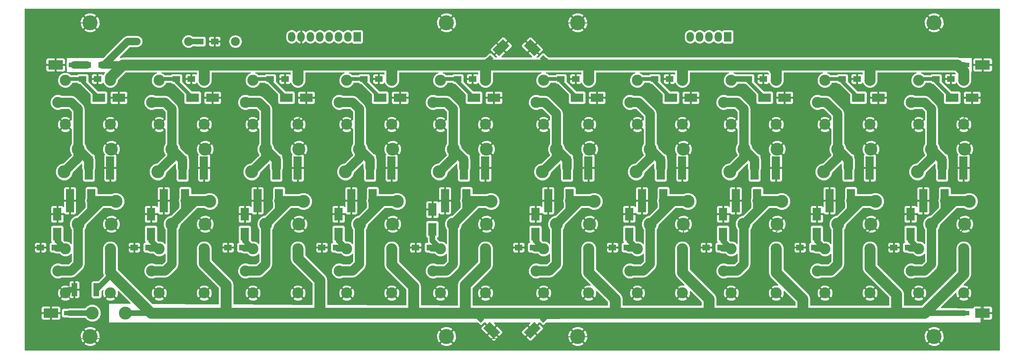
<source format=gbr>
G04 #@! TF.FileFunction,Copper,L2,Bot,Signal*
%FSLAX46Y46*%
G04 Gerber Fmt 4.6, Leading zero omitted, Abs format (unit mm)*
G04 Created by KiCad (PCBNEW 4.0.5) date 02/01/17 10:47:15*
%MOMM*%
%LPD*%
G01*
G04 APERTURE LIST*
%ADD10C,0.600000*%
%ADD11C,4.064000*%
%ADD12C,3.000000*%
%ADD13C,3.500000*%
%ADD14R,2.000000X2.600000*%
%ADD15O,2.000000X2.600000*%
%ADD16R,1.600000X3.600000*%
%ADD17R,3.500000X2.300000*%
%ADD18R,2.300000X3.500000*%
%ADD19R,4.000000X2.500000*%
%ADD20R,3.000000X1.300000*%
%ADD21R,2.200000X6.350000*%
%ADD22R,2.000000X1.600000*%
%ADD23C,2.400000*%
%ADD24O,2.400000X2.400000*%
%ADD25C,0.600000*%
%ADD26C,1.500000*%
%ADD27C,1.000000*%
%ADD28C,3.000000*%
%ADD29C,2.500000*%
%ADD30C,0.250000*%
%ADD31C,2.000000*%
%ADD32C,0.254000*%
G04 APERTURE END LIST*
D10*
D11*
X38100000Y-39370000D03*
X38100000Y-124460000D03*
X266700000Y-39370000D03*
X266700000Y-124460000D03*
D12*
X43600000Y-100680000D03*
X43600000Y-112680000D03*
X31400000Y-112680000D03*
X31400000Y-100680000D03*
X29400000Y-106680000D03*
X43600000Y-54960000D03*
X43600000Y-66960000D03*
X31400000Y-66960000D03*
X31400000Y-54960000D03*
X29400000Y-60960000D03*
X69000000Y-100680000D03*
X69000000Y-112680000D03*
X56800000Y-112680000D03*
X56800000Y-100680000D03*
X54800000Y-106680000D03*
X69000000Y-54960000D03*
X69000000Y-66960000D03*
X56800000Y-66960000D03*
X56800000Y-54960000D03*
X54800000Y-60960000D03*
X94400000Y-100680000D03*
X94400000Y-112680000D03*
X82200000Y-112680000D03*
X82200000Y-100680000D03*
X80200000Y-106680000D03*
X94400000Y-54960000D03*
X94400000Y-66960000D03*
X82200000Y-66960000D03*
X82200000Y-54960000D03*
X80200000Y-60960000D03*
X119800000Y-100680000D03*
X119800000Y-112680000D03*
X107600000Y-112680000D03*
X107600000Y-100680000D03*
X105600000Y-106680000D03*
X119800000Y-54960000D03*
X119800000Y-66960000D03*
X107600000Y-66960000D03*
X107600000Y-54960000D03*
X105600000Y-60960000D03*
X145200000Y-100680000D03*
X145200000Y-112680000D03*
X133000000Y-112680000D03*
X133000000Y-100680000D03*
X131000000Y-106680000D03*
X145200000Y-54960000D03*
X145200000Y-66960000D03*
X133000000Y-66960000D03*
X133000000Y-54960000D03*
X131000000Y-60960000D03*
X173140000Y-100680000D03*
X173140000Y-112680000D03*
X160940000Y-112680000D03*
X160940000Y-100680000D03*
X158940000Y-106680000D03*
X173140000Y-54960000D03*
X173140000Y-66960000D03*
X160940000Y-66960000D03*
X160940000Y-54960000D03*
X158940000Y-60960000D03*
X198540000Y-100680000D03*
X198540000Y-112680000D03*
X186340000Y-112680000D03*
X186340000Y-100680000D03*
X184340000Y-106680000D03*
X198540000Y-54960000D03*
X198540000Y-66960000D03*
X186340000Y-66960000D03*
X186340000Y-54960000D03*
X184340000Y-60960000D03*
X223940000Y-100680000D03*
X223940000Y-112680000D03*
X211740000Y-112680000D03*
X211740000Y-100680000D03*
X209740000Y-106680000D03*
X223940000Y-54960000D03*
X223940000Y-66960000D03*
X211740000Y-66960000D03*
X211740000Y-54960000D03*
X209740000Y-60960000D03*
X249340000Y-100680000D03*
X249340000Y-112680000D03*
X237140000Y-112680000D03*
X237140000Y-100680000D03*
X235140000Y-106680000D03*
X249340000Y-54960000D03*
X249340000Y-66960000D03*
X237140000Y-66960000D03*
X237140000Y-54960000D03*
X235140000Y-60960000D03*
X274740000Y-100680000D03*
X274740000Y-112680000D03*
X262540000Y-112680000D03*
X262540000Y-100680000D03*
X260540000Y-106680000D03*
X274740000Y-54960000D03*
X274740000Y-66960000D03*
X262540000Y-66960000D03*
X262540000Y-54960000D03*
X260540000Y-60960000D03*
D11*
X134620000Y-124460000D03*
X134620000Y-39370000D03*
X170180000Y-39370000D03*
X170180000Y-124460000D03*
D13*
X31100000Y-79820000D03*
X45100000Y-87820000D03*
X56500000Y-79820000D03*
X70500000Y-87820000D03*
X81900000Y-79820000D03*
X95900000Y-87820000D03*
X107300000Y-79820000D03*
X121300000Y-87820000D03*
X132700000Y-79820000D03*
X146700000Y-87820000D03*
X160640000Y-79820000D03*
X174640000Y-87820000D03*
X186040000Y-79820000D03*
X200040000Y-87820000D03*
X211440000Y-79820000D03*
X225440000Y-87820000D03*
X236840000Y-79820000D03*
X250840000Y-87820000D03*
X262240000Y-79820000D03*
X276240000Y-87820000D03*
D14*
X110490000Y-43180000D03*
D15*
X107950000Y-43180000D03*
X105410000Y-43180000D03*
X102870000Y-43180000D03*
X100330000Y-43180000D03*
X97790000Y-43180000D03*
X95250000Y-43180000D03*
X92710000Y-43180000D03*
D14*
X210820000Y-43180000D03*
D15*
X208280000Y-43180000D03*
X205740000Y-43180000D03*
X203200000Y-43180000D03*
X200660000Y-43180000D03*
D16*
X33830000Y-111760000D03*
X39830000Y-111760000D03*
D17*
X40480000Y-59690000D03*
X45880000Y-59690000D03*
D18*
X29210000Y-96680000D03*
X29210000Y-91280000D03*
D17*
X65880000Y-59690000D03*
X71280000Y-59690000D03*
D18*
X54610000Y-96680000D03*
X54610000Y-91280000D03*
D17*
X91280000Y-59690000D03*
X96680000Y-59690000D03*
D18*
X80010000Y-96680000D03*
X80010000Y-91280000D03*
D17*
X116680000Y-59690000D03*
X122080000Y-59690000D03*
D18*
X105410000Y-96680000D03*
X105410000Y-91280000D03*
D17*
X142080000Y-59690000D03*
X147480000Y-59690000D03*
D18*
X130810000Y-95410000D03*
X130810000Y-90010000D03*
D17*
X170020000Y-59690000D03*
X175420000Y-59690000D03*
D18*
X158750000Y-96680000D03*
X158750000Y-91280000D03*
D17*
X195420000Y-59690000D03*
X200820000Y-59690000D03*
D18*
X184150000Y-96680000D03*
X184150000Y-91280000D03*
D17*
X220820000Y-59690000D03*
X226220000Y-59690000D03*
D18*
X209550000Y-96680000D03*
X209550000Y-91280000D03*
D17*
X246220000Y-59690000D03*
X251620000Y-59690000D03*
D18*
X234950000Y-96680000D03*
X234950000Y-91280000D03*
D17*
X271620000Y-59690000D03*
X277020000Y-59690000D03*
D18*
X260350000Y-96680000D03*
X260350000Y-91280000D03*
D19*
X27480000Y-118110000D03*
D20*
X32480000Y-118110000D03*
D19*
X28750000Y-50800000D03*
D20*
X33750000Y-50800000D03*
D19*
X279860000Y-50800000D03*
D20*
X274860000Y-50800000D03*
D19*
X279860000Y-118110000D03*
D20*
X274860000Y-118110000D03*
D10*
G36*
X144603223Y-122240990D02*
X146370990Y-120473223D01*
X149199417Y-123301650D01*
X147431650Y-125069417D01*
X144603223Y-122240990D01*
X144603223Y-122240990D01*
G37*
G36*
X141845506Y-118634745D02*
X142764745Y-117715506D01*
X144886066Y-119836827D01*
X143966827Y-120756066D01*
X141845506Y-118634745D01*
X141845506Y-118634745D01*
G37*
G36*
X160196777Y-46669010D02*
X158429010Y-48436777D01*
X155600583Y-45608350D01*
X157368350Y-43840583D01*
X160196777Y-46669010D01*
X160196777Y-46669010D01*
G37*
G36*
X162954494Y-50275255D02*
X162035255Y-51194494D01*
X159913934Y-49073173D01*
X160833173Y-48153934D01*
X162954494Y-50275255D01*
X162954494Y-50275255D01*
G37*
G36*
X148910990Y-48436777D02*
X147143223Y-46669010D01*
X149971650Y-43840583D01*
X151739417Y-45608350D01*
X148910990Y-48436777D01*
X148910990Y-48436777D01*
G37*
G36*
X145304745Y-51194494D02*
X144385506Y-50275255D01*
X146506827Y-48153934D01*
X147426066Y-49073173D01*
X145304745Y-51194494D01*
X145304745Y-51194494D01*
G37*
G36*
X158429010Y-120473223D02*
X160196777Y-122240990D01*
X157368350Y-125069417D01*
X155600583Y-123301650D01*
X158429010Y-120473223D01*
X158429010Y-120473223D01*
G37*
G36*
X162035255Y-117715506D02*
X162954494Y-118634745D01*
X160833173Y-120756066D01*
X159913934Y-119836827D01*
X162035255Y-117715506D01*
X162035255Y-117715506D01*
G37*
D21*
X32660000Y-87630000D03*
X38460000Y-87630000D03*
X43540000Y-78740000D03*
X37740000Y-78740000D03*
X58060000Y-87630000D03*
X63860000Y-87630000D03*
X68940000Y-78740000D03*
X63140000Y-78740000D03*
X83460000Y-87630000D03*
X89260000Y-87630000D03*
X94340000Y-78740000D03*
X88540000Y-78740000D03*
X108860000Y-87630000D03*
X114660000Y-87630000D03*
X119740000Y-78740000D03*
X113940000Y-78740000D03*
X134260000Y-87630000D03*
X140060000Y-87630000D03*
X145140000Y-78740000D03*
X139340000Y-78740000D03*
X162200000Y-87630000D03*
X168000000Y-87630000D03*
X173080000Y-78740000D03*
X167280000Y-78740000D03*
X187600000Y-87630000D03*
X193400000Y-87630000D03*
X198480000Y-78740000D03*
X192680000Y-78740000D03*
X213000000Y-87630000D03*
X218800000Y-87630000D03*
X223880000Y-78740000D03*
X218080000Y-78740000D03*
X238400000Y-87630000D03*
X244200000Y-87630000D03*
X249280000Y-78740000D03*
X243480000Y-78740000D03*
X263800000Y-87630000D03*
X269600000Y-87630000D03*
X274680000Y-78740000D03*
X268880000Y-78740000D03*
D22*
X40100000Y-54610000D03*
X36100000Y-54610000D03*
X50070000Y-100330000D03*
X54070000Y-100330000D03*
X90900000Y-54610000D03*
X86900000Y-54610000D03*
X116300000Y-54610000D03*
X112300000Y-54610000D03*
X141700000Y-54610000D03*
X137700000Y-54610000D03*
X169640000Y-54610000D03*
X165640000Y-54610000D03*
X195040000Y-54610000D03*
X191040000Y-54610000D03*
X220440000Y-54610000D03*
X216440000Y-54610000D03*
X245840000Y-54610000D03*
X241840000Y-54610000D03*
X271240000Y-54610000D03*
X267240000Y-54610000D03*
X41370000Y-50800000D03*
X37370000Y-50800000D03*
X24670000Y-100330000D03*
X28670000Y-100330000D03*
X65500000Y-54610000D03*
X61500000Y-54610000D03*
X75470000Y-100330000D03*
X79470000Y-100330000D03*
X100870000Y-100330000D03*
X104870000Y-100330000D03*
X126270000Y-100330000D03*
X130270000Y-100330000D03*
X154210000Y-100330000D03*
X158210000Y-100330000D03*
X179610000Y-100330000D03*
X183610000Y-100330000D03*
X205010000Y-100330000D03*
X209010000Y-100330000D03*
X230410000Y-100330000D03*
X234410000Y-100330000D03*
X255810000Y-100330000D03*
X259810000Y-100330000D03*
D13*
X47680000Y-118110000D03*
X38680000Y-118110000D03*
X34870000Y-93980000D03*
X43870000Y-93980000D03*
X34870000Y-73660000D03*
X43870000Y-73660000D03*
X60270000Y-93980000D03*
X69270000Y-93980000D03*
X60270000Y-73660000D03*
X69270000Y-73660000D03*
X85670000Y-93980000D03*
X94670000Y-93980000D03*
X85670000Y-73660000D03*
X94670000Y-73660000D03*
X111070000Y-93980000D03*
X120070000Y-93980000D03*
X111070000Y-73660000D03*
X120070000Y-73660000D03*
X136470000Y-93980000D03*
X145470000Y-93980000D03*
X136470000Y-73660000D03*
X145470000Y-73660000D03*
X164410000Y-93980000D03*
X173410000Y-93980000D03*
X164410000Y-73660000D03*
X173410000Y-73660000D03*
X189810000Y-93980000D03*
X198810000Y-93980000D03*
X189810000Y-73660000D03*
X198810000Y-73660000D03*
X215210000Y-93980000D03*
X224210000Y-93980000D03*
X215210000Y-73660000D03*
X224210000Y-73660000D03*
X240610000Y-93980000D03*
X249610000Y-93980000D03*
X240610000Y-73660000D03*
X249610000Y-73660000D03*
X266010000Y-93980000D03*
X275010000Y-93980000D03*
X266010000Y-73660000D03*
X275010000Y-73660000D03*
D22*
X71850000Y-44450000D03*
X67850000Y-44450000D03*
D23*
X64770000Y-44450000D03*
D24*
X77470000Y-44450000D03*
D25*
X129540000Y-38100000D03*
X119380000Y-38100000D03*
X106680000Y-38100000D03*
X93980000Y-38100000D03*
X81280000Y-38100000D03*
X68580000Y-38100000D03*
X55880000Y-38100000D03*
X45720000Y-38100000D03*
X270000000Y-100000000D03*
X270000000Y-107500000D03*
X245000000Y-100000000D03*
X245000000Y-107500000D03*
X220000000Y-100000000D03*
X220000000Y-107500000D03*
X195000000Y-100000000D03*
X195000000Y-107500000D03*
X167500000Y-100000000D03*
X167500000Y-107500000D03*
X140000000Y-100000000D03*
X140000000Y-105000000D03*
X115000000Y-100000000D03*
X115000000Y-107500000D03*
X90000000Y-100000000D03*
X90000000Y-107500000D03*
X65000000Y-100000000D03*
X65000000Y-107500000D03*
X37500000Y-100000000D03*
X37500000Y-107500000D03*
X26670000Y-39370000D03*
X22500000Y-120000000D03*
X22500000Y-110000000D03*
X22500000Y-100000000D03*
X22500000Y-90000000D03*
X22500000Y-80000000D03*
X22500000Y-70000000D03*
X22500000Y-60000000D03*
X22500000Y-50000000D03*
X31750000Y-39370000D03*
X47500000Y-62500000D03*
X47500000Y-70000000D03*
X47500000Y-77500000D03*
X72500000Y-62500000D03*
X72500000Y-70000000D03*
X72500000Y-77500000D03*
X97500000Y-62500000D03*
X97500000Y-70000000D03*
X97500000Y-77500000D03*
X122500000Y-62500000D03*
X122500000Y-70000000D03*
X122500000Y-77500000D03*
X150000000Y-62500000D03*
X150000000Y-70000000D03*
X150000000Y-77500000D03*
X177500000Y-62500000D03*
X177500000Y-70000000D03*
X177500000Y-77500000D03*
X202500000Y-62500000D03*
X202500000Y-70000000D03*
X202500000Y-77500000D03*
X227500000Y-62500000D03*
X227500000Y-70000000D03*
X227500000Y-77500000D03*
X277500000Y-62500000D03*
X277500000Y-70000000D03*
X277500000Y-77500000D03*
X252500000Y-62500000D03*
X252500000Y-70000000D03*
X252500000Y-77500000D03*
X160000000Y-40000000D03*
X150000000Y-40000000D03*
X140000000Y-40000000D03*
X270000000Y-40000000D03*
X260000000Y-40000000D03*
X250000000Y-40000000D03*
X240000000Y-40000000D03*
X230000000Y-40000000D03*
X220000000Y-40000000D03*
X210000000Y-40000000D03*
X200000000Y-40000000D03*
X190000000Y-40000000D03*
X180000000Y-40000000D03*
X280000000Y-115000000D03*
X280000000Y-105000000D03*
X280000000Y-95000000D03*
X280000000Y-85000000D03*
X280000000Y-75000000D03*
X280000000Y-65000000D03*
X280000000Y-55000000D03*
X280000000Y-45000000D03*
X180000000Y-125000000D03*
X190000000Y-125000000D03*
X200000000Y-125000000D03*
X210000000Y-125000000D03*
X220000000Y-125000000D03*
X230000000Y-125000000D03*
X240000000Y-125000000D03*
X250000000Y-125000000D03*
X260000000Y-125000000D03*
X270000000Y-125000000D03*
X145000000Y-125000000D03*
X155000000Y-125000000D03*
X165000000Y-125000000D03*
X35000000Y-125000000D03*
X45000000Y-125000000D03*
X55000000Y-125000000D03*
X65000000Y-125000000D03*
X75000000Y-125000000D03*
X85000000Y-125000000D03*
X95000000Y-125000000D03*
X105000000Y-125000000D03*
X115000000Y-125000000D03*
X125000000Y-125000000D03*
X50800000Y-44450000D03*
D26*
X43600000Y-100680000D02*
X43600000Y-107990000D01*
X43600000Y-107990000D02*
X39830000Y-111760000D01*
X274860000Y-118110000D02*
X264160000Y-118110000D01*
X47680000Y-118110000D02*
X54610000Y-118110000D01*
D27*
X143365786Y-119235786D02*
X142240000Y-118110000D01*
X161434214Y-119235786D02*
X165244214Y-119235786D01*
X165244214Y-119235786D02*
X166370000Y-118110000D01*
D28*
X161290000Y-118110000D02*
X166370000Y-118110000D01*
X166370000Y-118110000D02*
X180340000Y-118110000D01*
X139700000Y-118110000D02*
X142240000Y-118110000D01*
X142240000Y-118110000D02*
X161290000Y-118110000D01*
D27*
X173140000Y-100680000D02*
X173140000Y-107100000D01*
X173140000Y-107100000D02*
X180340000Y-114300000D01*
X180340000Y-114300000D02*
X180340000Y-118110000D01*
D28*
X69000000Y-100680000D02*
X69000000Y-104560000D01*
X74930000Y-110490000D02*
X74930000Y-118110000D01*
X69000000Y-104560000D02*
X74930000Y-110490000D01*
X94400000Y-100680000D02*
X94400000Y-103290000D01*
X100330000Y-109220000D02*
X100330000Y-118110000D01*
X94400000Y-103290000D02*
X100330000Y-109220000D01*
X119800000Y-100680000D02*
X119800000Y-104990000D01*
X125730000Y-110920000D02*
X125730000Y-118110000D01*
X119800000Y-104990000D02*
X125730000Y-110920000D01*
X145200000Y-100680000D02*
X145200000Y-104990000D01*
X139700000Y-110490000D02*
X139700000Y-118110000D01*
X145200000Y-104990000D02*
X139700000Y-110490000D01*
X180340000Y-118110000D02*
X180340000Y-114300000D01*
X173140000Y-107100000D02*
X173140000Y-100680000D01*
X180340000Y-114300000D02*
X173140000Y-107100000D01*
X205740000Y-118110000D02*
X205740000Y-114300000D01*
X198540000Y-107100000D02*
X198540000Y-100680000D01*
X205740000Y-114300000D02*
X198540000Y-107100000D01*
X231140000Y-118110000D02*
X231140000Y-114300000D01*
X223940000Y-107100000D02*
X223940000Y-100680000D01*
X231140000Y-114300000D02*
X223940000Y-107100000D01*
X256540000Y-118110000D02*
X256540000Y-113030000D01*
X249340000Y-105830000D02*
X249340000Y-100680000D01*
X256540000Y-113030000D02*
X249340000Y-105830000D01*
X43600000Y-100680000D02*
X43600000Y-107100000D01*
X43600000Y-107100000D02*
X54610000Y-118110000D01*
X54610000Y-118110000D02*
X74930000Y-118110000D01*
X74930000Y-118110000D02*
X100330000Y-118110000D01*
X100330000Y-118110000D02*
X125730000Y-118110000D01*
X125730000Y-118110000D02*
X139700000Y-118110000D01*
X274740000Y-107530000D02*
X274740000Y-100680000D01*
X264160000Y-118110000D02*
X274740000Y-107530000D01*
X180340000Y-118110000D02*
X205740000Y-118110000D01*
X205740000Y-118110000D02*
X231140000Y-118110000D01*
X231140000Y-118110000D02*
X256540000Y-118110000D01*
X256540000Y-118110000D02*
X264160000Y-118110000D01*
D29*
X145200000Y-100680000D02*
X145200000Y-101180000D01*
X274740000Y-100680000D02*
X274740000Y-101180000D01*
D26*
X32480000Y-118110000D02*
X38680000Y-118110000D01*
D29*
X41030000Y-87820000D02*
X34870000Y-93980000D01*
X34870000Y-93980000D02*
X34870000Y-104830000D01*
X34870000Y-104830000D02*
X33020000Y-106680000D01*
X38460000Y-87630000D02*
X44910000Y-87630000D01*
X44910000Y-87630000D02*
X45100000Y-87820000D01*
X45100000Y-87820000D02*
X41030000Y-87820000D01*
X33020000Y-106680000D02*
X29400000Y-106680000D01*
D30*
X119380000Y-38100000D02*
X129540000Y-38100000D01*
X93980000Y-38100000D02*
X106680000Y-38100000D01*
X68580000Y-38100000D02*
X81280000Y-38100000D01*
X45720000Y-38100000D02*
X55880000Y-38100000D01*
X275010000Y-93980000D02*
X275010000Y-94990000D01*
X275010000Y-94990000D02*
X270000000Y-100000000D01*
X249610000Y-93980000D02*
X249610000Y-95390000D01*
X249610000Y-95390000D02*
X245000000Y-100000000D01*
X224210000Y-93980000D02*
X224210000Y-95790000D01*
X224210000Y-95790000D02*
X220000000Y-100000000D01*
X198810000Y-93980000D02*
X198810000Y-96190000D01*
X198810000Y-96190000D02*
X195000000Y-100000000D01*
X173410000Y-93980000D02*
X173410000Y-94090000D01*
X173410000Y-94090000D02*
X167500000Y-100000000D01*
X145470000Y-93980000D02*
X145470000Y-94530000D01*
X145470000Y-94530000D02*
X140000000Y-100000000D01*
X115000000Y-100000000D02*
X115000000Y-107500000D01*
X90000000Y-100000000D02*
X90000000Y-107500000D01*
X65000000Y-100000000D02*
X65000000Y-107500000D01*
X43870000Y-73660000D02*
X43840000Y-73660000D01*
X37500000Y-100000000D02*
X37500000Y-107500000D01*
X26670000Y-124170000D02*
X22500000Y-120000000D01*
X22500000Y-100000000D02*
X22500000Y-110000000D01*
X22500000Y-80000000D02*
X22500000Y-90000000D01*
X22500000Y-60000000D02*
X22500000Y-70000000D01*
X26670000Y-45830000D02*
X22500000Y-50000000D01*
X26670000Y-39370000D02*
X26670000Y-45830000D01*
X31750000Y-39370000D02*
X38100000Y-39370000D01*
X43600000Y-66960000D02*
X43600000Y-66400000D01*
X43600000Y-66400000D02*
X47500000Y-62500000D01*
X47500000Y-70000000D02*
X47500000Y-77500000D01*
X72500000Y-62500000D02*
X72500000Y-70000000D01*
X94400000Y-66960000D02*
X94400000Y-65600000D01*
X94400000Y-65600000D02*
X97500000Y-62500000D01*
X97500000Y-70000000D02*
X97500000Y-77500000D01*
X122500000Y-62500000D02*
X122500000Y-70000000D01*
X145200000Y-66960000D02*
X145540000Y-66960000D01*
X145540000Y-66960000D02*
X150000000Y-62500000D01*
X150000000Y-70000000D02*
X150000000Y-77500000D01*
X177500000Y-62500000D02*
X177500000Y-70000000D01*
X198540000Y-66960000D02*
X198540000Y-66460000D01*
X198540000Y-66460000D02*
X202500000Y-62500000D01*
X202500000Y-70000000D02*
X202500000Y-77500000D01*
X227500000Y-62500000D02*
X227500000Y-70000000D01*
X274740000Y-66960000D02*
X274740000Y-65260000D01*
X274740000Y-65260000D02*
X277500000Y-62500000D01*
X277500000Y-70000000D02*
X277500000Y-77500000D01*
X252500000Y-62500000D02*
X252500000Y-70000000D01*
X26670000Y-124170000D02*
X26670000Y-124460000D01*
X168910000Y-39370000D02*
X160630000Y-39370000D01*
X160630000Y-39370000D02*
X160000000Y-40000000D01*
X150000000Y-40000000D02*
X140000000Y-40000000D01*
X280000000Y-40000000D02*
X270000000Y-40000000D01*
X260000000Y-40000000D02*
X250000000Y-40000000D01*
X240000000Y-40000000D02*
X230000000Y-40000000D01*
X220000000Y-40000000D02*
X210000000Y-40000000D01*
X200000000Y-40000000D02*
X190000000Y-40000000D01*
X180000000Y-40000000D02*
X179370000Y-39370000D01*
X179370000Y-39370000D02*
X168910000Y-39370000D01*
X279400000Y-124460000D02*
X279400000Y-115600000D01*
X279400000Y-115600000D02*
X280000000Y-115000000D01*
X280000000Y-105000000D02*
X280000000Y-95000000D01*
X280000000Y-85000000D02*
X280000000Y-75000000D01*
X280000000Y-65000000D02*
X280000000Y-55000000D01*
X280000000Y-45000000D02*
X280000000Y-40000000D01*
X168910000Y-124460000D02*
X179460000Y-124460000D01*
X179460000Y-124460000D02*
X180000000Y-125000000D01*
X190000000Y-125000000D02*
X200000000Y-125000000D01*
X210000000Y-125000000D02*
X220000000Y-125000000D01*
X230000000Y-125000000D02*
X240000000Y-125000000D01*
X250000000Y-125000000D02*
X260000000Y-125000000D01*
X270000000Y-125000000D02*
X270540000Y-124460000D01*
X270540000Y-124460000D02*
X279400000Y-124460000D01*
X145000000Y-125000000D02*
X155000000Y-125000000D01*
X165000000Y-125000000D02*
X165540000Y-124460000D01*
X165540000Y-124460000D02*
X168910000Y-124460000D01*
X35000000Y-125000000D02*
X45000000Y-125000000D01*
X55000000Y-125000000D02*
X65000000Y-125000000D01*
X75000000Y-125000000D02*
X85000000Y-125000000D01*
X95000000Y-125000000D02*
X105000000Y-125000000D01*
X115000000Y-125000000D02*
X125000000Y-125000000D01*
D26*
X33830000Y-111760000D02*
X32320000Y-111760000D01*
X32320000Y-111760000D02*
X31400000Y-112680000D01*
D29*
X37740000Y-78740000D02*
X37740000Y-76530000D01*
X37740000Y-76530000D02*
X34870000Y-73660000D01*
X34870000Y-73660000D02*
X34870000Y-76050000D01*
X34870000Y-76050000D02*
X31100000Y-79820000D01*
X34870000Y-73660000D02*
X34870000Y-62810000D01*
X33020000Y-60960000D02*
X29400000Y-60960000D01*
X34870000Y-62810000D02*
X33020000Y-60960000D01*
D26*
X67850000Y-44450000D02*
X64770000Y-44450000D01*
D29*
X113940000Y-78740000D02*
X113940000Y-76530000D01*
X113940000Y-76530000D02*
X111070000Y-73660000D01*
X111070000Y-73660000D02*
X111070000Y-76050000D01*
X111070000Y-76050000D02*
X107300000Y-79820000D01*
X111070000Y-73660000D02*
X111070000Y-62810000D01*
X109220000Y-60960000D02*
X105600000Y-60960000D01*
X111070000Y-62810000D02*
X109220000Y-60960000D01*
X140060000Y-87630000D02*
X146510000Y-87630000D01*
X146510000Y-87630000D02*
X146700000Y-87820000D01*
X146700000Y-87820000D02*
X142630000Y-87820000D01*
X142630000Y-87820000D02*
X136470000Y-93980000D01*
X136470000Y-93980000D02*
X136470000Y-104830000D01*
X134620000Y-106680000D02*
X131000000Y-106680000D01*
X136470000Y-104830000D02*
X134620000Y-106680000D01*
X139340000Y-78740000D02*
X139340000Y-76530000D01*
X139340000Y-76530000D02*
X136470000Y-73660000D01*
X136470000Y-73660000D02*
X136470000Y-76050000D01*
X136470000Y-76050000D02*
X132700000Y-79820000D01*
X136470000Y-73660000D02*
X136470000Y-62810000D01*
X134620000Y-60960000D02*
X131000000Y-60960000D01*
X136470000Y-62810000D02*
X134620000Y-60960000D01*
X168000000Y-87630000D02*
X174450000Y-87630000D01*
X174450000Y-87630000D02*
X174640000Y-87820000D01*
X174640000Y-87820000D02*
X170570000Y-87820000D01*
X170570000Y-87820000D02*
X164410000Y-93980000D01*
X164410000Y-93980000D02*
X164410000Y-104830000D01*
X162560000Y-106680000D02*
X158940000Y-106680000D01*
X164410000Y-104830000D02*
X162560000Y-106680000D01*
X167280000Y-78740000D02*
X167280000Y-76530000D01*
X167280000Y-76530000D02*
X164410000Y-73660000D01*
X164410000Y-73660000D02*
X164410000Y-76050000D01*
X164410000Y-76050000D02*
X160640000Y-79820000D01*
X164410000Y-73660000D02*
X164410000Y-64080000D01*
X161290000Y-60960000D02*
X158940000Y-60960000D01*
X164410000Y-64080000D02*
X161290000Y-60960000D01*
X193400000Y-87630000D02*
X199850000Y-87630000D01*
X199850000Y-87630000D02*
X200040000Y-87820000D01*
X200040000Y-87820000D02*
X195970000Y-87820000D01*
X195970000Y-87820000D02*
X189810000Y-93980000D01*
X189810000Y-93980000D02*
X189810000Y-104830000D01*
X187960000Y-106680000D02*
X184340000Y-106680000D01*
X189810000Y-104830000D02*
X187960000Y-106680000D01*
X192680000Y-78740000D02*
X192680000Y-76530000D01*
X192680000Y-76530000D02*
X189810000Y-73660000D01*
X189810000Y-73660000D02*
X189810000Y-76050000D01*
X189810000Y-76050000D02*
X186040000Y-79820000D01*
X189810000Y-73660000D02*
X189810000Y-64080000D01*
X186690000Y-60960000D02*
X184340000Y-60960000D01*
X189810000Y-64080000D02*
X186690000Y-60960000D01*
X218800000Y-87630000D02*
X225250000Y-87630000D01*
X225250000Y-87630000D02*
X225440000Y-87820000D01*
X225440000Y-87820000D02*
X221370000Y-87820000D01*
X221370000Y-87820000D02*
X215210000Y-93980000D01*
X215210000Y-93980000D02*
X215210000Y-104830000D01*
X213360000Y-106680000D02*
X209740000Y-106680000D01*
X215210000Y-104830000D02*
X213360000Y-106680000D01*
X218080000Y-78740000D02*
X218080000Y-76530000D01*
X218080000Y-76530000D02*
X215210000Y-73660000D01*
X215210000Y-73660000D02*
X215210000Y-76050000D01*
X215210000Y-76050000D02*
X211440000Y-79820000D01*
X215210000Y-73660000D02*
X215210000Y-62810000D01*
X213360000Y-60960000D02*
X209740000Y-60960000D01*
X215210000Y-62810000D02*
X213360000Y-60960000D01*
X244200000Y-87630000D02*
X250650000Y-87630000D01*
X250650000Y-87630000D02*
X250840000Y-87820000D01*
X250840000Y-87820000D02*
X246770000Y-87820000D01*
X246770000Y-87820000D02*
X240610000Y-93980000D01*
X240610000Y-93980000D02*
X240610000Y-104830000D01*
X238760000Y-106680000D02*
X235140000Y-106680000D01*
X240610000Y-104830000D02*
X238760000Y-106680000D01*
X243480000Y-78740000D02*
X243480000Y-76530000D01*
X243480000Y-76530000D02*
X240610000Y-73660000D01*
X240610000Y-73660000D02*
X240610000Y-76050000D01*
X240610000Y-76050000D02*
X236840000Y-79820000D01*
X240610000Y-73660000D02*
X240610000Y-64080000D01*
X237490000Y-60960000D02*
X235140000Y-60960000D01*
X240610000Y-64080000D02*
X237490000Y-60960000D01*
X269600000Y-87630000D02*
X276050000Y-87630000D01*
X276050000Y-87630000D02*
X276240000Y-87820000D01*
X276240000Y-87820000D02*
X272170000Y-87820000D01*
X272170000Y-87820000D02*
X266010000Y-93980000D01*
X266010000Y-93980000D02*
X266010000Y-104830000D01*
X264160000Y-106680000D02*
X260540000Y-106680000D01*
X266010000Y-104830000D02*
X264160000Y-106680000D01*
X268880000Y-78740000D02*
X268880000Y-76530000D01*
X268880000Y-76530000D02*
X266010000Y-73660000D01*
X266010000Y-73660000D02*
X266010000Y-76050000D01*
X266010000Y-76050000D02*
X262240000Y-79820000D01*
X266010000Y-73660000D02*
X266010000Y-62810000D01*
X264160000Y-60960000D02*
X260540000Y-60960000D01*
X266010000Y-62810000D02*
X264160000Y-60960000D01*
D26*
X31400000Y-100680000D02*
X29020000Y-100680000D01*
X29020000Y-100680000D02*
X28670000Y-100330000D01*
X29210000Y-96680000D02*
X29210000Y-98490000D01*
X29210000Y-98490000D02*
X31400000Y-100680000D01*
D27*
X36100000Y-54610000D02*
X36100000Y-55310000D01*
X36100000Y-55310000D02*
X40480000Y-59690000D01*
X36100000Y-54610000D02*
X31750000Y-54610000D01*
X31750000Y-54610000D02*
X31400000Y-54960000D01*
X61500000Y-54610000D02*
X61500000Y-55310000D01*
X61500000Y-55310000D02*
X65880000Y-59690000D01*
D26*
X56800000Y-100680000D02*
X54420000Y-100680000D01*
X54420000Y-100680000D02*
X54070000Y-100330000D01*
X54610000Y-96680000D02*
X54610000Y-98490000D01*
X54610000Y-98490000D02*
X56800000Y-100680000D01*
D27*
X61500000Y-54610000D02*
X57150000Y-54610000D01*
X57150000Y-54610000D02*
X56800000Y-54960000D01*
D26*
X82200000Y-100680000D02*
X79820000Y-100680000D01*
X79820000Y-100680000D02*
X79470000Y-100330000D01*
X80010000Y-96680000D02*
X80010000Y-98490000D01*
X80010000Y-98490000D02*
X82200000Y-100680000D01*
D27*
X86900000Y-54610000D02*
X86900000Y-55310000D01*
X86900000Y-55310000D02*
X91280000Y-59690000D01*
X86900000Y-54610000D02*
X82550000Y-54610000D01*
X82550000Y-54610000D02*
X82200000Y-54960000D01*
D26*
X107600000Y-100680000D02*
X105220000Y-100680000D01*
X105220000Y-100680000D02*
X104870000Y-100330000D01*
X105410000Y-96680000D02*
X105410000Y-98490000D01*
X105410000Y-98490000D02*
X107600000Y-100680000D01*
D27*
X112300000Y-54610000D02*
X112300000Y-55310000D01*
X112300000Y-55310000D02*
X116680000Y-59690000D01*
X112300000Y-54610000D02*
X107950000Y-54610000D01*
X107950000Y-54610000D02*
X107600000Y-54960000D01*
D26*
X133000000Y-100680000D02*
X130620000Y-100680000D01*
X130620000Y-100680000D02*
X130270000Y-100330000D01*
X130810000Y-96680000D02*
X130810000Y-98490000D01*
X130810000Y-98490000D02*
X133000000Y-100680000D01*
D27*
X137700000Y-54610000D02*
X137700000Y-55310000D01*
X137700000Y-55310000D02*
X142080000Y-59690000D01*
X137700000Y-54610000D02*
X133350000Y-54610000D01*
X133350000Y-54610000D02*
X133000000Y-54960000D01*
D26*
X158750000Y-96680000D02*
X158750000Y-98490000D01*
X158750000Y-98490000D02*
X160940000Y-100680000D01*
X160940000Y-100680000D02*
X158560000Y-100680000D01*
X158560000Y-100680000D02*
X158210000Y-100330000D01*
D27*
X165640000Y-54610000D02*
X165640000Y-55310000D01*
X165640000Y-55310000D02*
X170020000Y-59690000D01*
X165640000Y-54610000D02*
X161290000Y-54610000D01*
X161290000Y-54610000D02*
X160940000Y-54960000D01*
D26*
X186340000Y-100680000D02*
X183960000Y-100680000D01*
X183960000Y-100680000D02*
X183610000Y-100330000D01*
X184150000Y-96680000D02*
X184150000Y-98490000D01*
X184150000Y-98490000D02*
X186340000Y-100680000D01*
D27*
X191040000Y-54610000D02*
X191040000Y-55310000D01*
X191040000Y-55310000D02*
X195420000Y-59690000D01*
X191040000Y-54610000D02*
X186690000Y-54610000D01*
X186690000Y-54610000D02*
X186340000Y-54960000D01*
D26*
X216440000Y-54610000D02*
X212090000Y-54610000D01*
X212090000Y-54610000D02*
X211740000Y-54960000D01*
X211740000Y-100680000D02*
X209360000Y-100680000D01*
X209360000Y-100680000D02*
X209010000Y-100330000D01*
X209550000Y-96680000D02*
X209550000Y-98490000D01*
X209550000Y-98490000D02*
X211740000Y-100680000D01*
D27*
X216440000Y-54610000D02*
X216440000Y-55310000D01*
X216440000Y-55310000D02*
X220820000Y-59690000D01*
D26*
X237140000Y-100680000D02*
X234760000Y-100680000D01*
X234760000Y-100680000D02*
X234410000Y-100330000D01*
X234950000Y-96680000D02*
X234950000Y-98490000D01*
X234950000Y-98490000D02*
X237140000Y-100680000D01*
D27*
X241840000Y-54610000D02*
X241840000Y-55310000D01*
X241840000Y-55310000D02*
X246220000Y-59690000D01*
X241840000Y-54610000D02*
X237490000Y-54610000D01*
X237490000Y-54610000D02*
X237140000Y-54960000D01*
D26*
X262540000Y-100680000D02*
X260160000Y-100680000D01*
X260160000Y-100680000D02*
X259810000Y-100330000D01*
X260350000Y-96680000D02*
X260350000Y-98490000D01*
X260350000Y-98490000D02*
X262540000Y-100680000D01*
D27*
X267240000Y-54610000D02*
X267240000Y-55310000D01*
X267240000Y-55310000D02*
X271620000Y-59690000D01*
X267240000Y-54610000D02*
X262890000Y-54610000D01*
X262890000Y-54610000D02*
X262540000Y-54960000D01*
D31*
X50800000Y-44450000D02*
X48260000Y-44450000D01*
X41370000Y-50800000D02*
X46990000Y-50800000D01*
X48260000Y-44450000D02*
X41910000Y-50800000D01*
X41910000Y-50800000D02*
X41370000Y-50800000D01*
D26*
X274860000Y-50800000D02*
X273050000Y-50800000D01*
X161434214Y-49674214D02*
X161434214Y-50655786D01*
X161434214Y-50655786D02*
X161578428Y-50800000D01*
X161578428Y-50800000D02*
X168910000Y-50800000D01*
X145905786Y-49674214D02*
X145905786Y-54254214D01*
X145905786Y-54254214D02*
X145200000Y-54960000D01*
D27*
X119800000Y-54960000D02*
X119800000Y-50800000D01*
X173140000Y-54960000D02*
X173140000Y-50800000D01*
D28*
X173140000Y-54960000D02*
X173140000Y-50800000D01*
X173140000Y-50800000D02*
X172720000Y-50800000D01*
X145200000Y-54960000D02*
X145200000Y-50800000D01*
X69000000Y-54960000D02*
X69000000Y-50800000D01*
X69000000Y-50800000D02*
X69850000Y-50800000D01*
X94400000Y-54960000D02*
X94400000Y-50800000D01*
X94400000Y-50800000D02*
X95250000Y-50800000D01*
X119800000Y-54960000D02*
X119800000Y-50800000D01*
X119800000Y-50800000D02*
X119380000Y-50800000D01*
X145200000Y-50800000D02*
X144780000Y-50800000D01*
X198540000Y-54960000D02*
X198540000Y-50800000D01*
X198540000Y-50800000D02*
X198120000Y-50800000D01*
X223940000Y-54960000D02*
X223940000Y-50800000D01*
X223520000Y-52070000D02*
X223520000Y-50800000D01*
X223520000Y-51220000D02*
X223520000Y-52070000D01*
X223940000Y-50800000D02*
X223520000Y-51220000D01*
X249340000Y-54960000D02*
X249340000Y-50800000D01*
X249340000Y-50800000D02*
X248920000Y-50800000D01*
X43600000Y-54960000D02*
X43600000Y-54190000D01*
X43600000Y-54190000D02*
X46990000Y-50800000D01*
X46990000Y-50800000D02*
X69850000Y-50800000D01*
X69850000Y-50800000D02*
X95250000Y-50800000D01*
X95250000Y-50800000D02*
X119380000Y-50800000D01*
X119380000Y-50800000D02*
X139700000Y-50800000D01*
X139700000Y-50800000D02*
X143510000Y-50800000D01*
X143510000Y-50800000D02*
X144780000Y-50800000D01*
X144780000Y-50800000D02*
X161290000Y-50800000D01*
X161290000Y-50800000D02*
X168910000Y-50800000D01*
X168910000Y-50800000D02*
X172720000Y-50800000D01*
X172720000Y-50800000D02*
X198120000Y-50800000D01*
X198120000Y-50800000D02*
X223520000Y-50800000D01*
X223520000Y-50800000D02*
X248920000Y-50800000D01*
X248920000Y-50800000D02*
X273050000Y-50800000D01*
X273050000Y-50800000D02*
X274740000Y-52490000D01*
X274740000Y-52490000D02*
X274740000Y-54960000D01*
D31*
X37370000Y-50800000D02*
X33750000Y-50800000D01*
D29*
X63860000Y-87630000D02*
X70310000Y-87630000D01*
X70310000Y-87630000D02*
X70500000Y-87820000D01*
X70500000Y-87820000D02*
X66430000Y-87820000D01*
X66430000Y-87820000D02*
X60270000Y-93980000D01*
X60270000Y-93980000D02*
X60270000Y-104830000D01*
X58420000Y-106680000D02*
X54800000Y-106680000D01*
X60270000Y-104830000D02*
X58420000Y-106680000D01*
X63140000Y-78740000D02*
X63140000Y-76530000D01*
X63140000Y-76530000D02*
X60270000Y-73660000D01*
X60270000Y-73660000D02*
X60270000Y-76050000D01*
X60270000Y-76050000D02*
X56500000Y-79820000D01*
X60270000Y-73660000D02*
X60270000Y-62810000D01*
X58420000Y-60960000D02*
X54800000Y-60960000D01*
X60270000Y-62810000D02*
X58420000Y-60960000D01*
X89260000Y-87630000D02*
X95710000Y-87630000D01*
X95710000Y-87630000D02*
X95900000Y-87820000D01*
X95900000Y-87820000D02*
X91830000Y-87820000D01*
X91830000Y-87820000D02*
X85670000Y-93980000D01*
X85670000Y-93980000D02*
X85670000Y-104830000D01*
X83820000Y-106680000D02*
X80200000Y-106680000D01*
X85670000Y-104830000D02*
X83820000Y-106680000D01*
X88540000Y-78740000D02*
X88540000Y-76530000D01*
X88540000Y-76530000D02*
X85670000Y-73660000D01*
X85670000Y-73660000D02*
X85670000Y-76050000D01*
X85670000Y-76050000D02*
X81900000Y-79820000D01*
X85670000Y-73660000D02*
X85670000Y-62810000D01*
X83820000Y-60960000D02*
X80200000Y-60960000D01*
X85670000Y-62810000D02*
X83820000Y-60960000D01*
X114660000Y-87630000D02*
X121110000Y-87630000D01*
X121110000Y-87630000D02*
X121300000Y-87820000D01*
X111070000Y-93980000D02*
X111070000Y-104830000D01*
X109220000Y-106680000D02*
X105600000Y-106680000D01*
X111070000Y-104830000D02*
X109220000Y-106680000D01*
X121300000Y-87820000D02*
X117230000Y-87820000D01*
X117230000Y-87820000D02*
X111070000Y-93980000D01*
D32*
G36*
X284353000Y-128143000D02*
X20447000Y-128143000D01*
X20447000Y-126358121D01*
X36381484Y-126358121D01*
X36606154Y-126732168D01*
X37589388Y-127130880D01*
X38650357Y-127122975D01*
X39593846Y-126732168D01*
X39818516Y-126358121D01*
X132901484Y-126358121D01*
X133126154Y-126732168D01*
X134109388Y-127130880D01*
X135170357Y-127122975D01*
X136113846Y-126732168D01*
X136338516Y-126358121D01*
X168461484Y-126358121D01*
X168686154Y-126732168D01*
X169669388Y-127130880D01*
X170730357Y-127122975D01*
X171673846Y-126732168D01*
X171898516Y-126358121D01*
X264981484Y-126358121D01*
X265206154Y-126732168D01*
X266189388Y-127130880D01*
X267250357Y-127122975D01*
X268193846Y-126732168D01*
X268418516Y-126358121D01*
X266700000Y-124639605D01*
X264981484Y-126358121D01*
X171898516Y-126358121D01*
X170180000Y-124639605D01*
X168461484Y-126358121D01*
X136338516Y-126358121D01*
X134620000Y-124639605D01*
X132901484Y-126358121D01*
X39818516Y-126358121D01*
X38100000Y-124639605D01*
X36381484Y-126358121D01*
X20447000Y-126358121D01*
X20447000Y-123949388D01*
X35429120Y-123949388D01*
X35437025Y-125010357D01*
X35827832Y-125953846D01*
X36201879Y-126178516D01*
X37920395Y-124460000D01*
X38279605Y-124460000D01*
X39998121Y-126178516D01*
X40372168Y-125953846D01*
X40770880Y-124970612D01*
X40763272Y-123949388D01*
X131949120Y-123949388D01*
X131957025Y-125010357D01*
X132347832Y-125953846D01*
X132721879Y-126178516D01*
X134440395Y-124460000D01*
X134799605Y-124460000D01*
X136518121Y-126178516D01*
X136892168Y-125953846D01*
X137290880Y-124970612D01*
X137284258Y-124081766D01*
X145770479Y-124081766D01*
X145770479Y-124306272D01*
X147071951Y-125607744D01*
X147305340Y-125704417D01*
X147557959Y-125704417D01*
X147791348Y-125607745D01*
X148562491Y-124836602D01*
X148562491Y-124612096D01*
X156237509Y-124612096D01*
X156237509Y-124836602D01*
X157008652Y-125607745D01*
X157242041Y-125704417D01*
X157494660Y-125704417D01*
X157728049Y-125607744D01*
X159029521Y-124306272D01*
X159029521Y-124081766D01*
X158897143Y-123949388D01*
X167509120Y-123949388D01*
X167517025Y-125010357D01*
X167907832Y-125953846D01*
X168281879Y-126178516D01*
X170000395Y-124460000D01*
X170359605Y-124460000D01*
X172078121Y-126178516D01*
X172452168Y-125953846D01*
X172850880Y-124970612D01*
X172843272Y-123949388D01*
X264029120Y-123949388D01*
X264037025Y-125010357D01*
X264427832Y-125953846D01*
X264801879Y-126178516D01*
X266520395Y-124460000D01*
X266879605Y-124460000D01*
X268598121Y-126178516D01*
X268972168Y-125953846D01*
X269370880Y-124970612D01*
X269362975Y-123909643D01*
X268972168Y-122966154D01*
X268598121Y-122741484D01*
X266879605Y-124460000D01*
X266520395Y-124460000D01*
X264801879Y-122741484D01*
X264427832Y-122966154D01*
X264029120Y-123949388D01*
X172843272Y-123949388D01*
X172842975Y-123909643D01*
X172452168Y-122966154D01*
X172078121Y-122741484D01*
X170359605Y-124460000D01*
X170000395Y-124460000D01*
X168281879Y-122741484D01*
X167907832Y-122966154D01*
X167509120Y-123949388D01*
X158897143Y-123949388D01*
X157898680Y-122950925D01*
X156237509Y-124612096D01*
X148562491Y-124612096D01*
X146901320Y-122950925D01*
X145770479Y-124081766D01*
X137284258Y-124081766D01*
X137282975Y-123909643D01*
X136892168Y-122966154D01*
X136518121Y-122741484D01*
X134799605Y-124460000D01*
X134440395Y-124460000D01*
X132721879Y-122741484D01*
X132347832Y-122966154D01*
X131949120Y-123949388D01*
X40763272Y-123949388D01*
X40762975Y-123909643D01*
X40372168Y-122966154D01*
X39998121Y-122741484D01*
X38279605Y-124460000D01*
X37920395Y-124460000D01*
X36201879Y-122741484D01*
X35827832Y-122966154D01*
X35429120Y-123949388D01*
X20447000Y-123949388D01*
X20447000Y-122561879D01*
X36381484Y-122561879D01*
X38100000Y-124280395D01*
X39818516Y-122561879D01*
X132901484Y-122561879D01*
X134620000Y-124280395D01*
X136338516Y-122561879D01*
X136113846Y-122187832D01*
X135933454Y-122114681D01*
X143968223Y-122114681D01*
X143968223Y-122367300D01*
X144064896Y-122600689D01*
X145366368Y-123902161D01*
X145590874Y-123902161D01*
X146721715Y-122771320D01*
X147080925Y-122771320D01*
X148742096Y-124432491D01*
X148966602Y-124432491D01*
X149737745Y-123661348D01*
X149834417Y-123427959D01*
X149834417Y-123175340D01*
X154965583Y-123175340D01*
X154965583Y-123427959D01*
X155062255Y-123661348D01*
X155833398Y-124432491D01*
X156057904Y-124432491D01*
X157719075Y-122771320D01*
X158078285Y-122771320D01*
X159209126Y-123902161D01*
X159433632Y-123902161D01*
X160735104Y-122600689D01*
X160751179Y-122561879D01*
X168461484Y-122561879D01*
X170180000Y-124280395D01*
X171898516Y-122561879D01*
X264981484Y-122561879D01*
X266700000Y-124280395D01*
X268418516Y-122561879D01*
X268193846Y-122187832D01*
X267210612Y-121789120D01*
X266149643Y-121797025D01*
X265206154Y-122187832D01*
X264981484Y-122561879D01*
X171898516Y-122561879D01*
X171673846Y-122187832D01*
X170690612Y-121789120D01*
X169629643Y-121797025D01*
X168686154Y-122187832D01*
X168461484Y-122561879D01*
X160751179Y-122561879D01*
X160831777Y-122367300D01*
X160831777Y-122114681D01*
X160735105Y-121881292D01*
X159963962Y-121110149D01*
X159739456Y-121110149D01*
X158078285Y-122771320D01*
X157719075Y-122771320D01*
X156588234Y-121640479D01*
X156363728Y-121640479D01*
X155062256Y-122941951D01*
X154965583Y-123175340D01*
X149834417Y-123175340D01*
X149737744Y-122941951D01*
X148436272Y-121640479D01*
X148211766Y-121640479D01*
X147080925Y-122771320D01*
X146721715Y-122771320D01*
X145060544Y-121110149D01*
X144836038Y-121110149D01*
X144064895Y-121881292D01*
X143968223Y-122114681D01*
X135933454Y-122114681D01*
X135130612Y-121789120D01*
X134069643Y-121797025D01*
X133126154Y-122187832D01*
X132901484Y-122561879D01*
X39818516Y-122561879D01*
X39593846Y-122187832D01*
X38610612Y-121789120D01*
X37549643Y-121797025D01*
X36606154Y-122187832D01*
X36381484Y-122561879D01*
X20447000Y-122561879D01*
X20447000Y-118395750D01*
X24845000Y-118395750D01*
X24845000Y-119486310D01*
X24941673Y-119719699D01*
X25120302Y-119898327D01*
X25353691Y-119995000D01*
X27194250Y-119995000D01*
X27353000Y-119836250D01*
X27353000Y-118237000D01*
X27607000Y-118237000D01*
X27607000Y-119836250D01*
X27765750Y-119995000D01*
X29606309Y-119995000D01*
X29839698Y-119898327D01*
X30018327Y-119719699D01*
X30115000Y-119486310D01*
X30115000Y-118395750D01*
X29956250Y-118237000D01*
X27607000Y-118237000D01*
X27353000Y-118237000D01*
X25003750Y-118237000D01*
X24845000Y-118395750D01*
X20447000Y-118395750D01*
X20447000Y-116733690D01*
X24845000Y-116733690D01*
X24845000Y-117824250D01*
X25003750Y-117983000D01*
X27353000Y-117983000D01*
X27353000Y-116383750D01*
X27607000Y-116383750D01*
X27607000Y-117983000D01*
X29956250Y-117983000D01*
X30115000Y-117824250D01*
X30115000Y-117460000D01*
X30332560Y-117460000D01*
X30332560Y-118760000D01*
X30376838Y-118995317D01*
X30515910Y-119211441D01*
X30728110Y-119356431D01*
X30980000Y-119407440D01*
X32039806Y-119407440D01*
X32480000Y-119495000D01*
X36692625Y-119495000D01*
X37327242Y-120130726D01*
X38203513Y-120494585D01*
X39152325Y-120495413D01*
X40029229Y-120133084D01*
X40700726Y-119462758D01*
X41064585Y-118586487D01*
X41065413Y-117637675D01*
X40703084Y-116760771D01*
X40032758Y-116089274D01*
X39156487Y-115725415D01*
X38207675Y-115724587D01*
X37330771Y-116086916D01*
X36691572Y-116725000D01*
X32480000Y-116725000D01*
X32039806Y-116812560D01*
X30980000Y-116812560D01*
X30744683Y-116856838D01*
X30528559Y-116995910D01*
X30383569Y-117208110D01*
X30332560Y-117460000D01*
X30115000Y-117460000D01*
X30115000Y-116733690D01*
X30018327Y-116500301D01*
X29839698Y-116321673D01*
X29606309Y-116225000D01*
X27765750Y-116225000D01*
X27607000Y-116383750D01*
X27353000Y-116383750D01*
X27194250Y-116225000D01*
X25353691Y-116225000D01*
X25120302Y-116321673D01*
X24941673Y-116500301D01*
X24845000Y-116733690D01*
X20447000Y-116733690D01*
X20447000Y-114193970D01*
X30065635Y-114193970D01*
X30225418Y-114512739D01*
X31016187Y-114822723D01*
X31865387Y-114806497D01*
X32574582Y-114512739D01*
X32734365Y-114193970D01*
X31400000Y-112859605D01*
X30065635Y-114193970D01*
X20447000Y-114193970D01*
X20447000Y-112296187D01*
X29257277Y-112296187D01*
X29273503Y-113145387D01*
X29567261Y-113854582D01*
X29886030Y-114014365D01*
X31220395Y-112680000D01*
X29886030Y-111345635D01*
X29567261Y-111505418D01*
X29257277Y-112296187D01*
X20447000Y-112296187D01*
X20447000Y-111166030D01*
X30065635Y-111166030D01*
X31400000Y-112500395D01*
X31414143Y-112486253D01*
X31593748Y-112665858D01*
X31579605Y-112680000D01*
X32395000Y-113495395D01*
X32395000Y-113686309D01*
X32491673Y-113919698D01*
X32670301Y-114098327D01*
X32903690Y-114195000D01*
X33544250Y-114195000D01*
X33703000Y-114036250D01*
X33703000Y-111887000D01*
X33957000Y-111887000D01*
X33957000Y-114036250D01*
X34115750Y-114195000D01*
X34756310Y-114195000D01*
X34989699Y-114098327D01*
X35168327Y-113919698D01*
X35265000Y-113686309D01*
X35265000Y-112045750D01*
X35106250Y-111887000D01*
X33957000Y-111887000D01*
X33703000Y-111887000D01*
X33390795Y-111887000D01*
X33285585Y-111633000D01*
X33703000Y-111633000D01*
X33703000Y-109483750D01*
X33957000Y-109483750D01*
X33957000Y-111633000D01*
X35106250Y-111633000D01*
X35265000Y-111474250D01*
X35265000Y-109960000D01*
X38382560Y-109960000D01*
X38382560Y-113560000D01*
X38426838Y-113795317D01*
X38565910Y-114011441D01*
X38778110Y-114156431D01*
X39030000Y-114207440D01*
X40630000Y-114207440D01*
X40701586Y-114193970D01*
X42265635Y-114193970D01*
X42425418Y-114512739D01*
X43216187Y-114822723D01*
X44065387Y-114806497D01*
X44774582Y-114512739D01*
X44934365Y-114193970D01*
X43600000Y-112859605D01*
X42265635Y-114193970D01*
X40701586Y-114193970D01*
X40865317Y-114163162D01*
X41081441Y-114024090D01*
X41226431Y-113811890D01*
X41277440Y-113560000D01*
X41277440Y-112271246D01*
X41589307Y-111959379D01*
X41457277Y-112296187D01*
X41473503Y-113145387D01*
X41767261Y-113854582D01*
X42086030Y-114014365D01*
X43420395Y-112680000D01*
X43406253Y-112665858D01*
X43585858Y-112486253D01*
X43600000Y-112500395D01*
X43614143Y-112486253D01*
X43793748Y-112665858D01*
X43779605Y-112680000D01*
X45113970Y-114014365D01*
X45432739Y-113854582D01*
X45742723Y-113063813D01*
X45727105Y-112246451D01*
X48954699Y-115474045D01*
X43180683Y-115443002D01*
X43131220Y-115452742D01*
X43089443Y-115480958D01*
X43061935Y-115523205D01*
X43053000Y-115570000D01*
X43053000Y-120650000D01*
X43063006Y-120699410D01*
X43091447Y-120741035D01*
X43133841Y-120768315D01*
X43180000Y-120777000D01*
X143072143Y-120777000D01*
X143509018Y-121213875D01*
X143706721Y-121348960D01*
X143957883Y-121403444D01*
X144210454Y-121355920D01*
X144424636Y-121213875D01*
X144861511Y-120777000D01*
X145240149Y-120777000D01*
X145240149Y-120930544D01*
X146901320Y-122591715D01*
X148032161Y-121460874D01*
X148032161Y-121236368D01*
X147572793Y-120777000D01*
X157227207Y-120777000D01*
X156767839Y-121236368D01*
X156767839Y-121460874D01*
X157898680Y-122591715D01*
X159559851Y-120930544D01*
X159559851Y-120777000D01*
X159938489Y-120777000D01*
X160375364Y-121213875D01*
X160573067Y-121348960D01*
X160824229Y-121403444D01*
X161076800Y-121355920D01*
X161290982Y-121213875D01*
X161727857Y-120777000D01*
X279400000Y-120777000D01*
X279449410Y-120766994D01*
X279491035Y-120738553D01*
X279518315Y-120696159D01*
X279527000Y-120650000D01*
X279527000Y-119995000D01*
X279574250Y-119995000D01*
X279733000Y-119836250D01*
X279733000Y-118237000D01*
X279987000Y-118237000D01*
X279987000Y-119836250D01*
X280145750Y-119995000D01*
X281986309Y-119995000D01*
X282219698Y-119898327D01*
X282398327Y-119719699D01*
X282495000Y-119486310D01*
X282495000Y-118395750D01*
X282336250Y-118237000D01*
X279987000Y-118237000D01*
X279733000Y-118237000D01*
X279713000Y-118237000D01*
X279713000Y-117983000D01*
X279733000Y-117983000D01*
X279733000Y-116383750D01*
X279987000Y-116383750D01*
X279987000Y-117983000D01*
X282336250Y-117983000D01*
X282495000Y-117824250D01*
X282495000Y-116733690D01*
X282398327Y-116500301D01*
X282219698Y-116321673D01*
X281986309Y-116225000D01*
X280145750Y-116225000D01*
X279987000Y-116383750D01*
X279733000Y-116383750D01*
X279574250Y-116225000D01*
X277733691Y-116225000D01*
X277500302Y-116321673D01*
X277321673Y-116500301D01*
X277238385Y-116701377D01*
X268634228Y-116655118D01*
X271095376Y-114193970D01*
X273405635Y-114193970D01*
X273565418Y-114512739D01*
X274356187Y-114822723D01*
X275205387Y-114806497D01*
X275914582Y-114512739D01*
X276074365Y-114193970D01*
X274740000Y-112859605D01*
X273405635Y-114193970D01*
X271095376Y-114193970D01*
X272604699Y-112684647D01*
X272613503Y-113145387D01*
X272907261Y-113854582D01*
X273226030Y-114014365D01*
X274560395Y-112680000D01*
X274919605Y-112680000D01*
X276253970Y-114014365D01*
X276572739Y-113854582D01*
X276882723Y-113063813D01*
X276866497Y-112214613D01*
X276572739Y-111505418D01*
X276253970Y-111345635D01*
X274919605Y-112680000D01*
X274560395Y-112680000D01*
X274546253Y-112665858D01*
X274725858Y-112486253D01*
X274740000Y-112500395D01*
X276074365Y-111166030D01*
X275914582Y-110847261D01*
X275123813Y-110537277D01*
X274744828Y-110544518D01*
X276249673Y-109039673D01*
X276712483Y-108347030D01*
X276875000Y-107530000D01*
X276875000Y-100680718D01*
X276875370Y-100257185D01*
X276551020Y-99472200D01*
X275950959Y-98871091D01*
X275166541Y-98545372D01*
X274317185Y-98544630D01*
X273532200Y-98868980D01*
X272931091Y-99469041D01*
X272605372Y-100253459D01*
X272604630Y-101102815D01*
X272605000Y-101103710D01*
X272605000Y-106645654D01*
X263275654Y-115975000D01*
X258675000Y-115975000D01*
X258675000Y-114193970D01*
X261205635Y-114193970D01*
X261365418Y-114512739D01*
X262156187Y-114822723D01*
X263005387Y-114806497D01*
X263714582Y-114512739D01*
X263874365Y-114193970D01*
X262540000Y-112859605D01*
X261205635Y-114193970D01*
X258675000Y-114193970D01*
X258675000Y-113030000D01*
X258529036Y-112296187D01*
X260397277Y-112296187D01*
X260413503Y-113145387D01*
X260707261Y-113854582D01*
X261026030Y-114014365D01*
X262360395Y-112680000D01*
X262719605Y-112680000D01*
X264053970Y-114014365D01*
X264372739Y-113854582D01*
X264682723Y-113063813D01*
X264666497Y-112214613D01*
X264372739Y-111505418D01*
X264053970Y-111345635D01*
X262719605Y-112680000D01*
X262360395Y-112680000D01*
X261026030Y-111345635D01*
X260707261Y-111505418D01*
X260397277Y-112296187D01*
X258529036Y-112296187D01*
X258512483Y-112212971D01*
X258049673Y-111520327D01*
X257695376Y-111166030D01*
X261205635Y-111166030D01*
X262540000Y-112500395D01*
X263874365Y-111166030D01*
X263714582Y-110847261D01*
X262923813Y-110537277D01*
X262074613Y-110553503D01*
X261365418Y-110847261D01*
X261205635Y-111166030D01*
X257695376Y-111166030D01*
X251475000Y-104945654D01*
X251475000Y-100680718D01*
X251475056Y-100615750D01*
X254175000Y-100615750D01*
X254175000Y-101256310D01*
X254271673Y-101489699D01*
X254450302Y-101668327D01*
X254683691Y-101765000D01*
X255524250Y-101765000D01*
X255683000Y-101606250D01*
X255683000Y-100457000D01*
X255937000Y-100457000D01*
X255937000Y-101606250D01*
X256095750Y-101765000D01*
X256936309Y-101765000D01*
X257169698Y-101668327D01*
X257348327Y-101489699D01*
X257445000Y-101256310D01*
X257445000Y-100615750D01*
X257286250Y-100457000D01*
X255937000Y-100457000D01*
X255683000Y-100457000D01*
X254333750Y-100457000D01*
X254175000Y-100615750D01*
X251475056Y-100615750D01*
X251475370Y-100257185D01*
X251151020Y-99472200D01*
X251082630Y-99403690D01*
X254175000Y-99403690D01*
X254175000Y-100044250D01*
X254333750Y-100203000D01*
X255683000Y-100203000D01*
X255683000Y-99053750D01*
X255937000Y-99053750D01*
X255937000Y-100203000D01*
X257286250Y-100203000D01*
X257445000Y-100044250D01*
X257445000Y-99530000D01*
X258162560Y-99530000D01*
X258162560Y-101130000D01*
X258206838Y-101365317D01*
X258345910Y-101581441D01*
X258558110Y-101726431D01*
X258810000Y-101777440D01*
X259357401Y-101777440D01*
X259629984Y-101959574D01*
X260160000Y-102065000D01*
X260905871Y-102065000D01*
X261329041Y-102488909D01*
X262113459Y-102814628D01*
X262962815Y-102815370D01*
X263747800Y-102491020D01*
X264125000Y-102114478D01*
X264125000Y-104049208D01*
X263379208Y-104795000D01*
X261567712Y-104795000D01*
X260966541Y-104545372D01*
X260117185Y-104544630D01*
X259332200Y-104868980D01*
X258731091Y-105469041D01*
X258405372Y-106253459D01*
X258404630Y-107102815D01*
X258728980Y-107887800D01*
X259329041Y-108488909D01*
X260113459Y-108814628D01*
X260962815Y-108815370D01*
X261568755Y-108565000D01*
X264160000Y-108565000D01*
X264881359Y-108421513D01*
X265492896Y-108012896D01*
X267342896Y-106162896D01*
X267751513Y-105551359D01*
X267895000Y-104830000D01*
X267895000Y-95674528D01*
X273495077Y-95674528D01*
X273685364Y-96019271D01*
X274566591Y-96370956D01*
X275515323Y-96358641D01*
X276334636Y-96019271D01*
X276524923Y-95674528D01*
X275010000Y-94159605D01*
X273495077Y-95674528D01*
X267895000Y-95674528D01*
X267895000Y-95468247D01*
X268030726Y-95332758D01*
X268394585Y-94456487D01*
X268394756Y-94261037D01*
X269119202Y-93536591D01*
X272619044Y-93536591D01*
X272631359Y-94485323D01*
X272970729Y-95304636D01*
X273315472Y-95494923D01*
X274830395Y-93980000D01*
X275189605Y-93980000D01*
X276704528Y-95494923D01*
X277049271Y-95304636D01*
X277400956Y-94423409D01*
X277388641Y-93474677D01*
X277049271Y-92655364D01*
X276704528Y-92465077D01*
X275189605Y-93980000D01*
X274830395Y-93980000D01*
X273315472Y-92465077D01*
X272970729Y-92655364D01*
X272619044Y-93536591D01*
X269119202Y-93536591D01*
X270370321Y-92285472D01*
X273495077Y-92285472D01*
X275010000Y-93800395D01*
X276524923Y-92285472D01*
X276334636Y-91940729D01*
X275453409Y-91589044D01*
X274504677Y-91601359D01*
X273685364Y-91940729D01*
X273495077Y-92285472D01*
X270370321Y-92285472D01*
X272950793Y-89705000D01*
X274751753Y-89705000D01*
X274887242Y-89840726D01*
X275763513Y-90204585D01*
X276712325Y-90205413D01*
X277589229Y-89843084D01*
X278260726Y-89172758D01*
X278624585Y-88296487D01*
X278625413Y-87347675D01*
X278263084Y-86470771D01*
X277592758Y-85799274D01*
X276716487Y-85435415D01*
X275767675Y-85434587D01*
X275016417Y-85745000D01*
X271347440Y-85745000D01*
X271347440Y-84455000D01*
X271303162Y-84219683D01*
X271164090Y-84003559D01*
X270951890Y-83858569D01*
X270700000Y-83807560D01*
X268500000Y-83807560D01*
X268264683Y-83851838D01*
X268048559Y-83990910D01*
X267903569Y-84203110D01*
X267852560Y-84455000D01*
X267852560Y-86938439D01*
X267715000Y-87630000D01*
X267852560Y-88321561D01*
X267852560Y-89471647D01*
X265729453Y-91594754D01*
X265537675Y-91594587D01*
X264660771Y-91956916D01*
X263989274Y-92627242D01*
X263625415Y-93503513D01*
X263624587Y-94452325D01*
X263986916Y-95329229D01*
X264125000Y-95467554D01*
X264125000Y-99245785D01*
X263750959Y-98871091D01*
X262966541Y-98545372D01*
X262363531Y-98544845D01*
X262147440Y-98328754D01*
X262147440Y-94930000D01*
X262103162Y-94694683D01*
X261964090Y-94478559D01*
X261751890Y-94333569D01*
X261500000Y-94282560D01*
X259200000Y-94282560D01*
X258964683Y-94326838D01*
X258748559Y-94465910D01*
X258603569Y-94678110D01*
X258552560Y-94930000D01*
X258552560Y-98430000D01*
X258596838Y-98665317D01*
X258735910Y-98881441D01*
X258753192Y-98893249D01*
X258574683Y-98926838D01*
X258358559Y-99065910D01*
X258213569Y-99278110D01*
X258162560Y-99530000D01*
X257445000Y-99530000D01*
X257445000Y-99403690D01*
X257348327Y-99170301D01*
X257169698Y-98991673D01*
X256936309Y-98895000D01*
X256095750Y-98895000D01*
X255937000Y-99053750D01*
X255683000Y-99053750D01*
X255524250Y-98895000D01*
X254683691Y-98895000D01*
X254450302Y-98991673D01*
X254271673Y-99170301D01*
X254175000Y-99403690D01*
X251082630Y-99403690D01*
X250550959Y-98871091D01*
X249766541Y-98545372D01*
X248917185Y-98544630D01*
X248132200Y-98868980D01*
X247531091Y-99469041D01*
X247205372Y-100253459D01*
X247204630Y-101102815D01*
X247205000Y-101103710D01*
X247205000Y-105830000D01*
X247367517Y-106647029D01*
X247830327Y-107339673D01*
X254405000Y-113914346D01*
X254405000Y-115975000D01*
X233275000Y-115975000D01*
X233275000Y-114300000D01*
X233253910Y-114193970D01*
X235805635Y-114193970D01*
X235965418Y-114512739D01*
X236756187Y-114822723D01*
X237605387Y-114806497D01*
X238314582Y-114512739D01*
X238474365Y-114193970D01*
X248005635Y-114193970D01*
X248165418Y-114512739D01*
X248956187Y-114822723D01*
X249805387Y-114806497D01*
X250514582Y-114512739D01*
X250674365Y-114193970D01*
X249340000Y-112859605D01*
X248005635Y-114193970D01*
X238474365Y-114193970D01*
X237140000Y-112859605D01*
X235805635Y-114193970D01*
X233253910Y-114193970D01*
X233112483Y-113482971D01*
X232649673Y-112790327D01*
X232155533Y-112296187D01*
X234997277Y-112296187D01*
X235013503Y-113145387D01*
X235307261Y-113854582D01*
X235626030Y-114014365D01*
X236960395Y-112680000D01*
X237319605Y-112680000D01*
X238653970Y-114014365D01*
X238972739Y-113854582D01*
X239282723Y-113063813D01*
X239268056Y-112296187D01*
X247197277Y-112296187D01*
X247213503Y-113145387D01*
X247507261Y-113854582D01*
X247826030Y-114014365D01*
X249160395Y-112680000D01*
X249519605Y-112680000D01*
X250853970Y-114014365D01*
X251172739Y-113854582D01*
X251482723Y-113063813D01*
X251466497Y-112214613D01*
X251172739Y-111505418D01*
X250853970Y-111345635D01*
X249519605Y-112680000D01*
X249160395Y-112680000D01*
X247826030Y-111345635D01*
X247507261Y-111505418D01*
X247197277Y-112296187D01*
X239268056Y-112296187D01*
X239266497Y-112214613D01*
X238972739Y-111505418D01*
X238653970Y-111345635D01*
X237319605Y-112680000D01*
X236960395Y-112680000D01*
X235626030Y-111345635D01*
X235307261Y-111505418D01*
X234997277Y-112296187D01*
X232155533Y-112296187D01*
X231025376Y-111166030D01*
X235805635Y-111166030D01*
X237140000Y-112500395D01*
X238474365Y-111166030D01*
X248005635Y-111166030D01*
X249340000Y-112500395D01*
X250674365Y-111166030D01*
X250514582Y-110847261D01*
X249723813Y-110537277D01*
X248874613Y-110553503D01*
X248165418Y-110847261D01*
X248005635Y-111166030D01*
X238474365Y-111166030D01*
X238314582Y-110847261D01*
X237523813Y-110537277D01*
X236674613Y-110553503D01*
X235965418Y-110847261D01*
X235805635Y-111166030D01*
X231025376Y-111166030D01*
X226075000Y-106215654D01*
X226075000Y-100680718D01*
X226075056Y-100615750D01*
X228775000Y-100615750D01*
X228775000Y-101256310D01*
X228871673Y-101489699D01*
X229050302Y-101668327D01*
X229283691Y-101765000D01*
X230124250Y-101765000D01*
X230283000Y-101606250D01*
X230283000Y-100457000D01*
X230537000Y-100457000D01*
X230537000Y-101606250D01*
X230695750Y-101765000D01*
X231536309Y-101765000D01*
X231769698Y-101668327D01*
X231948327Y-101489699D01*
X232045000Y-101256310D01*
X232045000Y-100615750D01*
X231886250Y-100457000D01*
X230537000Y-100457000D01*
X230283000Y-100457000D01*
X228933750Y-100457000D01*
X228775000Y-100615750D01*
X226075056Y-100615750D01*
X226075370Y-100257185D01*
X225751020Y-99472200D01*
X225682630Y-99403690D01*
X228775000Y-99403690D01*
X228775000Y-100044250D01*
X228933750Y-100203000D01*
X230283000Y-100203000D01*
X230283000Y-99053750D01*
X230537000Y-99053750D01*
X230537000Y-100203000D01*
X231886250Y-100203000D01*
X232045000Y-100044250D01*
X232045000Y-99530000D01*
X232762560Y-99530000D01*
X232762560Y-101130000D01*
X232806838Y-101365317D01*
X232945910Y-101581441D01*
X233158110Y-101726431D01*
X233410000Y-101777440D01*
X233957401Y-101777440D01*
X234229984Y-101959574D01*
X234760000Y-102065000D01*
X235505871Y-102065000D01*
X235929041Y-102488909D01*
X236713459Y-102814628D01*
X237562815Y-102815370D01*
X238347800Y-102491020D01*
X238725000Y-102114478D01*
X238725000Y-104049208D01*
X237979208Y-104795000D01*
X236167712Y-104795000D01*
X235566541Y-104545372D01*
X234717185Y-104544630D01*
X233932200Y-104868980D01*
X233331091Y-105469041D01*
X233005372Y-106253459D01*
X233004630Y-107102815D01*
X233328980Y-107887800D01*
X233929041Y-108488909D01*
X234713459Y-108814628D01*
X235562815Y-108815370D01*
X236168755Y-108565000D01*
X238760000Y-108565000D01*
X239481359Y-108421513D01*
X240092896Y-108012896D01*
X241942896Y-106162896D01*
X242351513Y-105551359D01*
X242495000Y-104830000D01*
X242495000Y-95674528D01*
X248095077Y-95674528D01*
X248285364Y-96019271D01*
X249166591Y-96370956D01*
X250115323Y-96358641D01*
X250934636Y-96019271D01*
X251124923Y-95674528D01*
X249610000Y-94159605D01*
X248095077Y-95674528D01*
X242495000Y-95674528D01*
X242495000Y-95468247D01*
X242630726Y-95332758D01*
X242994585Y-94456487D01*
X242994756Y-94261037D01*
X243719202Y-93536591D01*
X247219044Y-93536591D01*
X247231359Y-94485323D01*
X247570729Y-95304636D01*
X247915472Y-95494923D01*
X249430395Y-93980000D01*
X249789605Y-93980000D01*
X251304528Y-95494923D01*
X251649271Y-95304636D01*
X252000956Y-94423409D01*
X251988641Y-93474677D01*
X251649271Y-92655364D01*
X251304528Y-92465077D01*
X249789605Y-93980000D01*
X249430395Y-93980000D01*
X247915472Y-92465077D01*
X247570729Y-92655364D01*
X247219044Y-93536591D01*
X243719202Y-93536591D01*
X244970321Y-92285472D01*
X248095077Y-92285472D01*
X249610000Y-93800395D01*
X251124923Y-92285472D01*
X250934636Y-91940729D01*
X250053409Y-91589044D01*
X249104677Y-91601359D01*
X248285364Y-91940729D01*
X248095077Y-92285472D01*
X244970321Y-92285472D01*
X245690043Y-91565750D01*
X258565000Y-91565750D01*
X258565000Y-93156309D01*
X258661673Y-93389698D01*
X258840301Y-93568327D01*
X259073690Y-93665000D01*
X260064250Y-93665000D01*
X260223000Y-93506250D01*
X260223000Y-91407000D01*
X260477000Y-91407000D01*
X260477000Y-93506250D01*
X260635750Y-93665000D01*
X261626310Y-93665000D01*
X261859699Y-93568327D01*
X262038327Y-93389698D01*
X262135000Y-93156309D01*
X262135000Y-91565750D01*
X261976250Y-91407000D01*
X260477000Y-91407000D01*
X260223000Y-91407000D01*
X258723750Y-91407000D01*
X258565000Y-91565750D01*
X245690043Y-91565750D01*
X247550793Y-89705000D01*
X249351753Y-89705000D01*
X249487242Y-89840726D01*
X250363513Y-90204585D01*
X251312325Y-90205413D01*
X252189229Y-89843084D01*
X252629389Y-89403691D01*
X258565000Y-89403691D01*
X258565000Y-90994250D01*
X258723750Y-91153000D01*
X260223000Y-91153000D01*
X260223000Y-89053750D01*
X260477000Y-89053750D01*
X260477000Y-91153000D01*
X261976250Y-91153000D01*
X262103937Y-91025313D01*
X262161673Y-91164699D01*
X262340302Y-91343327D01*
X262573691Y-91440000D01*
X263514250Y-91440000D01*
X263673000Y-91281250D01*
X263673000Y-87757000D01*
X263927000Y-87757000D01*
X263927000Y-91281250D01*
X264085750Y-91440000D01*
X265026309Y-91440000D01*
X265259698Y-91343327D01*
X265438327Y-91164699D01*
X265535000Y-90931310D01*
X265535000Y-87915750D01*
X265376250Y-87757000D01*
X263927000Y-87757000D01*
X263673000Y-87757000D01*
X262223750Y-87757000D01*
X262065000Y-87915750D01*
X262065000Y-89234696D01*
X262038327Y-89170302D01*
X261859699Y-88991673D01*
X261626310Y-88895000D01*
X260635750Y-88895000D01*
X260477000Y-89053750D01*
X260223000Y-89053750D01*
X260064250Y-88895000D01*
X259073690Y-88895000D01*
X258840301Y-88991673D01*
X258661673Y-89170302D01*
X258565000Y-89403691D01*
X252629389Y-89403691D01*
X252860726Y-89172758D01*
X253224585Y-88296487D01*
X253225413Y-87347675D01*
X252863084Y-86470771D01*
X252192758Y-85799274D01*
X251316487Y-85435415D01*
X250367675Y-85434587D01*
X249616417Y-85745000D01*
X245947440Y-85745000D01*
X245947440Y-84455000D01*
X245923674Y-84328690D01*
X262065000Y-84328690D01*
X262065000Y-87344250D01*
X262223750Y-87503000D01*
X263673000Y-87503000D01*
X263673000Y-83978750D01*
X263927000Y-83978750D01*
X263927000Y-87503000D01*
X265376250Y-87503000D01*
X265535000Y-87344250D01*
X265535000Y-84328690D01*
X265438327Y-84095301D01*
X265259698Y-83916673D01*
X265026309Y-83820000D01*
X264085750Y-83820000D01*
X263927000Y-83978750D01*
X263673000Y-83978750D01*
X263514250Y-83820000D01*
X262573691Y-83820000D01*
X262340302Y-83916673D01*
X262161673Y-84095301D01*
X262065000Y-84328690D01*
X245923674Y-84328690D01*
X245903162Y-84219683D01*
X245764090Y-84003559D01*
X245551890Y-83858569D01*
X245300000Y-83807560D01*
X243100000Y-83807560D01*
X242864683Y-83851838D01*
X242648559Y-83990910D01*
X242503569Y-84203110D01*
X242452560Y-84455000D01*
X242452560Y-86938439D01*
X242315000Y-87630000D01*
X242452560Y-88321561D01*
X242452560Y-89471647D01*
X240329453Y-91594754D01*
X240137675Y-91594587D01*
X239260771Y-91956916D01*
X238589274Y-92627242D01*
X238225415Y-93503513D01*
X238224587Y-94452325D01*
X238586916Y-95329229D01*
X238725000Y-95467554D01*
X238725000Y-99245785D01*
X238350959Y-98871091D01*
X237566541Y-98545372D01*
X236963531Y-98544845D01*
X236747440Y-98328754D01*
X236747440Y-94930000D01*
X236703162Y-94694683D01*
X236564090Y-94478559D01*
X236351890Y-94333569D01*
X236100000Y-94282560D01*
X233800000Y-94282560D01*
X233564683Y-94326838D01*
X233348559Y-94465910D01*
X233203569Y-94678110D01*
X233152560Y-94930000D01*
X233152560Y-98430000D01*
X233196838Y-98665317D01*
X233335910Y-98881441D01*
X233353192Y-98893249D01*
X233174683Y-98926838D01*
X232958559Y-99065910D01*
X232813569Y-99278110D01*
X232762560Y-99530000D01*
X232045000Y-99530000D01*
X232045000Y-99403690D01*
X231948327Y-99170301D01*
X231769698Y-98991673D01*
X231536309Y-98895000D01*
X230695750Y-98895000D01*
X230537000Y-99053750D01*
X230283000Y-99053750D01*
X230124250Y-98895000D01*
X229283691Y-98895000D01*
X229050302Y-98991673D01*
X228871673Y-99170301D01*
X228775000Y-99403690D01*
X225682630Y-99403690D01*
X225150959Y-98871091D01*
X224366541Y-98545372D01*
X223517185Y-98544630D01*
X222732200Y-98868980D01*
X222131091Y-99469041D01*
X221805372Y-100253459D01*
X221804630Y-101102815D01*
X221805000Y-101103710D01*
X221805000Y-107100000D01*
X221967517Y-107917029D01*
X222430327Y-108609673D01*
X224379928Y-110559274D01*
X224323813Y-110537277D01*
X223474613Y-110553503D01*
X222765418Y-110847261D01*
X222605635Y-111166030D01*
X223940000Y-112500395D01*
X223954143Y-112486253D01*
X224133748Y-112665858D01*
X224119605Y-112680000D01*
X225453970Y-114014365D01*
X225772739Y-113854582D01*
X226082723Y-113063813D01*
X226067105Y-112246451D01*
X229005000Y-115184346D01*
X229005000Y-115975000D01*
X207875000Y-115975000D01*
X207875000Y-114300000D01*
X207853910Y-114193970D01*
X210405635Y-114193970D01*
X210565418Y-114512739D01*
X211356187Y-114822723D01*
X212205387Y-114806497D01*
X212914582Y-114512739D01*
X213074365Y-114193970D01*
X222605635Y-114193970D01*
X222765418Y-114512739D01*
X223556187Y-114822723D01*
X224405387Y-114806497D01*
X225114582Y-114512739D01*
X225274365Y-114193970D01*
X223940000Y-112859605D01*
X222605635Y-114193970D01*
X213074365Y-114193970D01*
X211740000Y-112859605D01*
X210405635Y-114193970D01*
X207853910Y-114193970D01*
X207712483Y-113482971D01*
X207249673Y-112790327D01*
X206755533Y-112296187D01*
X209597277Y-112296187D01*
X209613503Y-113145387D01*
X209907261Y-113854582D01*
X210226030Y-114014365D01*
X211560395Y-112680000D01*
X211919605Y-112680000D01*
X213253970Y-114014365D01*
X213572739Y-113854582D01*
X213882723Y-113063813D01*
X213868056Y-112296187D01*
X221797277Y-112296187D01*
X221813503Y-113145387D01*
X222107261Y-113854582D01*
X222426030Y-114014365D01*
X223760395Y-112680000D01*
X222426030Y-111345635D01*
X222107261Y-111505418D01*
X221797277Y-112296187D01*
X213868056Y-112296187D01*
X213866497Y-112214613D01*
X213572739Y-111505418D01*
X213253970Y-111345635D01*
X211919605Y-112680000D01*
X211560395Y-112680000D01*
X210226030Y-111345635D01*
X209907261Y-111505418D01*
X209597277Y-112296187D01*
X206755533Y-112296187D01*
X205625376Y-111166030D01*
X210405635Y-111166030D01*
X211740000Y-112500395D01*
X213074365Y-111166030D01*
X212914582Y-110847261D01*
X212123813Y-110537277D01*
X211274613Y-110553503D01*
X210565418Y-110847261D01*
X210405635Y-111166030D01*
X205625376Y-111166030D01*
X200675000Y-106215654D01*
X200675000Y-100680718D01*
X200675056Y-100615750D01*
X203375000Y-100615750D01*
X203375000Y-101256310D01*
X203471673Y-101489699D01*
X203650302Y-101668327D01*
X203883691Y-101765000D01*
X204724250Y-101765000D01*
X204883000Y-101606250D01*
X204883000Y-100457000D01*
X205137000Y-100457000D01*
X205137000Y-101606250D01*
X205295750Y-101765000D01*
X206136309Y-101765000D01*
X206369698Y-101668327D01*
X206548327Y-101489699D01*
X206645000Y-101256310D01*
X206645000Y-100615750D01*
X206486250Y-100457000D01*
X205137000Y-100457000D01*
X204883000Y-100457000D01*
X203533750Y-100457000D01*
X203375000Y-100615750D01*
X200675056Y-100615750D01*
X200675370Y-100257185D01*
X200351020Y-99472200D01*
X200282630Y-99403690D01*
X203375000Y-99403690D01*
X203375000Y-100044250D01*
X203533750Y-100203000D01*
X204883000Y-100203000D01*
X204883000Y-99053750D01*
X205137000Y-99053750D01*
X205137000Y-100203000D01*
X206486250Y-100203000D01*
X206645000Y-100044250D01*
X206645000Y-99530000D01*
X207362560Y-99530000D01*
X207362560Y-101130000D01*
X207406838Y-101365317D01*
X207545910Y-101581441D01*
X207758110Y-101726431D01*
X208010000Y-101777440D01*
X208557401Y-101777440D01*
X208829984Y-101959574D01*
X209360000Y-102065000D01*
X210105871Y-102065000D01*
X210529041Y-102488909D01*
X211313459Y-102814628D01*
X212162815Y-102815370D01*
X212947800Y-102491020D01*
X213325000Y-102114478D01*
X213325000Y-104049208D01*
X212579208Y-104795000D01*
X210767712Y-104795000D01*
X210166541Y-104545372D01*
X209317185Y-104544630D01*
X208532200Y-104868980D01*
X207931091Y-105469041D01*
X207605372Y-106253459D01*
X207604630Y-107102815D01*
X207928980Y-107887800D01*
X208529041Y-108488909D01*
X209313459Y-108814628D01*
X210162815Y-108815370D01*
X210768755Y-108565000D01*
X213360000Y-108565000D01*
X214081359Y-108421513D01*
X214692896Y-108012896D01*
X216542896Y-106162896D01*
X216951513Y-105551359D01*
X217095000Y-104830000D01*
X217095000Y-95674528D01*
X222695077Y-95674528D01*
X222885364Y-96019271D01*
X223766591Y-96370956D01*
X224715323Y-96358641D01*
X225534636Y-96019271D01*
X225724923Y-95674528D01*
X224210000Y-94159605D01*
X222695077Y-95674528D01*
X217095000Y-95674528D01*
X217095000Y-95468247D01*
X217230726Y-95332758D01*
X217594585Y-94456487D01*
X217594756Y-94261037D01*
X218319202Y-93536591D01*
X221819044Y-93536591D01*
X221831359Y-94485323D01*
X222170729Y-95304636D01*
X222515472Y-95494923D01*
X224030395Y-93980000D01*
X224389605Y-93980000D01*
X225904528Y-95494923D01*
X226249271Y-95304636D01*
X226600956Y-94423409D01*
X226588641Y-93474677D01*
X226249271Y-92655364D01*
X225904528Y-92465077D01*
X224389605Y-93980000D01*
X224030395Y-93980000D01*
X222515472Y-92465077D01*
X222170729Y-92655364D01*
X221819044Y-93536591D01*
X218319202Y-93536591D01*
X219570321Y-92285472D01*
X222695077Y-92285472D01*
X224210000Y-93800395D01*
X225724923Y-92285472D01*
X225534636Y-91940729D01*
X224653409Y-91589044D01*
X223704677Y-91601359D01*
X222885364Y-91940729D01*
X222695077Y-92285472D01*
X219570321Y-92285472D01*
X220290043Y-91565750D01*
X233165000Y-91565750D01*
X233165000Y-93156309D01*
X233261673Y-93389698D01*
X233440301Y-93568327D01*
X233673690Y-93665000D01*
X234664250Y-93665000D01*
X234823000Y-93506250D01*
X234823000Y-91407000D01*
X235077000Y-91407000D01*
X235077000Y-93506250D01*
X235235750Y-93665000D01*
X236226310Y-93665000D01*
X236459699Y-93568327D01*
X236638327Y-93389698D01*
X236735000Y-93156309D01*
X236735000Y-91565750D01*
X236576250Y-91407000D01*
X235077000Y-91407000D01*
X234823000Y-91407000D01*
X233323750Y-91407000D01*
X233165000Y-91565750D01*
X220290043Y-91565750D01*
X222150793Y-89705000D01*
X223951753Y-89705000D01*
X224087242Y-89840726D01*
X224963513Y-90204585D01*
X225912325Y-90205413D01*
X226789229Y-89843084D01*
X227229389Y-89403691D01*
X233165000Y-89403691D01*
X233165000Y-90994250D01*
X233323750Y-91153000D01*
X234823000Y-91153000D01*
X234823000Y-89053750D01*
X235077000Y-89053750D01*
X235077000Y-91153000D01*
X236576250Y-91153000D01*
X236703937Y-91025313D01*
X236761673Y-91164699D01*
X236940302Y-91343327D01*
X237173691Y-91440000D01*
X238114250Y-91440000D01*
X238273000Y-91281250D01*
X238273000Y-87757000D01*
X238527000Y-87757000D01*
X238527000Y-91281250D01*
X238685750Y-91440000D01*
X239626309Y-91440000D01*
X239859698Y-91343327D01*
X240038327Y-91164699D01*
X240135000Y-90931310D01*
X240135000Y-87915750D01*
X239976250Y-87757000D01*
X238527000Y-87757000D01*
X238273000Y-87757000D01*
X236823750Y-87757000D01*
X236665000Y-87915750D01*
X236665000Y-89234696D01*
X236638327Y-89170302D01*
X236459699Y-88991673D01*
X236226310Y-88895000D01*
X235235750Y-88895000D01*
X235077000Y-89053750D01*
X234823000Y-89053750D01*
X234664250Y-88895000D01*
X233673690Y-88895000D01*
X233440301Y-88991673D01*
X233261673Y-89170302D01*
X233165000Y-89403691D01*
X227229389Y-89403691D01*
X227460726Y-89172758D01*
X227824585Y-88296487D01*
X227825413Y-87347675D01*
X227463084Y-86470771D01*
X226792758Y-85799274D01*
X225916487Y-85435415D01*
X224967675Y-85434587D01*
X224216417Y-85745000D01*
X220547440Y-85745000D01*
X220547440Y-84455000D01*
X220523674Y-84328690D01*
X236665000Y-84328690D01*
X236665000Y-87344250D01*
X236823750Y-87503000D01*
X238273000Y-87503000D01*
X238273000Y-83978750D01*
X238527000Y-83978750D01*
X238527000Y-87503000D01*
X239976250Y-87503000D01*
X240135000Y-87344250D01*
X240135000Y-84328690D01*
X240038327Y-84095301D01*
X239859698Y-83916673D01*
X239626309Y-83820000D01*
X238685750Y-83820000D01*
X238527000Y-83978750D01*
X238273000Y-83978750D01*
X238114250Y-83820000D01*
X237173691Y-83820000D01*
X236940302Y-83916673D01*
X236761673Y-84095301D01*
X236665000Y-84328690D01*
X220523674Y-84328690D01*
X220503162Y-84219683D01*
X220364090Y-84003559D01*
X220151890Y-83858569D01*
X219900000Y-83807560D01*
X217700000Y-83807560D01*
X217464683Y-83851838D01*
X217248559Y-83990910D01*
X217103569Y-84203110D01*
X217052560Y-84455000D01*
X217052560Y-86938439D01*
X216915000Y-87630000D01*
X217052560Y-88321561D01*
X217052560Y-89471647D01*
X214929453Y-91594754D01*
X214737675Y-91594587D01*
X213860771Y-91956916D01*
X213189274Y-92627242D01*
X212825415Y-93503513D01*
X212824587Y-94452325D01*
X213186916Y-95329229D01*
X213325000Y-95467554D01*
X213325000Y-99245785D01*
X212950959Y-98871091D01*
X212166541Y-98545372D01*
X211563531Y-98544845D01*
X211347440Y-98328754D01*
X211347440Y-94930000D01*
X211303162Y-94694683D01*
X211164090Y-94478559D01*
X210951890Y-94333569D01*
X210700000Y-94282560D01*
X208400000Y-94282560D01*
X208164683Y-94326838D01*
X207948559Y-94465910D01*
X207803569Y-94678110D01*
X207752560Y-94930000D01*
X207752560Y-98430000D01*
X207796838Y-98665317D01*
X207935910Y-98881441D01*
X207953192Y-98893249D01*
X207774683Y-98926838D01*
X207558559Y-99065910D01*
X207413569Y-99278110D01*
X207362560Y-99530000D01*
X206645000Y-99530000D01*
X206645000Y-99403690D01*
X206548327Y-99170301D01*
X206369698Y-98991673D01*
X206136309Y-98895000D01*
X205295750Y-98895000D01*
X205137000Y-99053750D01*
X204883000Y-99053750D01*
X204724250Y-98895000D01*
X203883691Y-98895000D01*
X203650302Y-98991673D01*
X203471673Y-99170301D01*
X203375000Y-99403690D01*
X200282630Y-99403690D01*
X199750959Y-98871091D01*
X198966541Y-98545372D01*
X198117185Y-98544630D01*
X197332200Y-98868980D01*
X196731091Y-99469041D01*
X196405372Y-100253459D01*
X196404630Y-101102815D01*
X196405000Y-101103710D01*
X196405000Y-107100000D01*
X196567517Y-107917029D01*
X197030327Y-108609673D01*
X198979928Y-110559274D01*
X198923813Y-110537277D01*
X198074613Y-110553503D01*
X197365418Y-110847261D01*
X197205635Y-111166030D01*
X198540000Y-112500395D01*
X198554143Y-112486253D01*
X198733748Y-112665858D01*
X198719605Y-112680000D01*
X200053970Y-114014365D01*
X200372739Y-113854582D01*
X200682723Y-113063813D01*
X200667105Y-112246451D01*
X203605000Y-115184346D01*
X203605000Y-115975000D01*
X182475000Y-115975000D01*
X182475000Y-114300000D01*
X182453910Y-114193970D01*
X185005635Y-114193970D01*
X185165418Y-114512739D01*
X185956187Y-114822723D01*
X186805387Y-114806497D01*
X187514582Y-114512739D01*
X187674365Y-114193970D01*
X197205635Y-114193970D01*
X197365418Y-114512739D01*
X198156187Y-114822723D01*
X199005387Y-114806497D01*
X199714582Y-114512739D01*
X199874365Y-114193970D01*
X198540000Y-112859605D01*
X197205635Y-114193970D01*
X187674365Y-114193970D01*
X186340000Y-112859605D01*
X185005635Y-114193970D01*
X182453910Y-114193970D01*
X182312483Y-113482971D01*
X181849673Y-112790327D01*
X181355533Y-112296187D01*
X184197277Y-112296187D01*
X184213503Y-113145387D01*
X184507261Y-113854582D01*
X184826030Y-114014365D01*
X186160395Y-112680000D01*
X186519605Y-112680000D01*
X187853970Y-114014365D01*
X188172739Y-113854582D01*
X188482723Y-113063813D01*
X188468056Y-112296187D01*
X196397277Y-112296187D01*
X196413503Y-113145387D01*
X196707261Y-113854582D01*
X197026030Y-114014365D01*
X198360395Y-112680000D01*
X197026030Y-111345635D01*
X196707261Y-111505418D01*
X196397277Y-112296187D01*
X188468056Y-112296187D01*
X188466497Y-112214613D01*
X188172739Y-111505418D01*
X187853970Y-111345635D01*
X186519605Y-112680000D01*
X186160395Y-112680000D01*
X184826030Y-111345635D01*
X184507261Y-111505418D01*
X184197277Y-112296187D01*
X181355533Y-112296187D01*
X180225376Y-111166030D01*
X185005635Y-111166030D01*
X186340000Y-112500395D01*
X187674365Y-111166030D01*
X187514582Y-110847261D01*
X186723813Y-110537277D01*
X185874613Y-110553503D01*
X185165418Y-110847261D01*
X185005635Y-111166030D01*
X180225376Y-111166030D01*
X175275000Y-106215654D01*
X175275000Y-100680718D01*
X175275056Y-100615750D01*
X177975000Y-100615750D01*
X177975000Y-101256310D01*
X178071673Y-101489699D01*
X178250302Y-101668327D01*
X178483691Y-101765000D01*
X179324250Y-101765000D01*
X179483000Y-101606250D01*
X179483000Y-100457000D01*
X179737000Y-100457000D01*
X179737000Y-101606250D01*
X179895750Y-101765000D01*
X180736309Y-101765000D01*
X180969698Y-101668327D01*
X181148327Y-101489699D01*
X181245000Y-101256310D01*
X181245000Y-100615750D01*
X181086250Y-100457000D01*
X179737000Y-100457000D01*
X179483000Y-100457000D01*
X178133750Y-100457000D01*
X177975000Y-100615750D01*
X175275056Y-100615750D01*
X175275370Y-100257185D01*
X174951020Y-99472200D01*
X174882630Y-99403690D01*
X177975000Y-99403690D01*
X177975000Y-100044250D01*
X178133750Y-100203000D01*
X179483000Y-100203000D01*
X179483000Y-99053750D01*
X179737000Y-99053750D01*
X179737000Y-100203000D01*
X181086250Y-100203000D01*
X181245000Y-100044250D01*
X181245000Y-99530000D01*
X181962560Y-99530000D01*
X181962560Y-101130000D01*
X182006838Y-101365317D01*
X182145910Y-101581441D01*
X182358110Y-101726431D01*
X182610000Y-101777440D01*
X183157401Y-101777440D01*
X183429984Y-101959574D01*
X183960000Y-102065000D01*
X184705871Y-102065000D01*
X185129041Y-102488909D01*
X185913459Y-102814628D01*
X186762815Y-102815370D01*
X187547800Y-102491020D01*
X187925000Y-102114478D01*
X187925000Y-104049208D01*
X187179208Y-104795000D01*
X185367712Y-104795000D01*
X184766541Y-104545372D01*
X183917185Y-104544630D01*
X183132200Y-104868980D01*
X182531091Y-105469041D01*
X182205372Y-106253459D01*
X182204630Y-107102815D01*
X182528980Y-107887800D01*
X183129041Y-108488909D01*
X183913459Y-108814628D01*
X184762815Y-108815370D01*
X185368755Y-108565000D01*
X187960000Y-108565000D01*
X188681359Y-108421513D01*
X189292896Y-108012896D01*
X191142896Y-106162896D01*
X191551513Y-105551359D01*
X191695000Y-104830000D01*
X191695000Y-95674528D01*
X197295077Y-95674528D01*
X197485364Y-96019271D01*
X198366591Y-96370956D01*
X199315323Y-96358641D01*
X200134636Y-96019271D01*
X200324923Y-95674528D01*
X198810000Y-94159605D01*
X197295077Y-95674528D01*
X191695000Y-95674528D01*
X191695000Y-95468247D01*
X191830726Y-95332758D01*
X192194585Y-94456487D01*
X192194756Y-94261037D01*
X192919202Y-93536591D01*
X196419044Y-93536591D01*
X196431359Y-94485323D01*
X196770729Y-95304636D01*
X197115472Y-95494923D01*
X198630395Y-93980000D01*
X198989605Y-93980000D01*
X200504528Y-95494923D01*
X200849271Y-95304636D01*
X201200956Y-94423409D01*
X201188641Y-93474677D01*
X200849271Y-92655364D01*
X200504528Y-92465077D01*
X198989605Y-93980000D01*
X198630395Y-93980000D01*
X197115472Y-92465077D01*
X196770729Y-92655364D01*
X196419044Y-93536591D01*
X192919202Y-93536591D01*
X194170321Y-92285472D01*
X197295077Y-92285472D01*
X198810000Y-93800395D01*
X200324923Y-92285472D01*
X200134636Y-91940729D01*
X199253409Y-91589044D01*
X198304677Y-91601359D01*
X197485364Y-91940729D01*
X197295077Y-92285472D01*
X194170321Y-92285472D01*
X194890043Y-91565750D01*
X207765000Y-91565750D01*
X207765000Y-93156309D01*
X207861673Y-93389698D01*
X208040301Y-93568327D01*
X208273690Y-93665000D01*
X209264250Y-93665000D01*
X209423000Y-93506250D01*
X209423000Y-91407000D01*
X209677000Y-91407000D01*
X209677000Y-93506250D01*
X209835750Y-93665000D01*
X210826310Y-93665000D01*
X211059699Y-93568327D01*
X211238327Y-93389698D01*
X211335000Y-93156309D01*
X211335000Y-91565750D01*
X211176250Y-91407000D01*
X209677000Y-91407000D01*
X209423000Y-91407000D01*
X207923750Y-91407000D01*
X207765000Y-91565750D01*
X194890043Y-91565750D01*
X196750793Y-89705000D01*
X198551753Y-89705000D01*
X198687242Y-89840726D01*
X199563513Y-90204585D01*
X200512325Y-90205413D01*
X201389229Y-89843084D01*
X201829389Y-89403691D01*
X207765000Y-89403691D01*
X207765000Y-90994250D01*
X207923750Y-91153000D01*
X209423000Y-91153000D01*
X209423000Y-89053750D01*
X209677000Y-89053750D01*
X209677000Y-91153000D01*
X211176250Y-91153000D01*
X211303937Y-91025313D01*
X211361673Y-91164699D01*
X211540302Y-91343327D01*
X211773691Y-91440000D01*
X212714250Y-91440000D01*
X212873000Y-91281250D01*
X212873000Y-87757000D01*
X213127000Y-87757000D01*
X213127000Y-91281250D01*
X213285750Y-91440000D01*
X214226309Y-91440000D01*
X214459698Y-91343327D01*
X214638327Y-91164699D01*
X214735000Y-90931310D01*
X214735000Y-87915750D01*
X214576250Y-87757000D01*
X213127000Y-87757000D01*
X212873000Y-87757000D01*
X211423750Y-87757000D01*
X211265000Y-87915750D01*
X211265000Y-89234696D01*
X211238327Y-89170302D01*
X211059699Y-88991673D01*
X210826310Y-88895000D01*
X209835750Y-88895000D01*
X209677000Y-89053750D01*
X209423000Y-89053750D01*
X209264250Y-88895000D01*
X208273690Y-88895000D01*
X208040301Y-88991673D01*
X207861673Y-89170302D01*
X207765000Y-89403691D01*
X201829389Y-89403691D01*
X202060726Y-89172758D01*
X202424585Y-88296487D01*
X202425413Y-87347675D01*
X202063084Y-86470771D01*
X201392758Y-85799274D01*
X200516487Y-85435415D01*
X199567675Y-85434587D01*
X198816417Y-85745000D01*
X195147440Y-85745000D01*
X195147440Y-84455000D01*
X195123674Y-84328690D01*
X211265000Y-84328690D01*
X211265000Y-87344250D01*
X211423750Y-87503000D01*
X212873000Y-87503000D01*
X212873000Y-83978750D01*
X213127000Y-83978750D01*
X213127000Y-87503000D01*
X214576250Y-87503000D01*
X214735000Y-87344250D01*
X214735000Y-84328690D01*
X214638327Y-84095301D01*
X214459698Y-83916673D01*
X214226309Y-83820000D01*
X213285750Y-83820000D01*
X213127000Y-83978750D01*
X212873000Y-83978750D01*
X212714250Y-83820000D01*
X211773691Y-83820000D01*
X211540302Y-83916673D01*
X211361673Y-84095301D01*
X211265000Y-84328690D01*
X195123674Y-84328690D01*
X195103162Y-84219683D01*
X194964090Y-84003559D01*
X194751890Y-83858569D01*
X194500000Y-83807560D01*
X192300000Y-83807560D01*
X192064683Y-83851838D01*
X191848559Y-83990910D01*
X191703569Y-84203110D01*
X191652560Y-84455000D01*
X191652560Y-86938439D01*
X191515000Y-87630000D01*
X191652560Y-88321561D01*
X191652560Y-89471647D01*
X189529453Y-91594754D01*
X189337675Y-91594587D01*
X188460771Y-91956916D01*
X187789274Y-92627242D01*
X187425415Y-93503513D01*
X187424587Y-94452325D01*
X187786916Y-95329229D01*
X187925000Y-95467554D01*
X187925000Y-99245785D01*
X187550959Y-98871091D01*
X186766541Y-98545372D01*
X186163531Y-98544845D01*
X185947440Y-98328754D01*
X185947440Y-94930000D01*
X185903162Y-94694683D01*
X185764090Y-94478559D01*
X185551890Y-94333569D01*
X185300000Y-94282560D01*
X183000000Y-94282560D01*
X182764683Y-94326838D01*
X182548559Y-94465910D01*
X182403569Y-94678110D01*
X182352560Y-94930000D01*
X182352560Y-98430000D01*
X182396838Y-98665317D01*
X182535910Y-98881441D01*
X182553192Y-98893249D01*
X182374683Y-98926838D01*
X182158559Y-99065910D01*
X182013569Y-99278110D01*
X181962560Y-99530000D01*
X181245000Y-99530000D01*
X181245000Y-99403690D01*
X181148327Y-99170301D01*
X180969698Y-98991673D01*
X180736309Y-98895000D01*
X179895750Y-98895000D01*
X179737000Y-99053750D01*
X179483000Y-99053750D01*
X179324250Y-98895000D01*
X178483691Y-98895000D01*
X178250302Y-98991673D01*
X178071673Y-99170301D01*
X177975000Y-99403690D01*
X174882630Y-99403690D01*
X174350959Y-98871091D01*
X173566541Y-98545372D01*
X172717185Y-98544630D01*
X171932200Y-98868980D01*
X171331091Y-99469041D01*
X171005372Y-100253459D01*
X171004630Y-101102815D01*
X171005000Y-101103710D01*
X171005000Y-107100000D01*
X171167517Y-107917029D01*
X171630327Y-108609673D01*
X173579928Y-110559274D01*
X173523813Y-110537277D01*
X172674613Y-110553503D01*
X171965418Y-110847261D01*
X171805635Y-111166030D01*
X173140000Y-112500395D01*
X173154143Y-112486253D01*
X173333748Y-112665858D01*
X173319605Y-112680000D01*
X174653970Y-114014365D01*
X174972739Y-113854582D01*
X175282723Y-113063813D01*
X175267105Y-112246451D01*
X178205000Y-115184346D01*
X178205000Y-115975000D01*
X142132311Y-115975000D01*
X141835000Y-115973402D01*
X141835000Y-114193970D01*
X143865635Y-114193970D01*
X144025418Y-114512739D01*
X144816187Y-114822723D01*
X145665387Y-114806497D01*
X146374582Y-114512739D01*
X146534365Y-114193970D01*
X159605635Y-114193970D01*
X159765418Y-114512739D01*
X160556187Y-114822723D01*
X161405387Y-114806497D01*
X162114582Y-114512739D01*
X162274365Y-114193970D01*
X171805635Y-114193970D01*
X171965418Y-114512739D01*
X172756187Y-114822723D01*
X173605387Y-114806497D01*
X174314582Y-114512739D01*
X174474365Y-114193970D01*
X173140000Y-112859605D01*
X171805635Y-114193970D01*
X162274365Y-114193970D01*
X160940000Y-112859605D01*
X159605635Y-114193970D01*
X146534365Y-114193970D01*
X145200000Y-112859605D01*
X143865635Y-114193970D01*
X141835000Y-114193970D01*
X141835000Y-112296187D01*
X143057277Y-112296187D01*
X143073503Y-113145387D01*
X143367261Y-113854582D01*
X143686030Y-114014365D01*
X145020395Y-112680000D01*
X145379605Y-112680000D01*
X146713970Y-114014365D01*
X147032739Y-113854582D01*
X147342723Y-113063813D01*
X147328056Y-112296187D01*
X158797277Y-112296187D01*
X158813503Y-113145387D01*
X159107261Y-113854582D01*
X159426030Y-114014365D01*
X160760395Y-112680000D01*
X161119605Y-112680000D01*
X162453970Y-114014365D01*
X162772739Y-113854582D01*
X163082723Y-113063813D01*
X163068056Y-112296187D01*
X170997277Y-112296187D01*
X171013503Y-113145387D01*
X171307261Y-113854582D01*
X171626030Y-114014365D01*
X172960395Y-112680000D01*
X171626030Y-111345635D01*
X171307261Y-111505418D01*
X170997277Y-112296187D01*
X163068056Y-112296187D01*
X163066497Y-112214613D01*
X162772739Y-111505418D01*
X162453970Y-111345635D01*
X161119605Y-112680000D01*
X160760395Y-112680000D01*
X159426030Y-111345635D01*
X159107261Y-111505418D01*
X158797277Y-112296187D01*
X147328056Y-112296187D01*
X147326497Y-112214613D01*
X147032739Y-111505418D01*
X146713970Y-111345635D01*
X145379605Y-112680000D01*
X145020395Y-112680000D01*
X143686030Y-111345635D01*
X143367261Y-111505418D01*
X143057277Y-112296187D01*
X141835000Y-112296187D01*
X141835000Y-111374346D01*
X142043316Y-111166030D01*
X143865635Y-111166030D01*
X145200000Y-112500395D01*
X146534365Y-111166030D01*
X159605635Y-111166030D01*
X160940000Y-112500395D01*
X162274365Y-111166030D01*
X162114582Y-110847261D01*
X161323813Y-110537277D01*
X160474613Y-110553503D01*
X159765418Y-110847261D01*
X159605635Y-111166030D01*
X146534365Y-111166030D01*
X146374582Y-110847261D01*
X145583813Y-110537277D01*
X144734613Y-110553503D01*
X144025418Y-110847261D01*
X143865635Y-111166030D01*
X142043316Y-111166030D01*
X146709673Y-106499673D01*
X147172483Y-105807029D01*
X147335000Y-104990000D01*
X147335000Y-100680718D01*
X147335056Y-100615750D01*
X152575000Y-100615750D01*
X152575000Y-101256310D01*
X152671673Y-101489699D01*
X152850302Y-101668327D01*
X153083691Y-101765000D01*
X153924250Y-101765000D01*
X154083000Y-101606250D01*
X154083000Y-100457000D01*
X154337000Y-100457000D01*
X154337000Y-101606250D01*
X154495750Y-101765000D01*
X155336309Y-101765000D01*
X155569698Y-101668327D01*
X155748327Y-101489699D01*
X155845000Y-101256310D01*
X155845000Y-100615750D01*
X155686250Y-100457000D01*
X154337000Y-100457000D01*
X154083000Y-100457000D01*
X152733750Y-100457000D01*
X152575000Y-100615750D01*
X147335056Y-100615750D01*
X147335370Y-100257185D01*
X147011020Y-99472200D01*
X146942630Y-99403690D01*
X152575000Y-99403690D01*
X152575000Y-100044250D01*
X152733750Y-100203000D01*
X154083000Y-100203000D01*
X154083000Y-99053750D01*
X154337000Y-99053750D01*
X154337000Y-100203000D01*
X155686250Y-100203000D01*
X155845000Y-100044250D01*
X155845000Y-99530000D01*
X156562560Y-99530000D01*
X156562560Y-101130000D01*
X156606838Y-101365317D01*
X156745910Y-101581441D01*
X156958110Y-101726431D01*
X157210000Y-101777440D01*
X157757401Y-101777440D01*
X158029984Y-101959574D01*
X158560000Y-102065000D01*
X159305871Y-102065000D01*
X159729041Y-102488909D01*
X160513459Y-102814628D01*
X161362815Y-102815370D01*
X162147800Y-102491020D01*
X162525000Y-102114478D01*
X162525000Y-104049208D01*
X161779208Y-104795000D01*
X159967712Y-104795000D01*
X159366541Y-104545372D01*
X158517185Y-104544630D01*
X157732200Y-104868980D01*
X157131091Y-105469041D01*
X156805372Y-106253459D01*
X156804630Y-107102815D01*
X157128980Y-107887800D01*
X157729041Y-108488909D01*
X158513459Y-108814628D01*
X159362815Y-108815370D01*
X159968755Y-108565000D01*
X162560000Y-108565000D01*
X163281359Y-108421513D01*
X163892896Y-108012896D01*
X165742896Y-106162896D01*
X166151513Y-105551359D01*
X166295000Y-104830000D01*
X166295000Y-95674528D01*
X171895077Y-95674528D01*
X172085364Y-96019271D01*
X172966591Y-96370956D01*
X173915323Y-96358641D01*
X174734636Y-96019271D01*
X174924923Y-95674528D01*
X173410000Y-94159605D01*
X171895077Y-95674528D01*
X166295000Y-95674528D01*
X166295000Y-95468247D01*
X166430726Y-95332758D01*
X166794585Y-94456487D01*
X166794756Y-94261037D01*
X167519202Y-93536591D01*
X171019044Y-93536591D01*
X171031359Y-94485323D01*
X171370729Y-95304636D01*
X171715472Y-95494923D01*
X173230395Y-93980000D01*
X173589605Y-93980000D01*
X175104528Y-95494923D01*
X175449271Y-95304636D01*
X175800956Y-94423409D01*
X175788641Y-93474677D01*
X175449271Y-92655364D01*
X175104528Y-92465077D01*
X173589605Y-93980000D01*
X173230395Y-93980000D01*
X171715472Y-92465077D01*
X171370729Y-92655364D01*
X171019044Y-93536591D01*
X167519202Y-93536591D01*
X168770321Y-92285472D01*
X171895077Y-92285472D01*
X173410000Y-93800395D01*
X174924923Y-92285472D01*
X174734636Y-91940729D01*
X173853409Y-91589044D01*
X172904677Y-91601359D01*
X172085364Y-91940729D01*
X171895077Y-92285472D01*
X168770321Y-92285472D01*
X169490043Y-91565750D01*
X182365000Y-91565750D01*
X182365000Y-93156309D01*
X182461673Y-93389698D01*
X182640301Y-93568327D01*
X182873690Y-93665000D01*
X183864250Y-93665000D01*
X184023000Y-93506250D01*
X184023000Y-91407000D01*
X184277000Y-91407000D01*
X184277000Y-93506250D01*
X184435750Y-93665000D01*
X185426310Y-93665000D01*
X185659699Y-93568327D01*
X185838327Y-93389698D01*
X185935000Y-93156309D01*
X185935000Y-91565750D01*
X185776250Y-91407000D01*
X184277000Y-91407000D01*
X184023000Y-91407000D01*
X182523750Y-91407000D01*
X182365000Y-91565750D01*
X169490043Y-91565750D01*
X171350793Y-89705000D01*
X173151753Y-89705000D01*
X173287242Y-89840726D01*
X174163513Y-90204585D01*
X175112325Y-90205413D01*
X175989229Y-89843084D01*
X176429389Y-89403691D01*
X182365000Y-89403691D01*
X182365000Y-90994250D01*
X182523750Y-91153000D01*
X184023000Y-91153000D01*
X184023000Y-89053750D01*
X184277000Y-89053750D01*
X184277000Y-91153000D01*
X185776250Y-91153000D01*
X185903937Y-91025313D01*
X185961673Y-91164699D01*
X186140302Y-91343327D01*
X186373691Y-91440000D01*
X187314250Y-91440000D01*
X187473000Y-91281250D01*
X187473000Y-87757000D01*
X187727000Y-87757000D01*
X187727000Y-91281250D01*
X187885750Y-91440000D01*
X188826309Y-91440000D01*
X189059698Y-91343327D01*
X189238327Y-91164699D01*
X189335000Y-90931310D01*
X189335000Y-87915750D01*
X189176250Y-87757000D01*
X187727000Y-87757000D01*
X187473000Y-87757000D01*
X186023750Y-87757000D01*
X185865000Y-87915750D01*
X185865000Y-89234696D01*
X185838327Y-89170302D01*
X185659699Y-88991673D01*
X185426310Y-88895000D01*
X184435750Y-88895000D01*
X184277000Y-89053750D01*
X184023000Y-89053750D01*
X183864250Y-88895000D01*
X182873690Y-88895000D01*
X182640301Y-88991673D01*
X182461673Y-89170302D01*
X182365000Y-89403691D01*
X176429389Y-89403691D01*
X176660726Y-89172758D01*
X177024585Y-88296487D01*
X177025413Y-87347675D01*
X176663084Y-86470771D01*
X175992758Y-85799274D01*
X175116487Y-85435415D01*
X174167675Y-85434587D01*
X173416417Y-85745000D01*
X169747440Y-85745000D01*
X169747440Y-84455000D01*
X169723674Y-84328690D01*
X185865000Y-84328690D01*
X185865000Y-87344250D01*
X186023750Y-87503000D01*
X187473000Y-87503000D01*
X187473000Y-83978750D01*
X187727000Y-83978750D01*
X187727000Y-87503000D01*
X189176250Y-87503000D01*
X189335000Y-87344250D01*
X189335000Y-84328690D01*
X189238327Y-84095301D01*
X189059698Y-83916673D01*
X188826309Y-83820000D01*
X187885750Y-83820000D01*
X187727000Y-83978750D01*
X187473000Y-83978750D01*
X187314250Y-83820000D01*
X186373691Y-83820000D01*
X186140302Y-83916673D01*
X185961673Y-84095301D01*
X185865000Y-84328690D01*
X169723674Y-84328690D01*
X169703162Y-84219683D01*
X169564090Y-84003559D01*
X169351890Y-83858569D01*
X169100000Y-83807560D01*
X166900000Y-83807560D01*
X166664683Y-83851838D01*
X166448559Y-83990910D01*
X166303569Y-84203110D01*
X166252560Y-84455000D01*
X166252560Y-86938439D01*
X166115000Y-87630000D01*
X166252560Y-88321561D01*
X166252560Y-89471647D01*
X164129453Y-91594754D01*
X163937675Y-91594587D01*
X163060771Y-91956916D01*
X162389274Y-92627242D01*
X162025415Y-93503513D01*
X162024587Y-94452325D01*
X162386916Y-95329229D01*
X162525000Y-95467554D01*
X162525000Y-99245785D01*
X162150959Y-98871091D01*
X161366541Y-98545372D01*
X160763531Y-98544845D01*
X160547440Y-98328754D01*
X160547440Y-94930000D01*
X160503162Y-94694683D01*
X160364090Y-94478559D01*
X160151890Y-94333569D01*
X159900000Y-94282560D01*
X157600000Y-94282560D01*
X157364683Y-94326838D01*
X157148559Y-94465910D01*
X157003569Y-94678110D01*
X156952560Y-94930000D01*
X156952560Y-98430000D01*
X156996838Y-98665317D01*
X157135910Y-98881441D01*
X157153192Y-98893249D01*
X156974683Y-98926838D01*
X156758559Y-99065910D01*
X156613569Y-99278110D01*
X156562560Y-99530000D01*
X155845000Y-99530000D01*
X155845000Y-99403690D01*
X155748327Y-99170301D01*
X155569698Y-98991673D01*
X155336309Y-98895000D01*
X154495750Y-98895000D01*
X154337000Y-99053750D01*
X154083000Y-99053750D01*
X153924250Y-98895000D01*
X153083691Y-98895000D01*
X152850302Y-98991673D01*
X152671673Y-99170301D01*
X152575000Y-99403690D01*
X146942630Y-99403690D01*
X146410959Y-98871091D01*
X145626541Y-98545372D01*
X144777185Y-98544630D01*
X143992200Y-98868980D01*
X143391091Y-99469041D01*
X143065372Y-100253459D01*
X143064630Y-101102815D01*
X143065000Y-101103710D01*
X143065000Y-104105654D01*
X138190327Y-108980327D01*
X137727517Y-109672971D01*
X137565000Y-110490000D01*
X137565000Y-115950445D01*
X127865000Y-115898294D01*
X127865000Y-114193970D01*
X131665635Y-114193970D01*
X131825418Y-114512739D01*
X132616187Y-114822723D01*
X133465387Y-114806497D01*
X134174582Y-114512739D01*
X134334365Y-114193970D01*
X133000000Y-112859605D01*
X131665635Y-114193970D01*
X127865000Y-114193970D01*
X127865000Y-112296187D01*
X130857277Y-112296187D01*
X130873503Y-113145387D01*
X131167261Y-113854582D01*
X131486030Y-114014365D01*
X132820395Y-112680000D01*
X133179605Y-112680000D01*
X134513970Y-114014365D01*
X134832739Y-113854582D01*
X135142723Y-113063813D01*
X135126497Y-112214613D01*
X134832739Y-111505418D01*
X134513970Y-111345635D01*
X133179605Y-112680000D01*
X132820395Y-112680000D01*
X131486030Y-111345635D01*
X131167261Y-111505418D01*
X130857277Y-112296187D01*
X127865000Y-112296187D01*
X127865000Y-111166030D01*
X131665635Y-111166030D01*
X133000000Y-112500395D01*
X134334365Y-111166030D01*
X134174582Y-110847261D01*
X133383813Y-110537277D01*
X132534613Y-110553503D01*
X131825418Y-110847261D01*
X131665635Y-111166030D01*
X127865000Y-111166030D01*
X127865000Y-110920000D01*
X127702483Y-110102971D01*
X127702483Y-110102970D01*
X127239673Y-109410327D01*
X121935000Y-104105654D01*
X121935000Y-100680718D01*
X121935056Y-100615750D01*
X124635000Y-100615750D01*
X124635000Y-101256310D01*
X124731673Y-101489699D01*
X124910302Y-101668327D01*
X125143691Y-101765000D01*
X125984250Y-101765000D01*
X126143000Y-101606250D01*
X126143000Y-100457000D01*
X126397000Y-100457000D01*
X126397000Y-101606250D01*
X126555750Y-101765000D01*
X127396309Y-101765000D01*
X127629698Y-101668327D01*
X127808327Y-101489699D01*
X127905000Y-101256310D01*
X127905000Y-100615750D01*
X127746250Y-100457000D01*
X126397000Y-100457000D01*
X126143000Y-100457000D01*
X124793750Y-100457000D01*
X124635000Y-100615750D01*
X121935056Y-100615750D01*
X121935370Y-100257185D01*
X121611020Y-99472200D01*
X121542630Y-99403690D01*
X124635000Y-99403690D01*
X124635000Y-100044250D01*
X124793750Y-100203000D01*
X126143000Y-100203000D01*
X126143000Y-99053750D01*
X126397000Y-99053750D01*
X126397000Y-100203000D01*
X127746250Y-100203000D01*
X127905000Y-100044250D01*
X127905000Y-99530000D01*
X128622560Y-99530000D01*
X128622560Y-101130000D01*
X128666838Y-101365317D01*
X128805910Y-101581441D01*
X129018110Y-101726431D01*
X129270000Y-101777440D01*
X129817401Y-101777440D01*
X130089984Y-101959574D01*
X130620000Y-102065000D01*
X131365871Y-102065000D01*
X131789041Y-102488909D01*
X132573459Y-102814628D01*
X133422815Y-102815370D01*
X134207800Y-102491020D01*
X134585000Y-102114478D01*
X134585000Y-104049208D01*
X133839208Y-104795000D01*
X132027712Y-104795000D01*
X131426541Y-104545372D01*
X130577185Y-104544630D01*
X129792200Y-104868980D01*
X129191091Y-105469041D01*
X128865372Y-106253459D01*
X128864630Y-107102815D01*
X129188980Y-107887800D01*
X129789041Y-108488909D01*
X130573459Y-108814628D01*
X131422815Y-108815370D01*
X132028755Y-108565000D01*
X134620000Y-108565000D01*
X135341359Y-108421513D01*
X135952896Y-108012896D01*
X137802896Y-106162896D01*
X138211513Y-105551359D01*
X138355000Y-104830000D01*
X138355000Y-95674528D01*
X143955077Y-95674528D01*
X144145364Y-96019271D01*
X145026591Y-96370956D01*
X145975323Y-96358641D01*
X146794636Y-96019271D01*
X146984923Y-95674528D01*
X145470000Y-94159605D01*
X143955077Y-95674528D01*
X138355000Y-95674528D01*
X138355000Y-95468247D01*
X138490726Y-95332758D01*
X138854585Y-94456487D01*
X138854756Y-94261037D01*
X139579202Y-93536591D01*
X143079044Y-93536591D01*
X143091359Y-94485323D01*
X143430729Y-95304636D01*
X143775472Y-95494923D01*
X145290395Y-93980000D01*
X145649605Y-93980000D01*
X147164528Y-95494923D01*
X147509271Y-95304636D01*
X147860956Y-94423409D01*
X147848641Y-93474677D01*
X147509271Y-92655364D01*
X147164528Y-92465077D01*
X145649605Y-93980000D01*
X145290395Y-93980000D01*
X143775472Y-92465077D01*
X143430729Y-92655364D01*
X143079044Y-93536591D01*
X139579202Y-93536591D01*
X140830321Y-92285472D01*
X143955077Y-92285472D01*
X145470000Y-93800395D01*
X146984923Y-92285472D01*
X146794636Y-91940729D01*
X145913409Y-91589044D01*
X144964677Y-91601359D01*
X144145364Y-91940729D01*
X143955077Y-92285472D01*
X140830321Y-92285472D01*
X141550043Y-91565750D01*
X156965000Y-91565750D01*
X156965000Y-93156309D01*
X157061673Y-93389698D01*
X157240301Y-93568327D01*
X157473690Y-93665000D01*
X158464250Y-93665000D01*
X158623000Y-93506250D01*
X158623000Y-91407000D01*
X158877000Y-91407000D01*
X158877000Y-93506250D01*
X159035750Y-93665000D01*
X160026310Y-93665000D01*
X160259699Y-93568327D01*
X160438327Y-93389698D01*
X160535000Y-93156309D01*
X160535000Y-91565750D01*
X160376250Y-91407000D01*
X158877000Y-91407000D01*
X158623000Y-91407000D01*
X157123750Y-91407000D01*
X156965000Y-91565750D01*
X141550043Y-91565750D01*
X143410793Y-89705000D01*
X145211753Y-89705000D01*
X145347242Y-89840726D01*
X146223513Y-90204585D01*
X147172325Y-90205413D01*
X148049229Y-89843084D01*
X148489389Y-89403691D01*
X156965000Y-89403691D01*
X156965000Y-90994250D01*
X157123750Y-91153000D01*
X158623000Y-91153000D01*
X158623000Y-89053750D01*
X158877000Y-89053750D01*
X158877000Y-91153000D01*
X160376250Y-91153000D01*
X160503937Y-91025313D01*
X160561673Y-91164699D01*
X160740302Y-91343327D01*
X160973691Y-91440000D01*
X161914250Y-91440000D01*
X162073000Y-91281250D01*
X162073000Y-87757000D01*
X162327000Y-87757000D01*
X162327000Y-91281250D01*
X162485750Y-91440000D01*
X163426309Y-91440000D01*
X163659698Y-91343327D01*
X163838327Y-91164699D01*
X163935000Y-90931310D01*
X163935000Y-87915750D01*
X163776250Y-87757000D01*
X162327000Y-87757000D01*
X162073000Y-87757000D01*
X160623750Y-87757000D01*
X160465000Y-87915750D01*
X160465000Y-89234696D01*
X160438327Y-89170302D01*
X160259699Y-88991673D01*
X160026310Y-88895000D01*
X159035750Y-88895000D01*
X158877000Y-89053750D01*
X158623000Y-89053750D01*
X158464250Y-88895000D01*
X157473690Y-88895000D01*
X157240301Y-88991673D01*
X157061673Y-89170302D01*
X156965000Y-89403691D01*
X148489389Y-89403691D01*
X148720726Y-89172758D01*
X149084585Y-88296487D01*
X149085413Y-87347675D01*
X148723084Y-86470771D01*
X148052758Y-85799274D01*
X147176487Y-85435415D01*
X146227675Y-85434587D01*
X145476417Y-85745000D01*
X141807440Y-85745000D01*
X141807440Y-84455000D01*
X141783674Y-84328690D01*
X160465000Y-84328690D01*
X160465000Y-87344250D01*
X160623750Y-87503000D01*
X162073000Y-87503000D01*
X162073000Y-83978750D01*
X162327000Y-83978750D01*
X162327000Y-87503000D01*
X163776250Y-87503000D01*
X163935000Y-87344250D01*
X163935000Y-84328690D01*
X163838327Y-84095301D01*
X163659698Y-83916673D01*
X163426309Y-83820000D01*
X162485750Y-83820000D01*
X162327000Y-83978750D01*
X162073000Y-83978750D01*
X161914250Y-83820000D01*
X160973691Y-83820000D01*
X160740302Y-83916673D01*
X160561673Y-84095301D01*
X160465000Y-84328690D01*
X141783674Y-84328690D01*
X141763162Y-84219683D01*
X141624090Y-84003559D01*
X141411890Y-83858569D01*
X141160000Y-83807560D01*
X138960000Y-83807560D01*
X138724683Y-83851838D01*
X138508559Y-83990910D01*
X138363569Y-84203110D01*
X138312560Y-84455000D01*
X138312560Y-86938439D01*
X138175000Y-87630000D01*
X138312560Y-88321561D01*
X138312560Y-89471647D01*
X136189453Y-91594754D01*
X135997675Y-91594587D01*
X135120771Y-91956916D01*
X134449274Y-92627242D01*
X134085415Y-93503513D01*
X134084587Y-94452325D01*
X134446916Y-95329229D01*
X134585000Y-95467554D01*
X134585000Y-99245785D01*
X134210959Y-98871091D01*
X133426541Y-98545372D01*
X132823531Y-98544845D01*
X132195000Y-97916314D01*
X132195000Y-97763222D01*
X132195317Y-97763162D01*
X132411441Y-97624090D01*
X132556431Y-97411890D01*
X132607440Y-97160000D01*
X132607440Y-93660000D01*
X132563162Y-93424683D01*
X132424090Y-93208559D01*
X132211890Y-93063569D01*
X131960000Y-93012560D01*
X129660000Y-93012560D01*
X129424683Y-93056838D01*
X129208559Y-93195910D01*
X129063569Y-93408110D01*
X129012560Y-93660000D01*
X129012560Y-97160000D01*
X129056838Y-97395317D01*
X129195910Y-97611441D01*
X129408110Y-97756431D01*
X129425000Y-97759851D01*
X129425000Y-98490000D01*
X129503085Y-98882560D01*
X129270000Y-98882560D01*
X129034683Y-98926838D01*
X128818559Y-99065910D01*
X128673569Y-99278110D01*
X128622560Y-99530000D01*
X127905000Y-99530000D01*
X127905000Y-99403690D01*
X127808327Y-99170301D01*
X127629698Y-98991673D01*
X127396309Y-98895000D01*
X126555750Y-98895000D01*
X126397000Y-99053750D01*
X126143000Y-99053750D01*
X125984250Y-98895000D01*
X125143691Y-98895000D01*
X124910302Y-98991673D01*
X124731673Y-99170301D01*
X124635000Y-99403690D01*
X121542630Y-99403690D01*
X121010959Y-98871091D01*
X120226541Y-98545372D01*
X119377185Y-98544630D01*
X118592200Y-98868980D01*
X117991091Y-99469041D01*
X117665372Y-100253459D01*
X117664630Y-101102815D01*
X117665000Y-101103710D01*
X117665000Y-104990000D01*
X117827517Y-105807029D01*
X118290327Y-106499673D01*
X123595000Y-111804346D01*
X123595000Y-115875337D01*
X102465000Y-115761735D01*
X102465000Y-114193970D01*
X106265635Y-114193970D01*
X106425418Y-114512739D01*
X107216187Y-114822723D01*
X108065387Y-114806497D01*
X108774582Y-114512739D01*
X108934365Y-114193970D01*
X118465635Y-114193970D01*
X118625418Y-114512739D01*
X119416187Y-114822723D01*
X120265387Y-114806497D01*
X120974582Y-114512739D01*
X121134365Y-114193970D01*
X119800000Y-112859605D01*
X118465635Y-114193970D01*
X108934365Y-114193970D01*
X107600000Y-112859605D01*
X106265635Y-114193970D01*
X102465000Y-114193970D01*
X102465000Y-112296187D01*
X105457277Y-112296187D01*
X105473503Y-113145387D01*
X105767261Y-113854582D01*
X106086030Y-114014365D01*
X107420395Y-112680000D01*
X107779605Y-112680000D01*
X109113970Y-114014365D01*
X109432739Y-113854582D01*
X109742723Y-113063813D01*
X109728056Y-112296187D01*
X117657277Y-112296187D01*
X117673503Y-113145387D01*
X117967261Y-113854582D01*
X118286030Y-114014365D01*
X119620395Y-112680000D01*
X119979605Y-112680000D01*
X121313970Y-114014365D01*
X121632739Y-113854582D01*
X121942723Y-113063813D01*
X121926497Y-112214613D01*
X121632739Y-111505418D01*
X121313970Y-111345635D01*
X119979605Y-112680000D01*
X119620395Y-112680000D01*
X118286030Y-111345635D01*
X117967261Y-111505418D01*
X117657277Y-112296187D01*
X109728056Y-112296187D01*
X109726497Y-112214613D01*
X109432739Y-111505418D01*
X109113970Y-111345635D01*
X107779605Y-112680000D01*
X107420395Y-112680000D01*
X106086030Y-111345635D01*
X105767261Y-111505418D01*
X105457277Y-112296187D01*
X102465000Y-112296187D01*
X102465000Y-111166030D01*
X106265635Y-111166030D01*
X107600000Y-112500395D01*
X108934365Y-111166030D01*
X118465635Y-111166030D01*
X119800000Y-112500395D01*
X121134365Y-111166030D01*
X120974582Y-110847261D01*
X120183813Y-110537277D01*
X119334613Y-110553503D01*
X118625418Y-110847261D01*
X118465635Y-111166030D01*
X108934365Y-111166030D01*
X108774582Y-110847261D01*
X107983813Y-110537277D01*
X107134613Y-110553503D01*
X106425418Y-110847261D01*
X106265635Y-111166030D01*
X102465000Y-111166030D01*
X102465000Y-109220000D01*
X102302483Y-108402971D01*
X102302483Y-108402970D01*
X101839673Y-107710327D01*
X96535000Y-102405654D01*
X96535000Y-100680718D01*
X96535056Y-100615750D01*
X99235000Y-100615750D01*
X99235000Y-101256310D01*
X99331673Y-101489699D01*
X99510302Y-101668327D01*
X99743691Y-101765000D01*
X100584250Y-101765000D01*
X100743000Y-101606250D01*
X100743000Y-100457000D01*
X100997000Y-100457000D01*
X100997000Y-101606250D01*
X101155750Y-101765000D01*
X101996309Y-101765000D01*
X102229698Y-101668327D01*
X102408327Y-101489699D01*
X102505000Y-101256310D01*
X102505000Y-100615750D01*
X102346250Y-100457000D01*
X100997000Y-100457000D01*
X100743000Y-100457000D01*
X99393750Y-100457000D01*
X99235000Y-100615750D01*
X96535056Y-100615750D01*
X96535370Y-100257185D01*
X96211020Y-99472200D01*
X96142630Y-99403690D01*
X99235000Y-99403690D01*
X99235000Y-100044250D01*
X99393750Y-100203000D01*
X100743000Y-100203000D01*
X100743000Y-99053750D01*
X100997000Y-99053750D01*
X100997000Y-100203000D01*
X102346250Y-100203000D01*
X102505000Y-100044250D01*
X102505000Y-99530000D01*
X103222560Y-99530000D01*
X103222560Y-101130000D01*
X103266838Y-101365317D01*
X103405910Y-101581441D01*
X103618110Y-101726431D01*
X103870000Y-101777440D01*
X104417401Y-101777440D01*
X104689984Y-101959574D01*
X105220000Y-102065000D01*
X105965871Y-102065000D01*
X106389041Y-102488909D01*
X107173459Y-102814628D01*
X108022815Y-102815370D01*
X108807800Y-102491020D01*
X109185000Y-102114478D01*
X109185000Y-104049208D01*
X108439208Y-104795000D01*
X106627712Y-104795000D01*
X106026541Y-104545372D01*
X105177185Y-104544630D01*
X104392200Y-104868980D01*
X103791091Y-105469041D01*
X103465372Y-106253459D01*
X103464630Y-107102815D01*
X103788980Y-107887800D01*
X104389041Y-108488909D01*
X105173459Y-108814628D01*
X106022815Y-108815370D01*
X106628755Y-108565000D01*
X109220000Y-108565000D01*
X109941359Y-108421513D01*
X110552896Y-108012896D01*
X112402896Y-106162896D01*
X112811513Y-105551359D01*
X112955000Y-104830000D01*
X112955000Y-95674528D01*
X118555077Y-95674528D01*
X118745364Y-96019271D01*
X119626591Y-96370956D01*
X120575323Y-96358641D01*
X121394636Y-96019271D01*
X121584923Y-95674528D01*
X120070000Y-94159605D01*
X118555077Y-95674528D01*
X112955000Y-95674528D01*
X112955000Y-95468247D01*
X113090726Y-95332758D01*
X113454585Y-94456487D01*
X113454756Y-94261037D01*
X114179202Y-93536591D01*
X117679044Y-93536591D01*
X117691359Y-94485323D01*
X118030729Y-95304636D01*
X118375472Y-95494923D01*
X119890395Y-93980000D01*
X120249605Y-93980000D01*
X121764528Y-95494923D01*
X122109271Y-95304636D01*
X122460956Y-94423409D01*
X122448641Y-93474677D01*
X122109271Y-92655364D01*
X121764528Y-92465077D01*
X120249605Y-93980000D01*
X119890395Y-93980000D01*
X118375472Y-92465077D01*
X118030729Y-92655364D01*
X117679044Y-93536591D01*
X114179202Y-93536591D01*
X115430321Y-92285472D01*
X118555077Y-92285472D01*
X120070000Y-93800395D01*
X121584923Y-92285472D01*
X121394636Y-91940729D01*
X120513409Y-91589044D01*
X119564677Y-91601359D01*
X118745364Y-91940729D01*
X118555077Y-92285472D01*
X115430321Y-92285472D01*
X117420043Y-90295750D01*
X129025000Y-90295750D01*
X129025000Y-91886309D01*
X129121673Y-92119698D01*
X129300301Y-92298327D01*
X129533690Y-92395000D01*
X130524250Y-92395000D01*
X130683000Y-92236250D01*
X130683000Y-90137000D01*
X129183750Y-90137000D01*
X129025000Y-90295750D01*
X117420043Y-90295750D01*
X118010793Y-89705000D01*
X119811753Y-89705000D01*
X119947242Y-89840726D01*
X120823513Y-90204585D01*
X121772325Y-90205413D01*
X122649229Y-89843084D01*
X123320726Y-89172758D01*
X123684585Y-88296487D01*
X123684727Y-88133691D01*
X129025000Y-88133691D01*
X129025000Y-89724250D01*
X129183750Y-89883000D01*
X130683000Y-89883000D01*
X130683000Y-87783750D01*
X130937000Y-87783750D01*
X130937000Y-89883000D01*
X130957000Y-89883000D01*
X130957000Y-90137000D01*
X130937000Y-90137000D01*
X130937000Y-92236250D01*
X131095750Y-92395000D01*
X132086310Y-92395000D01*
X132319699Y-92298327D01*
X132498327Y-92119698D01*
X132595000Y-91886309D01*
X132595000Y-91100305D01*
X132621673Y-91164699D01*
X132800302Y-91343327D01*
X133033691Y-91440000D01*
X133974250Y-91440000D01*
X134133000Y-91281250D01*
X134133000Y-87757000D01*
X134387000Y-87757000D01*
X134387000Y-91281250D01*
X134545750Y-91440000D01*
X135486309Y-91440000D01*
X135719698Y-91343327D01*
X135898327Y-91164699D01*
X135995000Y-90931310D01*
X135995000Y-87915750D01*
X135836250Y-87757000D01*
X134387000Y-87757000D01*
X134133000Y-87757000D01*
X132683750Y-87757000D01*
X132525000Y-87915750D01*
X132525000Y-87964696D01*
X132498327Y-87900302D01*
X132319699Y-87721673D01*
X132086310Y-87625000D01*
X131095750Y-87625000D01*
X130937000Y-87783750D01*
X130683000Y-87783750D01*
X130524250Y-87625000D01*
X129533690Y-87625000D01*
X129300301Y-87721673D01*
X129121673Y-87900302D01*
X129025000Y-88133691D01*
X123684727Y-88133691D01*
X123685413Y-87347675D01*
X123323084Y-86470771D01*
X122652758Y-85799274D01*
X121776487Y-85435415D01*
X120827675Y-85434587D01*
X120076417Y-85745000D01*
X116407440Y-85745000D01*
X116407440Y-84455000D01*
X116383674Y-84328690D01*
X132525000Y-84328690D01*
X132525000Y-87344250D01*
X132683750Y-87503000D01*
X134133000Y-87503000D01*
X134133000Y-83978750D01*
X134387000Y-83978750D01*
X134387000Y-87503000D01*
X135836250Y-87503000D01*
X135995000Y-87344250D01*
X135995000Y-84328690D01*
X135898327Y-84095301D01*
X135719698Y-83916673D01*
X135486309Y-83820000D01*
X134545750Y-83820000D01*
X134387000Y-83978750D01*
X134133000Y-83978750D01*
X133974250Y-83820000D01*
X133033691Y-83820000D01*
X132800302Y-83916673D01*
X132621673Y-84095301D01*
X132525000Y-84328690D01*
X116383674Y-84328690D01*
X116363162Y-84219683D01*
X116224090Y-84003559D01*
X116011890Y-83858569D01*
X115760000Y-83807560D01*
X113560000Y-83807560D01*
X113324683Y-83851838D01*
X113108559Y-83990910D01*
X112963569Y-84203110D01*
X112912560Y-84455000D01*
X112912560Y-86938439D01*
X112775000Y-87630000D01*
X112912560Y-88321561D01*
X112912560Y-89471647D01*
X110789453Y-91594754D01*
X110597675Y-91594587D01*
X109720771Y-91956916D01*
X109049274Y-92627242D01*
X108685415Y-93503513D01*
X108684587Y-94452325D01*
X109046916Y-95329229D01*
X109185000Y-95467554D01*
X109185000Y-99245785D01*
X108810959Y-98871091D01*
X108026541Y-98545372D01*
X107423531Y-98544845D01*
X107207440Y-98328754D01*
X107207440Y-94930000D01*
X107163162Y-94694683D01*
X107024090Y-94478559D01*
X106811890Y-94333569D01*
X106560000Y-94282560D01*
X104260000Y-94282560D01*
X104024683Y-94326838D01*
X103808559Y-94465910D01*
X103663569Y-94678110D01*
X103612560Y-94930000D01*
X103612560Y-98430000D01*
X103656838Y-98665317D01*
X103795910Y-98881441D01*
X103813192Y-98893249D01*
X103634683Y-98926838D01*
X103418559Y-99065910D01*
X103273569Y-99278110D01*
X103222560Y-99530000D01*
X102505000Y-99530000D01*
X102505000Y-99403690D01*
X102408327Y-99170301D01*
X102229698Y-98991673D01*
X101996309Y-98895000D01*
X101155750Y-98895000D01*
X100997000Y-99053750D01*
X100743000Y-99053750D01*
X100584250Y-98895000D01*
X99743691Y-98895000D01*
X99510302Y-98991673D01*
X99331673Y-99170301D01*
X99235000Y-99403690D01*
X96142630Y-99403690D01*
X95610959Y-98871091D01*
X94826541Y-98545372D01*
X93977185Y-98544630D01*
X93192200Y-98868980D01*
X92591091Y-99469041D01*
X92265372Y-100253459D01*
X92264630Y-101102815D01*
X92265000Y-101103710D01*
X92265000Y-103290000D01*
X92427517Y-104107029D01*
X92890327Y-104799673D01*
X98195000Y-110104346D01*
X98195000Y-115738778D01*
X77065000Y-115625176D01*
X77065000Y-114193970D01*
X80865635Y-114193970D01*
X81025418Y-114512739D01*
X81816187Y-114822723D01*
X82665387Y-114806497D01*
X83374582Y-114512739D01*
X83534365Y-114193970D01*
X93065635Y-114193970D01*
X93225418Y-114512739D01*
X94016187Y-114822723D01*
X94865387Y-114806497D01*
X95574582Y-114512739D01*
X95734365Y-114193970D01*
X94400000Y-112859605D01*
X93065635Y-114193970D01*
X83534365Y-114193970D01*
X82200000Y-112859605D01*
X80865635Y-114193970D01*
X77065000Y-114193970D01*
X77065000Y-112296187D01*
X80057277Y-112296187D01*
X80073503Y-113145387D01*
X80367261Y-113854582D01*
X80686030Y-114014365D01*
X82020395Y-112680000D01*
X82379605Y-112680000D01*
X83713970Y-114014365D01*
X84032739Y-113854582D01*
X84342723Y-113063813D01*
X84328056Y-112296187D01*
X92257277Y-112296187D01*
X92273503Y-113145387D01*
X92567261Y-113854582D01*
X92886030Y-114014365D01*
X94220395Y-112680000D01*
X94579605Y-112680000D01*
X95913970Y-114014365D01*
X96232739Y-113854582D01*
X96542723Y-113063813D01*
X96526497Y-112214613D01*
X96232739Y-111505418D01*
X95913970Y-111345635D01*
X94579605Y-112680000D01*
X94220395Y-112680000D01*
X92886030Y-111345635D01*
X92567261Y-111505418D01*
X92257277Y-112296187D01*
X84328056Y-112296187D01*
X84326497Y-112214613D01*
X84032739Y-111505418D01*
X83713970Y-111345635D01*
X82379605Y-112680000D01*
X82020395Y-112680000D01*
X80686030Y-111345635D01*
X80367261Y-111505418D01*
X80057277Y-112296187D01*
X77065000Y-112296187D01*
X77065000Y-111166030D01*
X80865635Y-111166030D01*
X82200000Y-112500395D01*
X83534365Y-111166030D01*
X93065635Y-111166030D01*
X94400000Y-112500395D01*
X95734365Y-111166030D01*
X95574582Y-110847261D01*
X94783813Y-110537277D01*
X93934613Y-110553503D01*
X93225418Y-110847261D01*
X93065635Y-111166030D01*
X83534365Y-111166030D01*
X83374582Y-110847261D01*
X82583813Y-110537277D01*
X81734613Y-110553503D01*
X81025418Y-110847261D01*
X80865635Y-111166030D01*
X77065000Y-111166030D01*
X77065000Y-110490000D01*
X76902483Y-109672971D01*
X76902483Y-109672970D01*
X76439673Y-108980327D01*
X71135000Y-103675654D01*
X71135000Y-100680718D01*
X71135056Y-100615750D01*
X73835000Y-100615750D01*
X73835000Y-101256310D01*
X73931673Y-101489699D01*
X74110302Y-101668327D01*
X74343691Y-101765000D01*
X75184250Y-101765000D01*
X75343000Y-101606250D01*
X75343000Y-100457000D01*
X75597000Y-100457000D01*
X75597000Y-101606250D01*
X75755750Y-101765000D01*
X76596309Y-101765000D01*
X76829698Y-101668327D01*
X77008327Y-101489699D01*
X77105000Y-101256310D01*
X77105000Y-100615750D01*
X76946250Y-100457000D01*
X75597000Y-100457000D01*
X75343000Y-100457000D01*
X73993750Y-100457000D01*
X73835000Y-100615750D01*
X71135056Y-100615750D01*
X71135370Y-100257185D01*
X70811020Y-99472200D01*
X70742630Y-99403690D01*
X73835000Y-99403690D01*
X73835000Y-100044250D01*
X73993750Y-100203000D01*
X75343000Y-100203000D01*
X75343000Y-99053750D01*
X75597000Y-99053750D01*
X75597000Y-100203000D01*
X76946250Y-100203000D01*
X77105000Y-100044250D01*
X77105000Y-99530000D01*
X77822560Y-99530000D01*
X77822560Y-101130000D01*
X77866838Y-101365317D01*
X78005910Y-101581441D01*
X78218110Y-101726431D01*
X78470000Y-101777440D01*
X79017401Y-101777440D01*
X79289984Y-101959574D01*
X79820000Y-102065000D01*
X80565871Y-102065000D01*
X80989041Y-102488909D01*
X81773459Y-102814628D01*
X82622815Y-102815370D01*
X83407800Y-102491020D01*
X83785000Y-102114478D01*
X83785000Y-104049208D01*
X83039208Y-104795000D01*
X81227712Y-104795000D01*
X80626541Y-104545372D01*
X79777185Y-104544630D01*
X78992200Y-104868980D01*
X78391091Y-105469041D01*
X78065372Y-106253459D01*
X78064630Y-107102815D01*
X78388980Y-107887800D01*
X78989041Y-108488909D01*
X79773459Y-108814628D01*
X80622815Y-108815370D01*
X81228755Y-108565000D01*
X83820000Y-108565000D01*
X84541359Y-108421513D01*
X85152896Y-108012896D01*
X87002896Y-106162896D01*
X87411513Y-105551359D01*
X87555000Y-104830000D01*
X87555000Y-95674528D01*
X93155077Y-95674528D01*
X93345364Y-96019271D01*
X94226591Y-96370956D01*
X95175323Y-96358641D01*
X95994636Y-96019271D01*
X96184923Y-95674528D01*
X94670000Y-94159605D01*
X93155077Y-95674528D01*
X87555000Y-95674528D01*
X87555000Y-95468247D01*
X87690726Y-95332758D01*
X88054585Y-94456487D01*
X88054756Y-94261037D01*
X88779202Y-93536591D01*
X92279044Y-93536591D01*
X92291359Y-94485323D01*
X92630729Y-95304636D01*
X92975472Y-95494923D01*
X94490395Y-93980000D01*
X94849605Y-93980000D01*
X96364528Y-95494923D01*
X96709271Y-95304636D01*
X97060956Y-94423409D01*
X97048641Y-93474677D01*
X96709271Y-92655364D01*
X96364528Y-92465077D01*
X94849605Y-93980000D01*
X94490395Y-93980000D01*
X92975472Y-92465077D01*
X92630729Y-92655364D01*
X92279044Y-93536591D01*
X88779202Y-93536591D01*
X90030321Y-92285472D01*
X93155077Y-92285472D01*
X94670000Y-93800395D01*
X96184923Y-92285472D01*
X95994636Y-91940729D01*
X95113409Y-91589044D01*
X94164677Y-91601359D01*
X93345364Y-91940729D01*
X93155077Y-92285472D01*
X90030321Y-92285472D01*
X90750043Y-91565750D01*
X103625000Y-91565750D01*
X103625000Y-93156309D01*
X103721673Y-93389698D01*
X103900301Y-93568327D01*
X104133690Y-93665000D01*
X105124250Y-93665000D01*
X105283000Y-93506250D01*
X105283000Y-91407000D01*
X105537000Y-91407000D01*
X105537000Y-93506250D01*
X105695750Y-93665000D01*
X106686310Y-93665000D01*
X106919699Y-93568327D01*
X107098327Y-93389698D01*
X107195000Y-93156309D01*
X107195000Y-91565750D01*
X107036250Y-91407000D01*
X105537000Y-91407000D01*
X105283000Y-91407000D01*
X103783750Y-91407000D01*
X103625000Y-91565750D01*
X90750043Y-91565750D01*
X92610793Y-89705000D01*
X94411753Y-89705000D01*
X94547242Y-89840726D01*
X95423513Y-90204585D01*
X96372325Y-90205413D01*
X97249229Y-89843084D01*
X97689389Y-89403691D01*
X103625000Y-89403691D01*
X103625000Y-90994250D01*
X103783750Y-91153000D01*
X105283000Y-91153000D01*
X105283000Y-89053750D01*
X105537000Y-89053750D01*
X105537000Y-91153000D01*
X107036250Y-91153000D01*
X107163937Y-91025313D01*
X107221673Y-91164699D01*
X107400302Y-91343327D01*
X107633691Y-91440000D01*
X108574250Y-91440000D01*
X108733000Y-91281250D01*
X108733000Y-87757000D01*
X108987000Y-87757000D01*
X108987000Y-91281250D01*
X109145750Y-91440000D01*
X110086309Y-91440000D01*
X110319698Y-91343327D01*
X110498327Y-91164699D01*
X110595000Y-90931310D01*
X110595000Y-87915750D01*
X110436250Y-87757000D01*
X108987000Y-87757000D01*
X108733000Y-87757000D01*
X107283750Y-87757000D01*
X107125000Y-87915750D01*
X107125000Y-89234696D01*
X107098327Y-89170302D01*
X106919699Y-88991673D01*
X106686310Y-88895000D01*
X105695750Y-88895000D01*
X105537000Y-89053750D01*
X105283000Y-89053750D01*
X105124250Y-88895000D01*
X104133690Y-88895000D01*
X103900301Y-88991673D01*
X103721673Y-89170302D01*
X103625000Y-89403691D01*
X97689389Y-89403691D01*
X97920726Y-89172758D01*
X98284585Y-88296487D01*
X98285413Y-87347675D01*
X97923084Y-86470771D01*
X97252758Y-85799274D01*
X96376487Y-85435415D01*
X95427675Y-85434587D01*
X94676417Y-85745000D01*
X91007440Y-85745000D01*
X91007440Y-84455000D01*
X90983674Y-84328690D01*
X107125000Y-84328690D01*
X107125000Y-87344250D01*
X107283750Y-87503000D01*
X108733000Y-87503000D01*
X108733000Y-83978750D01*
X108987000Y-83978750D01*
X108987000Y-87503000D01*
X110436250Y-87503000D01*
X110595000Y-87344250D01*
X110595000Y-84328690D01*
X110498327Y-84095301D01*
X110319698Y-83916673D01*
X110086309Y-83820000D01*
X109145750Y-83820000D01*
X108987000Y-83978750D01*
X108733000Y-83978750D01*
X108574250Y-83820000D01*
X107633691Y-83820000D01*
X107400302Y-83916673D01*
X107221673Y-84095301D01*
X107125000Y-84328690D01*
X90983674Y-84328690D01*
X90963162Y-84219683D01*
X90824090Y-84003559D01*
X90611890Y-83858569D01*
X90360000Y-83807560D01*
X88160000Y-83807560D01*
X87924683Y-83851838D01*
X87708559Y-83990910D01*
X87563569Y-84203110D01*
X87512560Y-84455000D01*
X87512560Y-86938439D01*
X87375000Y-87630000D01*
X87512560Y-88321561D01*
X87512560Y-89471647D01*
X85389453Y-91594754D01*
X85197675Y-91594587D01*
X84320771Y-91956916D01*
X83649274Y-92627242D01*
X83285415Y-93503513D01*
X83284587Y-94452325D01*
X83646916Y-95329229D01*
X83785000Y-95467554D01*
X83785000Y-99245785D01*
X83410959Y-98871091D01*
X82626541Y-98545372D01*
X82023531Y-98544845D01*
X81807440Y-98328754D01*
X81807440Y-94930000D01*
X81763162Y-94694683D01*
X81624090Y-94478559D01*
X81411890Y-94333569D01*
X81160000Y-94282560D01*
X78860000Y-94282560D01*
X78624683Y-94326838D01*
X78408559Y-94465910D01*
X78263569Y-94678110D01*
X78212560Y-94930000D01*
X78212560Y-98430000D01*
X78256838Y-98665317D01*
X78395910Y-98881441D01*
X78413192Y-98893249D01*
X78234683Y-98926838D01*
X78018559Y-99065910D01*
X77873569Y-99278110D01*
X77822560Y-99530000D01*
X77105000Y-99530000D01*
X77105000Y-99403690D01*
X77008327Y-99170301D01*
X76829698Y-98991673D01*
X76596309Y-98895000D01*
X75755750Y-98895000D01*
X75597000Y-99053750D01*
X75343000Y-99053750D01*
X75184250Y-98895000D01*
X74343691Y-98895000D01*
X74110302Y-98991673D01*
X73931673Y-99170301D01*
X73835000Y-99403690D01*
X70742630Y-99403690D01*
X70210959Y-98871091D01*
X69426541Y-98545372D01*
X68577185Y-98544630D01*
X67792200Y-98868980D01*
X67191091Y-99469041D01*
X66865372Y-100253459D01*
X66864630Y-101102815D01*
X66865000Y-101103710D01*
X66865000Y-104560000D01*
X67027517Y-105377029D01*
X67490327Y-106069673D01*
X72795000Y-111374346D01*
X72795000Y-115602219D01*
X55026033Y-115506687D01*
X53713316Y-114193970D01*
X55465635Y-114193970D01*
X55625418Y-114512739D01*
X56416187Y-114822723D01*
X57265387Y-114806497D01*
X57974582Y-114512739D01*
X58134365Y-114193970D01*
X67665635Y-114193970D01*
X67825418Y-114512739D01*
X68616187Y-114822723D01*
X69465387Y-114806497D01*
X70174582Y-114512739D01*
X70334365Y-114193970D01*
X69000000Y-112859605D01*
X67665635Y-114193970D01*
X58134365Y-114193970D01*
X56800000Y-112859605D01*
X55465635Y-114193970D01*
X53713316Y-114193970D01*
X51815533Y-112296187D01*
X54657277Y-112296187D01*
X54673503Y-113145387D01*
X54967261Y-113854582D01*
X55286030Y-114014365D01*
X56620395Y-112680000D01*
X56979605Y-112680000D01*
X58313970Y-114014365D01*
X58632739Y-113854582D01*
X58942723Y-113063813D01*
X58928056Y-112296187D01*
X66857277Y-112296187D01*
X66873503Y-113145387D01*
X67167261Y-113854582D01*
X67486030Y-114014365D01*
X68820395Y-112680000D01*
X69179605Y-112680000D01*
X70513970Y-114014365D01*
X70832739Y-113854582D01*
X71142723Y-113063813D01*
X71126497Y-112214613D01*
X70832739Y-111505418D01*
X70513970Y-111345635D01*
X69179605Y-112680000D01*
X68820395Y-112680000D01*
X67486030Y-111345635D01*
X67167261Y-111505418D01*
X66857277Y-112296187D01*
X58928056Y-112296187D01*
X58926497Y-112214613D01*
X58632739Y-111505418D01*
X58313970Y-111345635D01*
X56979605Y-112680000D01*
X56620395Y-112680000D01*
X55286030Y-111345635D01*
X54967261Y-111505418D01*
X54657277Y-112296187D01*
X51815533Y-112296187D01*
X50685376Y-111166030D01*
X55465635Y-111166030D01*
X56800000Y-112500395D01*
X58134365Y-111166030D01*
X67665635Y-111166030D01*
X69000000Y-112500395D01*
X70334365Y-111166030D01*
X70174582Y-110847261D01*
X69383813Y-110537277D01*
X68534613Y-110553503D01*
X67825418Y-110847261D01*
X67665635Y-111166030D01*
X58134365Y-111166030D01*
X57974582Y-110847261D01*
X57183813Y-110537277D01*
X56334613Y-110553503D01*
X55625418Y-110847261D01*
X55465635Y-111166030D01*
X50685376Y-111166030D01*
X45735000Y-106215654D01*
X45735000Y-100680718D01*
X45735056Y-100615750D01*
X48435000Y-100615750D01*
X48435000Y-101256310D01*
X48531673Y-101489699D01*
X48710302Y-101668327D01*
X48943691Y-101765000D01*
X49784250Y-101765000D01*
X49943000Y-101606250D01*
X49943000Y-100457000D01*
X50197000Y-100457000D01*
X50197000Y-101606250D01*
X50355750Y-101765000D01*
X51196309Y-101765000D01*
X51429698Y-101668327D01*
X51608327Y-101489699D01*
X51705000Y-101256310D01*
X51705000Y-100615750D01*
X51546250Y-100457000D01*
X50197000Y-100457000D01*
X49943000Y-100457000D01*
X48593750Y-100457000D01*
X48435000Y-100615750D01*
X45735056Y-100615750D01*
X45735370Y-100257185D01*
X45411020Y-99472200D01*
X45342630Y-99403690D01*
X48435000Y-99403690D01*
X48435000Y-100044250D01*
X48593750Y-100203000D01*
X49943000Y-100203000D01*
X49943000Y-99053750D01*
X50197000Y-99053750D01*
X50197000Y-100203000D01*
X51546250Y-100203000D01*
X51705000Y-100044250D01*
X51705000Y-99530000D01*
X52422560Y-99530000D01*
X52422560Y-101130000D01*
X52466838Y-101365317D01*
X52605910Y-101581441D01*
X52818110Y-101726431D01*
X53070000Y-101777440D01*
X53617401Y-101777440D01*
X53889984Y-101959574D01*
X54420000Y-102065000D01*
X55165871Y-102065000D01*
X55589041Y-102488909D01*
X56373459Y-102814628D01*
X57222815Y-102815370D01*
X58007800Y-102491020D01*
X58385000Y-102114478D01*
X58385000Y-104049208D01*
X57639208Y-104795000D01*
X55827712Y-104795000D01*
X55226541Y-104545372D01*
X54377185Y-104544630D01*
X53592200Y-104868980D01*
X52991091Y-105469041D01*
X52665372Y-106253459D01*
X52664630Y-107102815D01*
X52988980Y-107887800D01*
X53589041Y-108488909D01*
X54373459Y-108814628D01*
X55222815Y-108815370D01*
X55828755Y-108565000D01*
X58420000Y-108565000D01*
X59141359Y-108421513D01*
X59752896Y-108012896D01*
X61602896Y-106162896D01*
X62011513Y-105551359D01*
X62155000Y-104830000D01*
X62155000Y-95674528D01*
X67755077Y-95674528D01*
X67945364Y-96019271D01*
X68826591Y-96370956D01*
X69775323Y-96358641D01*
X70594636Y-96019271D01*
X70784923Y-95674528D01*
X69270000Y-94159605D01*
X67755077Y-95674528D01*
X62155000Y-95674528D01*
X62155000Y-95468247D01*
X62290726Y-95332758D01*
X62654585Y-94456487D01*
X62654756Y-94261037D01*
X63379202Y-93536591D01*
X66879044Y-93536591D01*
X66891359Y-94485323D01*
X67230729Y-95304636D01*
X67575472Y-95494923D01*
X69090395Y-93980000D01*
X69449605Y-93980000D01*
X70964528Y-95494923D01*
X71309271Y-95304636D01*
X71660956Y-94423409D01*
X71648641Y-93474677D01*
X71309271Y-92655364D01*
X70964528Y-92465077D01*
X69449605Y-93980000D01*
X69090395Y-93980000D01*
X67575472Y-92465077D01*
X67230729Y-92655364D01*
X66879044Y-93536591D01*
X63379202Y-93536591D01*
X64630321Y-92285472D01*
X67755077Y-92285472D01*
X69270000Y-93800395D01*
X70784923Y-92285472D01*
X70594636Y-91940729D01*
X69713409Y-91589044D01*
X68764677Y-91601359D01*
X67945364Y-91940729D01*
X67755077Y-92285472D01*
X64630321Y-92285472D01*
X65350043Y-91565750D01*
X78225000Y-91565750D01*
X78225000Y-93156309D01*
X78321673Y-93389698D01*
X78500301Y-93568327D01*
X78733690Y-93665000D01*
X79724250Y-93665000D01*
X79883000Y-93506250D01*
X79883000Y-91407000D01*
X80137000Y-91407000D01*
X80137000Y-93506250D01*
X80295750Y-93665000D01*
X81286310Y-93665000D01*
X81519699Y-93568327D01*
X81698327Y-93389698D01*
X81795000Y-93156309D01*
X81795000Y-91565750D01*
X81636250Y-91407000D01*
X80137000Y-91407000D01*
X79883000Y-91407000D01*
X78383750Y-91407000D01*
X78225000Y-91565750D01*
X65350043Y-91565750D01*
X67210793Y-89705000D01*
X69011753Y-89705000D01*
X69147242Y-89840726D01*
X70023513Y-90204585D01*
X70972325Y-90205413D01*
X71849229Y-89843084D01*
X72289389Y-89403691D01*
X78225000Y-89403691D01*
X78225000Y-90994250D01*
X78383750Y-91153000D01*
X79883000Y-91153000D01*
X79883000Y-89053750D01*
X80137000Y-89053750D01*
X80137000Y-91153000D01*
X81636250Y-91153000D01*
X81763937Y-91025313D01*
X81821673Y-91164699D01*
X82000302Y-91343327D01*
X82233691Y-91440000D01*
X83174250Y-91440000D01*
X83333000Y-91281250D01*
X83333000Y-87757000D01*
X83587000Y-87757000D01*
X83587000Y-91281250D01*
X83745750Y-91440000D01*
X84686309Y-91440000D01*
X84919698Y-91343327D01*
X85098327Y-91164699D01*
X85195000Y-90931310D01*
X85195000Y-87915750D01*
X85036250Y-87757000D01*
X83587000Y-87757000D01*
X83333000Y-87757000D01*
X81883750Y-87757000D01*
X81725000Y-87915750D01*
X81725000Y-89234696D01*
X81698327Y-89170302D01*
X81519699Y-88991673D01*
X81286310Y-88895000D01*
X80295750Y-88895000D01*
X80137000Y-89053750D01*
X79883000Y-89053750D01*
X79724250Y-88895000D01*
X78733690Y-88895000D01*
X78500301Y-88991673D01*
X78321673Y-89170302D01*
X78225000Y-89403691D01*
X72289389Y-89403691D01*
X72520726Y-89172758D01*
X72884585Y-88296487D01*
X72885413Y-87347675D01*
X72523084Y-86470771D01*
X71852758Y-85799274D01*
X70976487Y-85435415D01*
X70027675Y-85434587D01*
X69276417Y-85745000D01*
X65607440Y-85745000D01*
X65607440Y-84455000D01*
X65583674Y-84328690D01*
X81725000Y-84328690D01*
X81725000Y-87344250D01*
X81883750Y-87503000D01*
X83333000Y-87503000D01*
X83333000Y-83978750D01*
X83587000Y-83978750D01*
X83587000Y-87503000D01*
X85036250Y-87503000D01*
X85195000Y-87344250D01*
X85195000Y-84328690D01*
X85098327Y-84095301D01*
X84919698Y-83916673D01*
X84686309Y-83820000D01*
X83745750Y-83820000D01*
X83587000Y-83978750D01*
X83333000Y-83978750D01*
X83174250Y-83820000D01*
X82233691Y-83820000D01*
X82000302Y-83916673D01*
X81821673Y-84095301D01*
X81725000Y-84328690D01*
X65583674Y-84328690D01*
X65563162Y-84219683D01*
X65424090Y-84003559D01*
X65211890Y-83858569D01*
X64960000Y-83807560D01*
X62760000Y-83807560D01*
X62524683Y-83851838D01*
X62308559Y-83990910D01*
X62163569Y-84203110D01*
X62112560Y-84455000D01*
X62112560Y-86938439D01*
X61975000Y-87630000D01*
X62112560Y-88321561D01*
X62112560Y-89471647D01*
X59989453Y-91594754D01*
X59797675Y-91594587D01*
X58920771Y-91956916D01*
X58249274Y-92627242D01*
X57885415Y-93503513D01*
X57884587Y-94452325D01*
X58246916Y-95329229D01*
X58385000Y-95467554D01*
X58385000Y-99245785D01*
X58010959Y-98871091D01*
X57226541Y-98545372D01*
X56623531Y-98544845D01*
X56407440Y-98328754D01*
X56407440Y-94930000D01*
X56363162Y-94694683D01*
X56224090Y-94478559D01*
X56011890Y-94333569D01*
X55760000Y-94282560D01*
X53460000Y-94282560D01*
X53224683Y-94326838D01*
X53008559Y-94465910D01*
X52863569Y-94678110D01*
X52812560Y-94930000D01*
X52812560Y-98430000D01*
X52856838Y-98665317D01*
X52995910Y-98881441D01*
X53013192Y-98893249D01*
X52834683Y-98926838D01*
X52618559Y-99065910D01*
X52473569Y-99278110D01*
X52422560Y-99530000D01*
X51705000Y-99530000D01*
X51705000Y-99403690D01*
X51608327Y-99170301D01*
X51429698Y-98991673D01*
X51196309Y-98895000D01*
X50355750Y-98895000D01*
X50197000Y-99053750D01*
X49943000Y-99053750D01*
X49784250Y-98895000D01*
X48943691Y-98895000D01*
X48710302Y-98991673D01*
X48531673Y-99170301D01*
X48435000Y-99403690D01*
X45342630Y-99403690D01*
X44810959Y-98871091D01*
X44026541Y-98545372D01*
X43177185Y-98544630D01*
X42392200Y-98868980D01*
X41791091Y-99469041D01*
X41465372Y-100253459D01*
X41464630Y-101102815D01*
X41465000Y-101103710D01*
X41465000Y-107100000D01*
X41627517Y-107917029D01*
X41662271Y-107969043D01*
X40318754Y-109312560D01*
X39030000Y-109312560D01*
X38794683Y-109356838D01*
X38578559Y-109495910D01*
X38433569Y-109708110D01*
X38382560Y-109960000D01*
X35265000Y-109960000D01*
X35265000Y-109833691D01*
X35168327Y-109600302D01*
X34989699Y-109421673D01*
X34756310Y-109325000D01*
X34115750Y-109325000D01*
X33957000Y-109483750D01*
X33703000Y-109483750D01*
X33544250Y-109325000D01*
X32903690Y-109325000D01*
X32670301Y-109421673D01*
X32491673Y-109600302D01*
X32395000Y-109833691D01*
X32395000Y-110776864D01*
X31783813Y-110537277D01*
X30934613Y-110553503D01*
X30225418Y-110847261D01*
X30065635Y-111166030D01*
X20447000Y-111166030D01*
X20447000Y-100615750D01*
X23035000Y-100615750D01*
X23035000Y-101256310D01*
X23131673Y-101489699D01*
X23310302Y-101668327D01*
X23543691Y-101765000D01*
X24384250Y-101765000D01*
X24543000Y-101606250D01*
X24543000Y-100457000D01*
X24797000Y-100457000D01*
X24797000Y-101606250D01*
X24955750Y-101765000D01*
X25796309Y-101765000D01*
X26029698Y-101668327D01*
X26208327Y-101489699D01*
X26305000Y-101256310D01*
X26305000Y-100615750D01*
X26146250Y-100457000D01*
X24797000Y-100457000D01*
X24543000Y-100457000D01*
X23193750Y-100457000D01*
X23035000Y-100615750D01*
X20447000Y-100615750D01*
X20447000Y-99403690D01*
X23035000Y-99403690D01*
X23035000Y-100044250D01*
X23193750Y-100203000D01*
X24543000Y-100203000D01*
X24543000Y-99053750D01*
X24797000Y-99053750D01*
X24797000Y-100203000D01*
X26146250Y-100203000D01*
X26305000Y-100044250D01*
X26305000Y-99530000D01*
X27022560Y-99530000D01*
X27022560Y-101130000D01*
X27066838Y-101365317D01*
X27205910Y-101581441D01*
X27418110Y-101726431D01*
X27670000Y-101777440D01*
X28217401Y-101777440D01*
X28489984Y-101959574D01*
X29020000Y-102065000D01*
X29765871Y-102065000D01*
X30189041Y-102488909D01*
X30973459Y-102814628D01*
X31822815Y-102815370D01*
X32607800Y-102491020D01*
X32985000Y-102114478D01*
X32985000Y-104049208D01*
X32239208Y-104795000D01*
X30427712Y-104795000D01*
X29826541Y-104545372D01*
X28977185Y-104544630D01*
X28192200Y-104868980D01*
X27591091Y-105469041D01*
X27265372Y-106253459D01*
X27264630Y-107102815D01*
X27588980Y-107887800D01*
X28189041Y-108488909D01*
X28973459Y-108814628D01*
X29822815Y-108815370D01*
X30428755Y-108565000D01*
X33020000Y-108565000D01*
X33741359Y-108421513D01*
X34352896Y-108012896D01*
X36202896Y-106162896D01*
X36611513Y-105551359D01*
X36755000Y-104830000D01*
X36755000Y-95674528D01*
X42355077Y-95674528D01*
X42545364Y-96019271D01*
X43426591Y-96370956D01*
X44375323Y-96358641D01*
X45194636Y-96019271D01*
X45384923Y-95674528D01*
X43870000Y-94159605D01*
X42355077Y-95674528D01*
X36755000Y-95674528D01*
X36755000Y-95468247D01*
X36890726Y-95332758D01*
X37254585Y-94456487D01*
X37254756Y-94261037D01*
X37979202Y-93536591D01*
X41479044Y-93536591D01*
X41491359Y-94485323D01*
X41830729Y-95304636D01*
X42175472Y-95494923D01*
X43690395Y-93980000D01*
X44049605Y-93980000D01*
X45564528Y-95494923D01*
X45909271Y-95304636D01*
X46260956Y-94423409D01*
X46248641Y-93474677D01*
X45909271Y-92655364D01*
X45564528Y-92465077D01*
X44049605Y-93980000D01*
X43690395Y-93980000D01*
X42175472Y-92465077D01*
X41830729Y-92655364D01*
X41479044Y-93536591D01*
X37979202Y-93536591D01*
X39230321Y-92285472D01*
X42355077Y-92285472D01*
X43870000Y-93800395D01*
X45384923Y-92285472D01*
X45194636Y-91940729D01*
X44313409Y-91589044D01*
X43364677Y-91601359D01*
X42545364Y-91940729D01*
X42355077Y-92285472D01*
X39230321Y-92285472D01*
X39950043Y-91565750D01*
X52825000Y-91565750D01*
X52825000Y-93156309D01*
X52921673Y-93389698D01*
X53100301Y-93568327D01*
X53333690Y-93665000D01*
X54324250Y-93665000D01*
X54483000Y-93506250D01*
X54483000Y-91407000D01*
X54737000Y-91407000D01*
X54737000Y-93506250D01*
X54895750Y-93665000D01*
X55886310Y-93665000D01*
X56119699Y-93568327D01*
X56298327Y-93389698D01*
X56395000Y-93156309D01*
X56395000Y-91565750D01*
X56236250Y-91407000D01*
X54737000Y-91407000D01*
X54483000Y-91407000D01*
X52983750Y-91407000D01*
X52825000Y-91565750D01*
X39950043Y-91565750D01*
X41810793Y-89705000D01*
X43611753Y-89705000D01*
X43747242Y-89840726D01*
X44623513Y-90204585D01*
X45572325Y-90205413D01*
X46449229Y-89843084D01*
X46889389Y-89403691D01*
X52825000Y-89403691D01*
X52825000Y-90994250D01*
X52983750Y-91153000D01*
X54483000Y-91153000D01*
X54483000Y-89053750D01*
X54737000Y-89053750D01*
X54737000Y-91153000D01*
X56236250Y-91153000D01*
X56363937Y-91025313D01*
X56421673Y-91164699D01*
X56600302Y-91343327D01*
X56833691Y-91440000D01*
X57774250Y-91440000D01*
X57933000Y-91281250D01*
X57933000Y-87757000D01*
X58187000Y-87757000D01*
X58187000Y-91281250D01*
X58345750Y-91440000D01*
X59286309Y-91440000D01*
X59519698Y-91343327D01*
X59698327Y-91164699D01*
X59795000Y-90931310D01*
X59795000Y-87915750D01*
X59636250Y-87757000D01*
X58187000Y-87757000D01*
X57933000Y-87757000D01*
X56483750Y-87757000D01*
X56325000Y-87915750D01*
X56325000Y-89234696D01*
X56298327Y-89170302D01*
X56119699Y-88991673D01*
X55886310Y-88895000D01*
X54895750Y-88895000D01*
X54737000Y-89053750D01*
X54483000Y-89053750D01*
X54324250Y-88895000D01*
X53333690Y-88895000D01*
X53100301Y-88991673D01*
X52921673Y-89170302D01*
X52825000Y-89403691D01*
X46889389Y-89403691D01*
X47120726Y-89172758D01*
X47484585Y-88296487D01*
X47485413Y-87347675D01*
X47123084Y-86470771D01*
X46452758Y-85799274D01*
X45576487Y-85435415D01*
X44627675Y-85434587D01*
X43876417Y-85745000D01*
X40207440Y-85745000D01*
X40207440Y-84455000D01*
X40183674Y-84328690D01*
X56325000Y-84328690D01*
X56325000Y-87344250D01*
X56483750Y-87503000D01*
X57933000Y-87503000D01*
X57933000Y-83978750D01*
X58187000Y-83978750D01*
X58187000Y-87503000D01*
X59636250Y-87503000D01*
X59795000Y-87344250D01*
X59795000Y-84328690D01*
X59698327Y-84095301D01*
X59519698Y-83916673D01*
X59286309Y-83820000D01*
X58345750Y-83820000D01*
X58187000Y-83978750D01*
X57933000Y-83978750D01*
X57774250Y-83820000D01*
X56833691Y-83820000D01*
X56600302Y-83916673D01*
X56421673Y-84095301D01*
X56325000Y-84328690D01*
X40183674Y-84328690D01*
X40163162Y-84219683D01*
X40024090Y-84003559D01*
X39811890Y-83858569D01*
X39560000Y-83807560D01*
X37360000Y-83807560D01*
X37124683Y-83851838D01*
X36908559Y-83990910D01*
X36763569Y-84203110D01*
X36712560Y-84455000D01*
X36712560Y-86938439D01*
X36575000Y-87630000D01*
X36712560Y-88321561D01*
X36712560Y-89471647D01*
X34589453Y-91594754D01*
X34397675Y-91594587D01*
X33520771Y-91956916D01*
X32849274Y-92627242D01*
X32485415Y-93503513D01*
X32484587Y-94452325D01*
X32846916Y-95329229D01*
X32985000Y-95467554D01*
X32985000Y-99245785D01*
X32610959Y-98871091D01*
X31826541Y-98545372D01*
X31223531Y-98544845D01*
X31007440Y-98328754D01*
X31007440Y-94930000D01*
X30963162Y-94694683D01*
X30824090Y-94478559D01*
X30611890Y-94333569D01*
X30360000Y-94282560D01*
X28060000Y-94282560D01*
X27824683Y-94326838D01*
X27608559Y-94465910D01*
X27463569Y-94678110D01*
X27412560Y-94930000D01*
X27412560Y-98430000D01*
X27456838Y-98665317D01*
X27595910Y-98881441D01*
X27613192Y-98893249D01*
X27434683Y-98926838D01*
X27218559Y-99065910D01*
X27073569Y-99278110D01*
X27022560Y-99530000D01*
X26305000Y-99530000D01*
X26305000Y-99403690D01*
X26208327Y-99170301D01*
X26029698Y-98991673D01*
X25796309Y-98895000D01*
X24955750Y-98895000D01*
X24797000Y-99053750D01*
X24543000Y-99053750D01*
X24384250Y-98895000D01*
X23543691Y-98895000D01*
X23310302Y-98991673D01*
X23131673Y-99170301D01*
X23035000Y-99403690D01*
X20447000Y-99403690D01*
X20447000Y-91565750D01*
X27425000Y-91565750D01*
X27425000Y-93156309D01*
X27521673Y-93389698D01*
X27700301Y-93568327D01*
X27933690Y-93665000D01*
X28924250Y-93665000D01*
X29083000Y-93506250D01*
X29083000Y-91407000D01*
X29337000Y-91407000D01*
X29337000Y-93506250D01*
X29495750Y-93665000D01*
X30486310Y-93665000D01*
X30719699Y-93568327D01*
X30898327Y-93389698D01*
X30995000Y-93156309D01*
X30995000Y-91565750D01*
X30836250Y-91407000D01*
X29337000Y-91407000D01*
X29083000Y-91407000D01*
X27583750Y-91407000D01*
X27425000Y-91565750D01*
X20447000Y-91565750D01*
X20447000Y-89403691D01*
X27425000Y-89403691D01*
X27425000Y-90994250D01*
X27583750Y-91153000D01*
X29083000Y-91153000D01*
X29083000Y-89053750D01*
X29337000Y-89053750D01*
X29337000Y-91153000D01*
X30836250Y-91153000D01*
X30963937Y-91025313D01*
X31021673Y-91164699D01*
X31200302Y-91343327D01*
X31433691Y-91440000D01*
X32374250Y-91440000D01*
X32533000Y-91281250D01*
X32533000Y-87757000D01*
X32787000Y-87757000D01*
X32787000Y-91281250D01*
X32945750Y-91440000D01*
X33886309Y-91440000D01*
X34119698Y-91343327D01*
X34298327Y-91164699D01*
X34395000Y-90931310D01*
X34395000Y-87915750D01*
X34236250Y-87757000D01*
X32787000Y-87757000D01*
X32533000Y-87757000D01*
X31083750Y-87757000D01*
X30925000Y-87915750D01*
X30925000Y-89234696D01*
X30898327Y-89170302D01*
X30719699Y-88991673D01*
X30486310Y-88895000D01*
X29495750Y-88895000D01*
X29337000Y-89053750D01*
X29083000Y-89053750D01*
X28924250Y-88895000D01*
X27933690Y-88895000D01*
X27700301Y-88991673D01*
X27521673Y-89170302D01*
X27425000Y-89403691D01*
X20447000Y-89403691D01*
X20447000Y-84328690D01*
X30925000Y-84328690D01*
X30925000Y-87344250D01*
X31083750Y-87503000D01*
X32533000Y-87503000D01*
X32533000Y-83978750D01*
X32787000Y-83978750D01*
X32787000Y-87503000D01*
X34236250Y-87503000D01*
X34395000Y-87344250D01*
X34395000Y-84328690D01*
X34298327Y-84095301D01*
X34119698Y-83916673D01*
X33886309Y-83820000D01*
X32945750Y-83820000D01*
X32787000Y-83978750D01*
X32533000Y-83978750D01*
X32374250Y-83820000D01*
X31433691Y-83820000D01*
X31200302Y-83916673D01*
X31021673Y-84095301D01*
X30925000Y-84328690D01*
X20447000Y-84328690D01*
X20447000Y-68473970D01*
X30065635Y-68473970D01*
X30225418Y-68792739D01*
X31016187Y-69102723D01*
X31865387Y-69086497D01*
X32574582Y-68792739D01*
X32734365Y-68473970D01*
X31400000Y-67139605D01*
X30065635Y-68473970D01*
X20447000Y-68473970D01*
X20447000Y-66576187D01*
X29257277Y-66576187D01*
X29273503Y-67425387D01*
X29567261Y-68134582D01*
X29886030Y-68294365D01*
X31220395Y-66960000D01*
X29886030Y-65625635D01*
X29567261Y-65785418D01*
X29257277Y-66576187D01*
X20447000Y-66576187D01*
X20447000Y-65446030D01*
X30065635Y-65446030D01*
X31400000Y-66780395D01*
X32734365Y-65446030D01*
X32574582Y-65127261D01*
X31783813Y-64817277D01*
X30934613Y-64833503D01*
X30225418Y-65127261D01*
X30065635Y-65446030D01*
X20447000Y-65446030D01*
X20447000Y-61382815D01*
X27264630Y-61382815D01*
X27588980Y-62167800D01*
X28189041Y-62768909D01*
X28973459Y-63094628D01*
X29822815Y-63095370D01*
X30428755Y-62845000D01*
X32239208Y-62845000D01*
X32985000Y-63590792D01*
X32985000Y-65661239D01*
X32913970Y-65625635D01*
X31579605Y-66960000D01*
X32913970Y-68294365D01*
X32985000Y-68258761D01*
X32985000Y-72171753D01*
X32849274Y-72307242D01*
X32485415Y-73183513D01*
X32484587Y-74132325D01*
X32846916Y-75009229D01*
X32985000Y-75147554D01*
X32985000Y-75269208D01*
X30819454Y-77434754D01*
X30627675Y-77434587D01*
X29750771Y-77796916D01*
X29079274Y-78467242D01*
X28715415Y-79343513D01*
X28714587Y-80292325D01*
X29076916Y-81169229D01*
X29747242Y-81840726D01*
X30623513Y-82204585D01*
X31572325Y-82205413D01*
X32449229Y-81843084D01*
X33120726Y-81172758D01*
X33484585Y-80296487D01*
X33484756Y-80101036D01*
X35855000Y-77730792D01*
X35855000Y-78740000D01*
X35992560Y-79431561D01*
X35992560Y-81915000D01*
X36036838Y-82150317D01*
X36175910Y-82366441D01*
X36388110Y-82511431D01*
X36640000Y-82562440D01*
X38840000Y-82562440D01*
X39075317Y-82518162D01*
X39291441Y-82379090D01*
X39436431Y-82166890D01*
X39487440Y-81915000D01*
X39487440Y-79431561D01*
X39568160Y-79025750D01*
X41805000Y-79025750D01*
X41805000Y-82041310D01*
X41901673Y-82274699D01*
X42080302Y-82453327D01*
X42313691Y-82550000D01*
X43254250Y-82550000D01*
X43413000Y-82391250D01*
X43413000Y-78867000D01*
X43667000Y-78867000D01*
X43667000Y-82391250D01*
X43825750Y-82550000D01*
X44766309Y-82550000D01*
X44999698Y-82453327D01*
X45178327Y-82274699D01*
X45275000Y-82041310D01*
X45275000Y-79025750D01*
X45116250Y-78867000D01*
X43667000Y-78867000D01*
X43413000Y-78867000D01*
X41963750Y-78867000D01*
X41805000Y-79025750D01*
X39568160Y-79025750D01*
X39625000Y-78740000D01*
X39625000Y-76530000D01*
X39487440Y-75838439D01*
X39487440Y-75565000D01*
X39443162Y-75329683D01*
X39304090Y-75113559D01*
X39091890Y-74968569D01*
X38840000Y-74917560D01*
X38793352Y-74917560D01*
X37255246Y-73379454D01*
X37255387Y-73216591D01*
X41479044Y-73216591D01*
X41491359Y-74165323D01*
X41830729Y-74984636D01*
X42018626Y-75088349D01*
X41901673Y-75205301D01*
X41805000Y-75438690D01*
X41805000Y-78454250D01*
X41963750Y-78613000D01*
X43413000Y-78613000D01*
X43413000Y-78593000D01*
X43667000Y-78593000D01*
X43667000Y-78613000D01*
X45116250Y-78613000D01*
X45275000Y-78454250D01*
X45275000Y-75553676D01*
X45384923Y-75354528D01*
X43870000Y-73839605D01*
X43855858Y-73853748D01*
X43676253Y-73674143D01*
X43690395Y-73660000D01*
X44049605Y-73660000D01*
X45564528Y-75174923D01*
X45909271Y-74984636D01*
X46260956Y-74103409D01*
X46248641Y-73154677D01*
X45909271Y-72335364D01*
X45564528Y-72145077D01*
X44049605Y-73660000D01*
X43690395Y-73660000D01*
X42175472Y-72145077D01*
X41830729Y-72335364D01*
X41479044Y-73216591D01*
X37255387Y-73216591D01*
X37255413Y-73187675D01*
X36893084Y-72310771D01*
X36755000Y-72172446D01*
X36755000Y-71965472D01*
X42355077Y-71965472D01*
X43870000Y-73480395D01*
X45384923Y-71965472D01*
X45194636Y-71620729D01*
X44313409Y-71269044D01*
X43364677Y-71281359D01*
X42545364Y-71620729D01*
X42355077Y-71965472D01*
X36755000Y-71965472D01*
X36755000Y-68473970D01*
X42265635Y-68473970D01*
X42425418Y-68792739D01*
X43216187Y-69102723D01*
X44065387Y-69086497D01*
X44774582Y-68792739D01*
X44934365Y-68473970D01*
X55465635Y-68473970D01*
X55625418Y-68792739D01*
X56416187Y-69102723D01*
X57265387Y-69086497D01*
X57974582Y-68792739D01*
X58134365Y-68473970D01*
X56800000Y-67139605D01*
X55465635Y-68473970D01*
X44934365Y-68473970D01*
X43600000Y-67139605D01*
X42265635Y-68473970D01*
X36755000Y-68473970D01*
X36755000Y-66576187D01*
X41457277Y-66576187D01*
X41473503Y-67425387D01*
X41767261Y-68134582D01*
X42086030Y-68294365D01*
X43420395Y-66960000D01*
X43779605Y-66960000D01*
X45113970Y-68294365D01*
X45432739Y-68134582D01*
X45742723Y-67343813D01*
X45728056Y-66576187D01*
X54657277Y-66576187D01*
X54673503Y-67425387D01*
X54967261Y-68134582D01*
X55286030Y-68294365D01*
X56620395Y-66960000D01*
X55286030Y-65625635D01*
X54967261Y-65785418D01*
X54657277Y-66576187D01*
X45728056Y-66576187D01*
X45726497Y-66494613D01*
X45432739Y-65785418D01*
X45113970Y-65625635D01*
X43779605Y-66960000D01*
X43420395Y-66960000D01*
X42086030Y-65625635D01*
X41767261Y-65785418D01*
X41457277Y-66576187D01*
X36755000Y-66576187D01*
X36755000Y-65446030D01*
X42265635Y-65446030D01*
X43600000Y-66780395D01*
X44934365Y-65446030D01*
X55465635Y-65446030D01*
X56800000Y-66780395D01*
X58134365Y-65446030D01*
X57974582Y-65127261D01*
X57183813Y-64817277D01*
X56334613Y-64833503D01*
X55625418Y-65127261D01*
X55465635Y-65446030D01*
X44934365Y-65446030D01*
X44774582Y-65127261D01*
X43983813Y-64817277D01*
X43134613Y-64833503D01*
X42425418Y-65127261D01*
X42265635Y-65446030D01*
X36755000Y-65446030D01*
X36755000Y-62810000D01*
X36747246Y-62771020D01*
X36611513Y-62088641D01*
X36202896Y-61477104D01*
X34352896Y-59627104D01*
X33741359Y-59218487D01*
X33020000Y-59075000D01*
X30427712Y-59075000D01*
X29826541Y-58825372D01*
X28977185Y-58824630D01*
X28192200Y-59148980D01*
X27591091Y-59749041D01*
X27265372Y-60533459D01*
X27264630Y-61382815D01*
X20447000Y-61382815D01*
X20447000Y-55382815D01*
X29264630Y-55382815D01*
X29588980Y-56167800D01*
X30189041Y-56768909D01*
X30973459Y-57094628D01*
X31822815Y-57095370D01*
X32607800Y-56771020D01*
X33208909Y-56170959D01*
X33385783Y-55745000D01*
X34560982Y-55745000D01*
X34635910Y-55861441D01*
X34848110Y-56006431D01*
X35100000Y-56057440D01*
X35260600Y-56057440D01*
X35297434Y-56112566D01*
X38082560Y-58897692D01*
X38082560Y-60840000D01*
X38126838Y-61075317D01*
X38265910Y-61291441D01*
X38478110Y-61436431D01*
X38730000Y-61487440D01*
X42230000Y-61487440D01*
X42465317Y-61443162D01*
X42681441Y-61304090D01*
X42826431Y-61091890D01*
X42877440Y-60840000D01*
X42877440Y-59975750D01*
X43495000Y-59975750D01*
X43495000Y-60966310D01*
X43591673Y-61199699D01*
X43770302Y-61378327D01*
X44003691Y-61475000D01*
X45594250Y-61475000D01*
X45753000Y-61316250D01*
X45753000Y-59817000D01*
X46007000Y-59817000D01*
X46007000Y-61316250D01*
X46165750Y-61475000D01*
X47756309Y-61475000D01*
X47978863Y-61382815D01*
X52664630Y-61382815D01*
X52988980Y-62167800D01*
X53589041Y-62768909D01*
X54373459Y-63094628D01*
X55222815Y-63095370D01*
X55828755Y-62845000D01*
X57639208Y-62845000D01*
X58385000Y-63590792D01*
X58385000Y-65661239D01*
X58313970Y-65625635D01*
X56979605Y-66960000D01*
X58313970Y-68294365D01*
X58385000Y-68258761D01*
X58385000Y-72171753D01*
X58249274Y-72307242D01*
X57885415Y-73183513D01*
X57884587Y-74132325D01*
X58246916Y-75009229D01*
X58385000Y-75147554D01*
X58385000Y-75269208D01*
X56219454Y-77434754D01*
X56027675Y-77434587D01*
X55150771Y-77796916D01*
X54479274Y-78467242D01*
X54115415Y-79343513D01*
X54114587Y-80292325D01*
X54476916Y-81169229D01*
X55147242Y-81840726D01*
X56023513Y-82204585D01*
X56972325Y-82205413D01*
X57849229Y-81843084D01*
X58520726Y-81172758D01*
X58884585Y-80296487D01*
X58884756Y-80101036D01*
X61255000Y-77730792D01*
X61255000Y-78740000D01*
X61392560Y-79431561D01*
X61392560Y-81915000D01*
X61436838Y-82150317D01*
X61575910Y-82366441D01*
X61788110Y-82511431D01*
X62040000Y-82562440D01*
X64240000Y-82562440D01*
X64475317Y-82518162D01*
X64691441Y-82379090D01*
X64836431Y-82166890D01*
X64887440Y-81915000D01*
X64887440Y-79431561D01*
X64968160Y-79025750D01*
X67205000Y-79025750D01*
X67205000Y-82041310D01*
X67301673Y-82274699D01*
X67480302Y-82453327D01*
X67713691Y-82550000D01*
X68654250Y-82550000D01*
X68813000Y-82391250D01*
X68813000Y-78867000D01*
X69067000Y-78867000D01*
X69067000Y-82391250D01*
X69225750Y-82550000D01*
X70166309Y-82550000D01*
X70399698Y-82453327D01*
X70578327Y-82274699D01*
X70675000Y-82041310D01*
X70675000Y-79025750D01*
X70516250Y-78867000D01*
X69067000Y-78867000D01*
X68813000Y-78867000D01*
X67363750Y-78867000D01*
X67205000Y-79025750D01*
X64968160Y-79025750D01*
X65025000Y-78740000D01*
X65025000Y-76530000D01*
X64887440Y-75838439D01*
X64887440Y-75565000D01*
X64843162Y-75329683D01*
X64704090Y-75113559D01*
X64491890Y-74968569D01*
X64240000Y-74917560D01*
X64193352Y-74917560D01*
X62655246Y-73379454D01*
X62655387Y-73216591D01*
X66879044Y-73216591D01*
X66891359Y-74165323D01*
X67230729Y-74984636D01*
X67418626Y-75088349D01*
X67301673Y-75205301D01*
X67205000Y-75438690D01*
X67205000Y-78454250D01*
X67363750Y-78613000D01*
X68813000Y-78613000D01*
X68813000Y-78593000D01*
X69067000Y-78593000D01*
X69067000Y-78613000D01*
X70516250Y-78613000D01*
X70675000Y-78454250D01*
X70675000Y-75553676D01*
X70784923Y-75354528D01*
X69270000Y-73839605D01*
X69255858Y-73853748D01*
X69076253Y-73674143D01*
X69090395Y-73660000D01*
X69449605Y-73660000D01*
X70964528Y-75174923D01*
X71309271Y-74984636D01*
X71660956Y-74103409D01*
X71648641Y-73154677D01*
X71309271Y-72335364D01*
X70964528Y-72145077D01*
X69449605Y-73660000D01*
X69090395Y-73660000D01*
X67575472Y-72145077D01*
X67230729Y-72335364D01*
X66879044Y-73216591D01*
X62655387Y-73216591D01*
X62655413Y-73187675D01*
X62293084Y-72310771D01*
X62155000Y-72172446D01*
X62155000Y-71965472D01*
X67755077Y-71965472D01*
X69270000Y-73480395D01*
X70784923Y-71965472D01*
X70594636Y-71620729D01*
X69713409Y-71269044D01*
X68764677Y-71281359D01*
X67945364Y-71620729D01*
X67755077Y-71965472D01*
X62155000Y-71965472D01*
X62155000Y-68473970D01*
X67665635Y-68473970D01*
X67825418Y-68792739D01*
X68616187Y-69102723D01*
X69465387Y-69086497D01*
X70174582Y-68792739D01*
X70334365Y-68473970D01*
X80865635Y-68473970D01*
X81025418Y-68792739D01*
X81816187Y-69102723D01*
X82665387Y-69086497D01*
X83374582Y-68792739D01*
X83534365Y-68473970D01*
X82200000Y-67139605D01*
X80865635Y-68473970D01*
X70334365Y-68473970D01*
X69000000Y-67139605D01*
X67665635Y-68473970D01*
X62155000Y-68473970D01*
X62155000Y-66576187D01*
X66857277Y-66576187D01*
X66873503Y-67425387D01*
X67167261Y-68134582D01*
X67486030Y-68294365D01*
X68820395Y-66960000D01*
X69179605Y-66960000D01*
X70513970Y-68294365D01*
X70832739Y-68134582D01*
X71142723Y-67343813D01*
X71128056Y-66576187D01*
X80057277Y-66576187D01*
X80073503Y-67425387D01*
X80367261Y-68134582D01*
X80686030Y-68294365D01*
X82020395Y-66960000D01*
X80686030Y-65625635D01*
X80367261Y-65785418D01*
X80057277Y-66576187D01*
X71128056Y-66576187D01*
X71126497Y-66494613D01*
X70832739Y-65785418D01*
X70513970Y-65625635D01*
X69179605Y-66960000D01*
X68820395Y-66960000D01*
X67486030Y-65625635D01*
X67167261Y-65785418D01*
X66857277Y-66576187D01*
X62155000Y-66576187D01*
X62155000Y-65446030D01*
X67665635Y-65446030D01*
X69000000Y-66780395D01*
X70334365Y-65446030D01*
X80865635Y-65446030D01*
X82200000Y-66780395D01*
X83534365Y-65446030D01*
X83374582Y-65127261D01*
X82583813Y-64817277D01*
X81734613Y-64833503D01*
X81025418Y-65127261D01*
X80865635Y-65446030D01*
X70334365Y-65446030D01*
X70174582Y-65127261D01*
X69383813Y-64817277D01*
X68534613Y-64833503D01*
X67825418Y-65127261D01*
X67665635Y-65446030D01*
X62155000Y-65446030D01*
X62155000Y-62810000D01*
X62147246Y-62771020D01*
X62011513Y-62088641D01*
X61602896Y-61477104D01*
X59752896Y-59627104D01*
X59141359Y-59218487D01*
X58420000Y-59075000D01*
X55827712Y-59075000D01*
X55226541Y-58825372D01*
X54377185Y-58824630D01*
X53592200Y-59148980D01*
X52991091Y-59749041D01*
X52665372Y-60533459D01*
X52664630Y-61382815D01*
X47978863Y-61382815D01*
X47989698Y-61378327D01*
X48168327Y-61199699D01*
X48265000Y-60966310D01*
X48265000Y-59975750D01*
X48106250Y-59817000D01*
X46007000Y-59817000D01*
X45753000Y-59817000D01*
X43653750Y-59817000D01*
X43495000Y-59975750D01*
X42877440Y-59975750D01*
X42877440Y-58540000D01*
X42853674Y-58413690D01*
X43495000Y-58413690D01*
X43495000Y-59404250D01*
X43653750Y-59563000D01*
X45753000Y-59563000D01*
X45753000Y-58063750D01*
X46007000Y-58063750D01*
X46007000Y-59563000D01*
X48106250Y-59563000D01*
X48265000Y-59404250D01*
X48265000Y-58413690D01*
X48168327Y-58180301D01*
X47989698Y-58001673D01*
X47756309Y-57905000D01*
X46165750Y-57905000D01*
X46007000Y-58063750D01*
X45753000Y-58063750D01*
X45594250Y-57905000D01*
X44003691Y-57905000D01*
X43770302Y-58001673D01*
X43591673Y-58180301D01*
X43495000Y-58413690D01*
X42853674Y-58413690D01*
X42833162Y-58304683D01*
X42694090Y-58088559D01*
X42481890Y-57943569D01*
X42230000Y-57892560D01*
X40287692Y-57892560D01*
X37747440Y-55352308D01*
X37747440Y-54895750D01*
X38465000Y-54895750D01*
X38465000Y-55536310D01*
X38561673Y-55769699D01*
X38740302Y-55948327D01*
X38973691Y-56045000D01*
X39814250Y-56045000D01*
X39973000Y-55886250D01*
X39973000Y-54737000D01*
X38623750Y-54737000D01*
X38465000Y-54895750D01*
X37747440Y-54895750D01*
X37747440Y-53810000D01*
X37723674Y-53683690D01*
X38465000Y-53683690D01*
X38465000Y-54324250D01*
X38623750Y-54483000D01*
X39973000Y-54483000D01*
X39973000Y-53333750D01*
X39814250Y-53175000D01*
X38973691Y-53175000D01*
X38740302Y-53271673D01*
X38561673Y-53450301D01*
X38465000Y-53683690D01*
X37723674Y-53683690D01*
X37703162Y-53574683D01*
X37564090Y-53358559D01*
X37351890Y-53213569D01*
X37100000Y-53162560D01*
X35100000Y-53162560D01*
X34864683Y-53206838D01*
X34648559Y-53345910D01*
X34560356Y-53475000D01*
X32934303Y-53475000D01*
X32610959Y-53151091D01*
X31842503Y-52832000D01*
X41988982Y-52832000D01*
X41627517Y-53372971D01*
X41616481Y-53428455D01*
X41459698Y-53271673D01*
X41226309Y-53175000D01*
X40385750Y-53175000D01*
X40227000Y-53333750D01*
X40227000Y-54483000D01*
X40247000Y-54483000D01*
X40247000Y-54737000D01*
X40227000Y-54737000D01*
X40227000Y-55886250D01*
X40385750Y-56045000D01*
X41226309Y-56045000D01*
X41459698Y-55948327D01*
X41628534Y-55779492D01*
X41788980Y-56167800D01*
X42389041Y-56768909D01*
X43173459Y-57094628D01*
X44022815Y-57095370D01*
X44807800Y-56771020D01*
X45408909Y-56170959D01*
X45734628Y-55386541D01*
X45734901Y-55074445D01*
X47874346Y-52935000D01*
X56110070Y-52935000D01*
X55592200Y-53148980D01*
X54991091Y-53749041D01*
X54665372Y-54533459D01*
X54664630Y-55382815D01*
X54988980Y-56167800D01*
X55589041Y-56768909D01*
X56373459Y-57094628D01*
X57222815Y-57095370D01*
X58007800Y-56771020D01*
X58608909Y-56170959D01*
X58785783Y-55745000D01*
X59960982Y-55745000D01*
X60035910Y-55861441D01*
X60248110Y-56006431D01*
X60500000Y-56057440D01*
X60660600Y-56057440D01*
X60697434Y-56112566D01*
X63482560Y-58897692D01*
X63482560Y-60840000D01*
X63526838Y-61075317D01*
X63665910Y-61291441D01*
X63878110Y-61436431D01*
X64130000Y-61487440D01*
X67630000Y-61487440D01*
X67865317Y-61443162D01*
X68081441Y-61304090D01*
X68226431Y-61091890D01*
X68277440Y-60840000D01*
X68277440Y-59975750D01*
X68895000Y-59975750D01*
X68895000Y-60966310D01*
X68991673Y-61199699D01*
X69170302Y-61378327D01*
X69403691Y-61475000D01*
X70994250Y-61475000D01*
X71153000Y-61316250D01*
X71153000Y-59817000D01*
X71407000Y-59817000D01*
X71407000Y-61316250D01*
X71565750Y-61475000D01*
X73156309Y-61475000D01*
X73378863Y-61382815D01*
X78064630Y-61382815D01*
X78388980Y-62167800D01*
X78989041Y-62768909D01*
X79773459Y-63094628D01*
X80622815Y-63095370D01*
X81228755Y-62845000D01*
X83039208Y-62845000D01*
X83785000Y-63590792D01*
X83785000Y-65661239D01*
X83713970Y-65625635D01*
X82379605Y-66960000D01*
X83713970Y-68294365D01*
X83785000Y-68258761D01*
X83785000Y-72171753D01*
X83649274Y-72307242D01*
X83285415Y-73183513D01*
X83284587Y-74132325D01*
X83646916Y-75009229D01*
X83785000Y-75147554D01*
X83785000Y-75269208D01*
X81619454Y-77434754D01*
X81427675Y-77434587D01*
X80550771Y-77796916D01*
X79879274Y-78467242D01*
X79515415Y-79343513D01*
X79514587Y-80292325D01*
X79876916Y-81169229D01*
X80547242Y-81840726D01*
X81423513Y-82204585D01*
X82372325Y-82205413D01*
X83249229Y-81843084D01*
X83920726Y-81172758D01*
X84284585Y-80296487D01*
X84284756Y-80101036D01*
X86655000Y-77730792D01*
X86655000Y-78740000D01*
X86792560Y-79431561D01*
X86792560Y-81915000D01*
X86836838Y-82150317D01*
X86975910Y-82366441D01*
X87188110Y-82511431D01*
X87440000Y-82562440D01*
X89640000Y-82562440D01*
X89875317Y-82518162D01*
X90091441Y-82379090D01*
X90236431Y-82166890D01*
X90287440Y-81915000D01*
X90287440Y-79431561D01*
X90368160Y-79025750D01*
X92605000Y-79025750D01*
X92605000Y-82041310D01*
X92701673Y-82274699D01*
X92880302Y-82453327D01*
X93113691Y-82550000D01*
X94054250Y-82550000D01*
X94213000Y-82391250D01*
X94213000Y-78867000D01*
X94467000Y-78867000D01*
X94467000Y-82391250D01*
X94625750Y-82550000D01*
X95566309Y-82550000D01*
X95799698Y-82453327D01*
X95978327Y-82274699D01*
X96075000Y-82041310D01*
X96075000Y-79025750D01*
X95916250Y-78867000D01*
X94467000Y-78867000D01*
X94213000Y-78867000D01*
X92763750Y-78867000D01*
X92605000Y-79025750D01*
X90368160Y-79025750D01*
X90425000Y-78740000D01*
X90425000Y-76530000D01*
X90287440Y-75838439D01*
X90287440Y-75565000D01*
X90243162Y-75329683D01*
X90104090Y-75113559D01*
X89891890Y-74968569D01*
X89640000Y-74917560D01*
X89593352Y-74917560D01*
X88055246Y-73379454D01*
X88055387Y-73216591D01*
X92279044Y-73216591D01*
X92291359Y-74165323D01*
X92630729Y-74984636D01*
X92818626Y-75088349D01*
X92701673Y-75205301D01*
X92605000Y-75438690D01*
X92605000Y-78454250D01*
X92763750Y-78613000D01*
X94213000Y-78613000D01*
X94213000Y-78593000D01*
X94467000Y-78593000D01*
X94467000Y-78613000D01*
X95916250Y-78613000D01*
X96075000Y-78454250D01*
X96075000Y-75553676D01*
X96184923Y-75354528D01*
X94670000Y-73839605D01*
X94655858Y-73853748D01*
X94476253Y-73674143D01*
X94490395Y-73660000D01*
X94849605Y-73660000D01*
X96364528Y-75174923D01*
X96709271Y-74984636D01*
X97060956Y-74103409D01*
X97048641Y-73154677D01*
X96709271Y-72335364D01*
X96364528Y-72145077D01*
X94849605Y-73660000D01*
X94490395Y-73660000D01*
X92975472Y-72145077D01*
X92630729Y-72335364D01*
X92279044Y-73216591D01*
X88055387Y-73216591D01*
X88055413Y-73187675D01*
X87693084Y-72310771D01*
X87555000Y-72172446D01*
X87555000Y-71965472D01*
X93155077Y-71965472D01*
X94670000Y-73480395D01*
X96184923Y-71965472D01*
X95994636Y-71620729D01*
X95113409Y-71269044D01*
X94164677Y-71281359D01*
X93345364Y-71620729D01*
X93155077Y-71965472D01*
X87555000Y-71965472D01*
X87555000Y-68473970D01*
X93065635Y-68473970D01*
X93225418Y-68792739D01*
X94016187Y-69102723D01*
X94865387Y-69086497D01*
X95574582Y-68792739D01*
X95734365Y-68473970D01*
X106265635Y-68473970D01*
X106425418Y-68792739D01*
X107216187Y-69102723D01*
X108065387Y-69086497D01*
X108774582Y-68792739D01*
X108934365Y-68473970D01*
X107600000Y-67139605D01*
X106265635Y-68473970D01*
X95734365Y-68473970D01*
X94400000Y-67139605D01*
X93065635Y-68473970D01*
X87555000Y-68473970D01*
X87555000Y-66576187D01*
X92257277Y-66576187D01*
X92273503Y-67425387D01*
X92567261Y-68134582D01*
X92886030Y-68294365D01*
X94220395Y-66960000D01*
X94579605Y-66960000D01*
X95913970Y-68294365D01*
X96232739Y-68134582D01*
X96542723Y-67343813D01*
X96528056Y-66576187D01*
X105457277Y-66576187D01*
X105473503Y-67425387D01*
X105767261Y-68134582D01*
X106086030Y-68294365D01*
X107420395Y-66960000D01*
X106086030Y-65625635D01*
X105767261Y-65785418D01*
X105457277Y-66576187D01*
X96528056Y-66576187D01*
X96526497Y-66494613D01*
X96232739Y-65785418D01*
X95913970Y-65625635D01*
X94579605Y-66960000D01*
X94220395Y-66960000D01*
X92886030Y-65625635D01*
X92567261Y-65785418D01*
X92257277Y-66576187D01*
X87555000Y-66576187D01*
X87555000Y-65446030D01*
X93065635Y-65446030D01*
X94400000Y-66780395D01*
X95734365Y-65446030D01*
X106265635Y-65446030D01*
X107600000Y-66780395D01*
X108934365Y-65446030D01*
X108774582Y-65127261D01*
X107983813Y-64817277D01*
X107134613Y-64833503D01*
X106425418Y-65127261D01*
X106265635Y-65446030D01*
X95734365Y-65446030D01*
X95574582Y-65127261D01*
X94783813Y-64817277D01*
X93934613Y-64833503D01*
X93225418Y-65127261D01*
X93065635Y-65446030D01*
X87555000Y-65446030D01*
X87555000Y-62810000D01*
X87547246Y-62771020D01*
X87411513Y-62088641D01*
X87002896Y-61477104D01*
X85152896Y-59627104D01*
X84541359Y-59218487D01*
X83820000Y-59075000D01*
X81227712Y-59075000D01*
X80626541Y-58825372D01*
X79777185Y-58824630D01*
X78992200Y-59148980D01*
X78391091Y-59749041D01*
X78065372Y-60533459D01*
X78064630Y-61382815D01*
X73378863Y-61382815D01*
X73389698Y-61378327D01*
X73568327Y-61199699D01*
X73665000Y-60966310D01*
X73665000Y-59975750D01*
X73506250Y-59817000D01*
X71407000Y-59817000D01*
X71153000Y-59817000D01*
X69053750Y-59817000D01*
X68895000Y-59975750D01*
X68277440Y-59975750D01*
X68277440Y-58540000D01*
X68253674Y-58413690D01*
X68895000Y-58413690D01*
X68895000Y-59404250D01*
X69053750Y-59563000D01*
X71153000Y-59563000D01*
X71153000Y-58063750D01*
X71407000Y-58063750D01*
X71407000Y-59563000D01*
X73506250Y-59563000D01*
X73665000Y-59404250D01*
X73665000Y-58413690D01*
X73568327Y-58180301D01*
X73389698Y-58001673D01*
X73156309Y-57905000D01*
X71565750Y-57905000D01*
X71407000Y-58063750D01*
X71153000Y-58063750D01*
X70994250Y-57905000D01*
X69403691Y-57905000D01*
X69170302Y-58001673D01*
X68991673Y-58180301D01*
X68895000Y-58413690D01*
X68253674Y-58413690D01*
X68233162Y-58304683D01*
X68094090Y-58088559D01*
X67881890Y-57943569D01*
X67630000Y-57892560D01*
X65687692Y-57892560D01*
X63147440Y-55352308D01*
X63147440Y-54895750D01*
X63865000Y-54895750D01*
X63865000Y-55536310D01*
X63961673Y-55769699D01*
X64140302Y-55948327D01*
X64373691Y-56045000D01*
X65214250Y-56045000D01*
X65373000Y-55886250D01*
X65373000Y-54737000D01*
X64023750Y-54737000D01*
X63865000Y-54895750D01*
X63147440Y-54895750D01*
X63147440Y-53810000D01*
X63123674Y-53683690D01*
X63865000Y-53683690D01*
X63865000Y-54324250D01*
X64023750Y-54483000D01*
X65373000Y-54483000D01*
X65373000Y-53333750D01*
X65214250Y-53175000D01*
X64373691Y-53175000D01*
X64140302Y-53271673D01*
X63961673Y-53450301D01*
X63865000Y-53683690D01*
X63123674Y-53683690D01*
X63103162Y-53574683D01*
X62964090Y-53358559D01*
X62751890Y-53213569D01*
X62500000Y-53162560D01*
X60500000Y-53162560D01*
X60264683Y-53206838D01*
X60048559Y-53345910D01*
X59960356Y-53475000D01*
X58334303Y-53475000D01*
X58010959Y-53151091D01*
X57490554Y-52935000D01*
X66865000Y-52935000D01*
X66865000Y-53276975D01*
X66859698Y-53271673D01*
X66626309Y-53175000D01*
X65785750Y-53175000D01*
X65627000Y-53333750D01*
X65627000Y-54483000D01*
X65647000Y-54483000D01*
X65647000Y-54737000D01*
X65627000Y-54737000D01*
X65627000Y-55886250D01*
X65785750Y-56045000D01*
X66626309Y-56045000D01*
X66859698Y-55948327D01*
X67028534Y-55779492D01*
X67188980Y-56167800D01*
X67789041Y-56768909D01*
X68573459Y-57094628D01*
X69422815Y-57095370D01*
X70207800Y-56771020D01*
X70808909Y-56170959D01*
X71134628Y-55386541D01*
X71135370Y-54537185D01*
X71135000Y-54536290D01*
X71135000Y-52935000D01*
X81510070Y-52935000D01*
X80992200Y-53148980D01*
X80391091Y-53749041D01*
X80065372Y-54533459D01*
X80064630Y-55382815D01*
X80388980Y-56167800D01*
X80989041Y-56768909D01*
X81773459Y-57094628D01*
X82622815Y-57095370D01*
X83407800Y-56771020D01*
X84008909Y-56170959D01*
X84185783Y-55745000D01*
X85360982Y-55745000D01*
X85435910Y-55861441D01*
X85648110Y-56006431D01*
X85900000Y-56057440D01*
X86060600Y-56057440D01*
X86097434Y-56112566D01*
X88882560Y-58897692D01*
X88882560Y-60840000D01*
X88926838Y-61075317D01*
X89065910Y-61291441D01*
X89278110Y-61436431D01*
X89530000Y-61487440D01*
X93030000Y-61487440D01*
X93265317Y-61443162D01*
X93481441Y-61304090D01*
X93626431Y-61091890D01*
X93677440Y-60840000D01*
X93677440Y-59975750D01*
X94295000Y-59975750D01*
X94295000Y-60966310D01*
X94391673Y-61199699D01*
X94570302Y-61378327D01*
X94803691Y-61475000D01*
X96394250Y-61475000D01*
X96553000Y-61316250D01*
X96553000Y-59817000D01*
X96807000Y-59817000D01*
X96807000Y-61316250D01*
X96965750Y-61475000D01*
X98556309Y-61475000D01*
X98778863Y-61382815D01*
X103464630Y-61382815D01*
X103788980Y-62167800D01*
X104389041Y-62768909D01*
X105173459Y-63094628D01*
X106022815Y-63095370D01*
X106628755Y-62845000D01*
X108439208Y-62845000D01*
X109185000Y-63590792D01*
X109185000Y-65661239D01*
X109113970Y-65625635D01*
X107779605Y-66960000D01*
X109113970Y-68294365D01*
X109185000Y-68258761D01*
X109185000Y-72171753D01*
X109049274Y-72307242D01*
X108685415Y-73183513D01*
X108684587Y-74132325D01*
X109046916Y-75009229D01*
X109185000Y-75147554D01*
X109185000Y-75269208D01*
X107019454Y-77434754D01*
X106827675Y-77434587D01*
X105950771Y-77796916D01*
X105279274Y-78467242D01*
X104915415Y-79343513D01*
X104914587Y-80292325D01*
X105276916Y-81169229D01*
X105947242Y-81840726D01*
X106823513Y-82204585D01*
X107772325Y-82205413D01*
X108649229Y-81843084D01*
X109320726Y-81172758D01*
X109684585Y-80296487D01*
X109684756Y-80101036D01*
X112055000Y-77730792D01*
X112055000Y-78740000D01*
X112192560Y-79431561D01*
X112192560Y-81915000D01*
X112236838Y-82150317D01*
X112375910Y-82366441D01*
X112588110Y-82511431D01*
X112840000Y-82562440D01*
X115040000Y-82562440D01*
X115275317Y-82518162D01*
X115491441Y-82379090D01*
X115636431Y-82166890D01*
X115687440Y-81915000D01*
X115687440Y-79431561D01*
X115768160Y-79025750D01*
X118005000Y-79025750D01*
X118005000Y-82041310D01*
X118101673Y-82274699D01*
X118280302Y-82453327D01*
X118513691Y-82550000D01*
X119454250Y-82550000D01*
X119613000Y-82391250D01*
X119613000Y-78867000D01*
X119867000Y-78867000D01*
X119867000Y-82391250D01*
X120025750Y-82550000D01*
X120966309Y-82550000D01*
X121199698Y-82453327D01*
X121378327Y-82274699D01*
X121475000Y-82041310D01*
X121475000Y-79025750D01*
X121316250Y-78867000D01*
X119867000Y-78867000D01*
X119613000Y-78867000D01*
X118163750Y-78867000D01*
X118005000Y-79025750D01*
X115768160Y-79025750D01*
X115825000Y-78740000D01*
X115825000Y-76530000D01*
X115687440Y-75838439D01*
X115687440Y-75565000D01*
X115643162Y-75329683D01*
X115504090Y-75113559D01*
X115291890Y-74968569D01*
X115040000Y-74917560D01*
X114993352Y-74917560D01*
X113455246Y-73379454D01*
X113455387Y-73216591D01*
X117679044Y-73216591D01*
X117691359Y-74165323D01*
X118030729Y-74984636D01*
X118218626Y-75088349D01*
X118101673Y-75205301D01*
X118005000Y-75438690D01*
X118005000Y-78454250D01*
X118163750Y-78613000D01*
X119613000Y-78613000D01*
X119613000Y-78593000D01*
X119867000Y-78593000D01*
X119867000Y-78613000D01*
X121316250Y-78613000D01*
X121475000Y-78454250D01*
X121475000Y-75553676D01*
X121584923Y-75354528D01*
X120070000Y-73839605D01*
X120055858Y-73853748D01*
X119876253Y-73674143D01*
X119890395Y-73660000D01*
X120249605Y-73660000D01*
X121764528Y-75174923D01*
X122109271Y-74984636D01*
X122460956Y-74103409D01*
X122448641Y-73154677D01*
X122109271Y-72335364D01*
X121764528Y-72145077D01*
X120249605Y-73660000D01*
X119890395Y-73660000D01*
X118375472Y-72145077D01*
X118030729Y-72335364D01*
X117679044Y-73216591D01*
X113455387Y-73216591D01*
X113455413Y-73187675D01*
X113093084Y-72310771D01*
X112955000Y-72172446D01*
X112955000Y-71965472D01*
X118555077Y-71965472D01*
X120070000Y-73480395D01*
X121584923Y-71965472D01*
X121394636Y-71620729D01*
X120513409Y-71269044D01*
X119564677Y-71281359D01*
X118745364Y-71620729D01*
X118555077Y-71965472D01*
X112955000Y-71965472D01*
X112955000Y-68473970D01*
X118465635Y-68473970D01*
X118625418Y-68792739D01*
X119416187Y-69102723D01*
X120265387Y-69086497D01*
X120974582Y-68792739D01*
X121134365Y-68473970D01*
X131665635Y-68473970D01*
X131825418Y-68792739D01*
X132616187Y-69102723D01*
X133465387Y-69086497D01*
X134174582Y-68792739D01*
X134334365Y-68473970D01*
X133000000Y-67139605D01*
X131665635Y-68473970D01*
X121134365Y-68473970D01*
X119800000Y-67139605D01*
X118465635Y-68473970D01*
X112955000Y-68473970D01*
X112955000Y-66576187D01*
X117657277Y-66576187D01*
X117673503Y-67425387D01*
X117967261Y-68134582D01*
X118286030Y-68294365D01*
X119620395Y-66960000D01*
X119979605Y-66960000D01*
X121313970Y-68294365D01*
X121632739Y-68134582D01*
X121942723Y-67343813D01*
X121928056Y-66576187D01*
X130857277Y-66576187D01*
X130873503Y-67425387D01*
X131167261Y-68134582D01*
X131486030Y-68294365D01*
X132820395Y-66960000D01*
X131486030Y-65625635D01*
X131167261Y-65785418D01*
X130857277Y-66576187D01*
X121928056Y-66576187D01*
X121926497Y-66494613D01*
X121632739Y-65785418D01*
X121313970Y-65625635D01*
X119979605Y-66960000D01*
X119620395Y-66960000D01*
X118286030Y-65625635D01*
X117967261Y-65785418D01*
X117657277Y-66576187D01*
X112955000Y-66576187D01*
X112955000Y-65446030D01*
X118465635Y-65446030D01*
X119800000Y-66780395D01*
X121134365Y-65446030D01*
X131665635Y-65446030D01*
X133000000Y-66780395D01*
X134334365Y-65446030D01*
X134174582Y-65127261D01*
X133383813Y-64817277D01*
X132534613Y-64833503D01*
X131825418Y-65127261D01*
X131665635Y-65446030D01*
X121134365Y-65446030D01*
X120974582Y-65127261D01*
X120183813Y-64817277D01*
X119334613Y-64833503D01*
X118625418Y-65127261D01*
X118465635Y-65446030D01*
X112955000Y-65446030D01*
X112955000Y-62810000D01*
X112947246Y-62771020D01*
X112811513Y-62088641D01*
X112402896Y-61477104D01*
X110552896Y-59627104D01*
X109941359Y-59218487D01*
X109220000Y-59075000D01*
X106627712Y-59075000D01*
X106026541Y-58825372D01*
X105177185Y-58824630D01*
X104392200Y-59148980D01*
X103791091Y-59749041D01*
X103465372Y-60533459D01*
X103464630Y-61382815D01*
X98778863Y-61382815D01*
X98789698Y-61378327D01*
X98968327Y-61199699D01*
X99065000Y-60966310D01*
X99065000Y-59975750D01*
X98906250Y-59817000D01*
X96807000Y-59817000D01*
X96553000Y-59817000D01*
X94453750Y-59817000D01*
X94295000Y-59975750D01*
X93677440Y-59975750D01*
X93677440Y-58540000D01*
X93653674Y-58413690D01*
X94295000Y-58413690D01*
X94295000Y-59404250D01*
X94453750Y-59563000D01*
X96553000Y-59563000D01*
X96553000Y-58063750D01*
X96807000Y-58063750D01*
X96807000Y-59563000D01*
X98906250Y-59563000D01*
X99065000Y-59404250D01*
X99065000Y-58413690D01*
X98968327Y-58180301D01*
X98789698Y-58001673D01*
X98556309Y-57905000D01*
X96965750Y-57905000D01*
X96807000Y-58063750D01*
X96553000Y-58063750D01*
X96394250Y-57905000D01*
X94803691Y-57905000D01*
X94570302Y-58001673D01*
X94391673Y-58180301D01*
X94295000Y-58413690D01*
X93653674Y-58413690D01*
X93633162Y-58304683D01*
X93494090Y-58088559D01*
X93281890Y-57943569D01*
X93030000Y-57892560D01*
X91087692Y-57892560D01*
X88547440Y-55352308D01*
X88547440Y-54895750D01*
X89265000Y-54895750D01*
X89265000Y-55536310D01*
X89361673Y-55769699D01*
X89540302Y-55948327D01*
X89773691Y-56045000D01*
X90614250Y-56045000D01*
X90773000Y-55886250D01*
X90773000Y-54737000D01*
X89423750Y-54737000D01*
X89265000Y-54895750D01*
X88547440Y-54895750D01*
X88547440Y-53810000D01*
X88523674Y-53683690D01*
X89265000Y-53683690D01*
X89265000Y-54324250D01*
X89423750Y-54483000D01*
X90773000Y-54483000D01*
X90773000Y-53333750D01*
X90614250Y-53175000D01*
X89773691Y-53175000D01*
X89540302Y-53271673D01*
X89361673Y-53450301D01*
X89265000Y-53683690D01*
X88523674Y-53683690D01*
X88503162Y-53574683D01*
X88364090Y-53358559D01*
X88151890Y-53213569D01*
X87900000Y-53162560D01*
X85900000Y-53162560D01*
X85664683Y-53206838D01*
X85448559Y-53345910D01*
X85360356Y-53475000D01*
X83734303Y-53475000D01*
X83410959Y-53151091D01*
X82890554Y-52935000D01*
X92265000Y-52935000D01*
X92265000Y-53276975D01*
X92259698Y-53271673D01*
X92026309Y-53175000D01*
X91185750Y-53175000D01*
X91027000Y-53333750D01*
X91027000Y-54483000D01*
X91047000Y-54483000D01*
X91047000Y-54737000D01*
X91027000Y-54737000D01*
X91027000Y-55886250D01*
X91185750Y-56045000D01*
X92026309Y-56045000D01*
X92259698Y-55948327D01*
X92428534Y-55779492D01*
X92588980Y-56167800D01*
X93189041Y-56768909D01*
X93973459Y-57094628D01*
X94822815Y-57095370D01*
X95607800Y-56771020D01*
X96208909Y-56170959D01*
X96534628Y-55386541D01*
X96535370Y-54537185D01*
X96535000Y-54536290D01*
X96535000Y-52935000D01*
X106910070Y-52935000D01*
X106392200Y-53148980D01*
X105791091Y-53749041D01*
X105465372Y-54533459D01*
X105464630Y-55382815D01*
X105788980Y-56167800D01*
X106389041Y-56768909D01*
X107173459Y-57094628D01*
X108022815Y-57095370D01*
X108807800Y-56771020D01*
X109408909Y-56170959D01*
X109585783Y-55745000D01*
X110760982Y-55745000D01*
X110835910Y-55861441D01*
X111048110Y-56006431D01*
X111300000Y-56057440D01*
X111460600Y-56057440D01*
X111497434Y-56112566D01*
X114282560Y-58897692D01*
X114282560Y-60840000D01*
X114326838Y-61075317D01*
X114465910Y-61291441D01*
X114678110Y-61436431D01*
X114930000Y-61487440D01*
X118430000Y-61487440D01*
X118665317Y-61443162D01*
X118881441Y-61304090D01*
X119026431Y-61091890D01*
X119077440Y-60840000D01*
X119077440Y-59975750D01*
X119695000Y-59975750D01*
X119695000Y-60966310D01*
X119791673Y-61199699D01*
X119970302Y-61378327D01*
X120203691Y-61475000D01*
X121794250Y-61475000D01*
X121953000Y-61316250D01*
X121953000Y-59817000D01*
X122207000Y-59817000D01*
X122207000Y-61316250D01*
X122365750Y-61475000D01*
X123956309Y-61475000D01*
X124178863Y-61382815D01*
X128864630Y-61382815D01*
X129188980Y-62167800D01*
X129789041Y-62768909D01*
X130573459Y-63094628D01*
X131422815Y-63095370D01*
X132028755Y-62845000D01*
X133839208Y-62845000D01*
X134585000Y-63590792D01*
X134585000Y-65661239D01*
X134513970Y-65625635D01*
X133179605Y-66960000D01*
X134513970Y-68294365D01*
X134585000Y-68258761D01*
X134585000Y-72171753D01*
X134449274Y-72307242D01*
X134085415Y-73183513D01*
X134084587Y-74132325D01*
X134446916Y-75009229D01*
X134585000Y-75147554D01*
X134585000Y-75269208D01*
X132419454Y-77434754D01*
X132227675Y-77434587D01*
X131350771Y-77796916D01*
X130679274Y-78467242D01*
X130315415Y-79343513D01*
X130314587Y-80292325D01*
X130676916Y-81169229D01*
X131347242Y-81840726D01*
X132223513Y-82204585D01*
X133172325Y-82205413D01*
X134049229Y-81843084D01*
X134720726Y-81172758D01*
X135084585Y-80296487D01*
X135084756Y-80101036D01*
X137455000Y-77730792D01*
X137455000Y-78740000D01*
X137592560Y-79431561D01*
X137592560Y-81915000D01*
X137636838Y-82150317D01*
X137775910Y-82366441D01*
X137988110Y-82511431D01*
X138240000Y-82562440D01*
X140440000Y-82562440D01*
X140675317Y-82518162D01*
X140891441Y-82379090D01*
X141036431Y-82166890D01*
X141087440Y-81915000D01*
X141087440Y-79431561D01*
X141168160Y-79025750D01*
X143405000Y-79025750D01*
X143405000Y-82041310D01*
X143501673Y-82274699D01*
X143680302Y-82453327D01*
X143913691Y-82550000D01*
X144854250Y-82550000D01*
X145013000Y-82391250D01*
X145013000Y-78867000D01*
X145267000Y-78867000D01*
X145267000Y-82391250D01*
X145425750Y-82550000D01*
X146366309Y-82550000D01*
X146599698Y-82453327D01*
X146778327Y-82274699D01*
X146875000Y-82041310D01*
X146875000Y-79025750D01*
X146716250Y-78867000D01*
X145267000Y-78867000D01*
X145013000Y-78867000D01*
X143563750Y-78867000D01*
X143405000Y-79025750D01*
X141168160Y-79025750D01*
X141225000Y-78740000D01*
X141225000Y-76530000D01*
X141087440Y-75838439D01*
X141087440Y-75565000D01*
X141043162Y-75329683D01*
X140904090Y-75113559D01*
X140691890Y-74968569D01*
X140440000Y-74917560D01*
X140393352Y-74917560D01*
X138855246Y-73379454D01*
X138855387Y-73216591D01*
X143079044Y-73216591D01*
X143091359Y-74165323D01*
X143430729Y-74984636D01*
X143618626Y-75088349D01*
X143501673Y-75205301D01*
X143405000Y-75438690D01*
X143405000Y-78454250D01*
X143563750Y-78613000D01*
X145013000Y-78613000D01*
X145013000Y-78593000D01*
X145267000Y-78593000D01*
X145267000Y-78613000D01*
X146716250Y-78613000D01*
X146875000Y-78454250D01*
X146875000Y-75553676D01*
X146984923Y-75354528D01*
X145470000Y-73839605D01*
X145455858Y-73853748D01*
X145276253Y-73674143D01*
X145290395Y-73660000D01*
X145649605Y-73660000D01*
X147164528Y-75174923D01*
X147509271Y-74984636D01*
X147860956Y-74103409D01*
X147848641Y-73154677D01*
X147509271Y-72335364D01*
X147164528Y-72145077D01*
X145649605Y-73660000D01*
X145290395Y-73660000D01*
X143775472Y-72145077D01*
X143430729Y-72335364D01*
X143079044Y-73216591D01*
X138855387Y-73216591D01*
X138855413Y-73187675D01*
X138493084Y-72310771D01*
X138355000Y-72172446D01*
X138355000Y-71965472D01*
X143955077Y-71965472D01*
X145470000Y-73480395D01*
X146984923Y-71965472D01*
X146794636Y-71620729D01*
X145913409Y-71269044D01*
X144964677Y-71281359D01*
X144145364Y-71620729D01*
X143955077Y-71965472D01*
X138355000Y-71965472D01*
X138355000Y-68473970D01*
X143865635Y-68473970D01*
X144025418Y-68792739D01*
X144816187Y-69102723D01*
X145665387Y-69086497D01*
X146374582Y-68792739D01*
X146534365Y-68473970D01*
X159605635Y-68473970D01*
X159765418Y-68792739D01*
X160556187Y-69102723D01*
X161405387Y-69086497D01*
X162114582Y-68792739D01*
X162274365Y-68473970D01*
X160940000Y-67139605D01*
X159605635Y-68473970D01*
X146534365Y-68473970D01*
X145200000Y-67139605D01*
X143865635Y-68473970D01*
X138355000Y-68473970D01*
X138355000Y-66576187D01*
X143057277Y-66576187D01*
X143073503Y-67425387D01*
X143367261Y-68134582D01*
X143686030Y-68294365D01*
X145020395Y-66960000D01*
X145379605Y-66960000D01*
X146713970Y-68294365D01*
X147032739Y-68134582D01*
X147342723Y-67343813D01*
X147328056Y-66576187D01*
X158797277Y-66576187D01*
X158813503Y-67425387D01*
X159107261Y-68134582D01*
X159426030Y-68294365D01*
X160760395Y-66960000D01*
X159426030Y-65625635D01*
X159107261Y-65785418D01*
X158797277Y-66576187D01*
X147328056Y-66576187D01*
X147326497Y-66494613D01*
X147032739Y-65785418D01*
X146713970Y-65625635D01*
X145379605Y-66960000D01*
X145020395Y-66960000D01*
X143686030Y-65625635D01*
X143367261Y-65785418D01*
X143057277Y-66576187D01*
X138355000Y-66576187D01*
X138355000Y-65446030D01*
X143865635Y-65446030D01*
X145200000Y-66780395D01*
X146534365Y-65446030D01*
X159605635Y-65446030D01*
X160940000Y-66780395D01*
X162274365Y-65446030D01*
X162114582Y-65127261D01*
X161323813Y-64817277D01*
X160474613Y-64833503D01*
X159765418Y-65127261D01*
X159605635Y-65446030D01*
X146534365Y-65446030D01*
X146374582Y-65127261D01*
X145583813Y-64817277D01*
X144734613Y-64833503D01*
X144025418Y-65127261D01*
X143865635Y-65446030D01*
X138355000Y-65446030D01*
X138355000Y-62810000D01*
X138347246Y-62771020D01*
X138211513Y-62088641D01*
X137802896Y-61477104D01*
X135952896Y-59627104D01*
X135341359Y-59218487D01*
X134620000Y-59075000D01*
X132027712Y-59075000D01*
X131426541Y-58825372D01*
X130577185Y-58824630D01*
X129792200Y-59148980D01*
X129191091Y-59749041D01*
X128865372Y-60533459D01*
X128864630Y-61382815D01*
X124178863Y-61382815D01*
X124189698Y-61378327D01*
X124368327Y-61199699D01*
X124465000Y-60966310D01*
X124465000Y-59975750D01*
X124306250Y-59817000D01*
X122207000Y-59817000D01*
X121953000Y-59817000D01*
X119853750Y-59817000D01*
X119695000Y-59975750D01*
X119077440Y-59975750D01*
X119077440Y-58540000D01*
X119053674Y-58413690D01*
X119695000Y-58413690D01*
X119695000Y-59404250D01*
X119853750Y-59563000D01*
X121953000Y-59563000D01*
X121953000Y-58063750D01*
X122207000Y-58063750D01*
X122207000Y-59563000D01*
X124306250Y-59563000D01*
X124465000Y-59404250D01*
X124465000Y-58413690D01*
X124368327Y-58180301D01*
X124189698Y-58001673D01*
X123956309Y-57905000D01*
X122365750Y-57905000D01*
X122207000Y-58063750D01*
X121953000Y-58063750D01*
X121794250Y-57905000D01*
X120203691Y-57905000D01*
X119970302Y-58001673D01*
X119791673Y-58180301D01*
X119695000Y-58413690D01*
X119053674Y-58413690D01*
X119033162Y-58304683D01*
X118894090Y-58088559D01*
X118681890Y-57943569D01*
X118430000Y-57892560D01*
X116487692Y-57892560D01*
X113947440Y-55352308D01*
X113947440Y-54895750D01*
X114665000Y-54895750D01*
X114665000Y-55536310D01*
X114761673Y-55769699D01*
X114940302Y-55948327D01*
X115173691Y-56045000D01*
X116014250Y-56045000D01*
X116173000Y-55886250D01*
X116173000Y-54737000D01*
X114823750Y-54737000D01*
X114665000Y-54895750D01*
X113947440Y-54895750D01*
X113947440Y-53810000D01*
X113923674Y-53683690D01*
X114665000Y-53683690D01*
X114665000Y-54324250D01*
X114823750Y-54483000D01*
X116173000Y-54483000D01*
X116173000Y-53333750D01*
X116014250Y-53175000D01*
X115173691Y-53175000D01*
X114940302Y-53271673D01*
X114761673Y-53450301D01*
X114665000Y-53683690D01*
X113923674Y-53683690D01*
X113903162Y-53574683D01*
X113764090Y-53358559D01*
X113551890Y-53213569D01*
X113300000Y-53162560D01*
X111300000Y-53162560D01*
X111064683Y-53206838D01*
X110848559Y-53345910D01*
X110760356Y-53475000D01*
X109134303Y-53475000D01*
X108810959Y-53151091D01*
X108290554Y-52935000D01*
X117665000Y-52935000D01*
X117665000Y-53276975D01*
X117659698Y-53271673D01*
X117426309Y-53175000D01*
X116585750Y-53175000D01*
X116427000Y-53333750D01*
X116427000Y-54483000D01*
X116447000Y-54483000D01*
X116447000Y-54737000D01*
X116427000Y-54737000D01*
X116427000Y-55886250D01*
X116585750Y-56045000D01*
X117426309Y-56045000D01*
X117659698Y-55948327D01*
X117828534Y-55779492D01*
X117988980Y-56167800D01*
X118589041Y-56768909D01*
X119373459Y-57094628D01*
X120222815Y-57095370D01*
X121007800Y-56771020D01*
X121608909Y-56170959D01*
X121934628Y-55386541D01*
X121935370Y-54537185D01*
X121935000Y-54536290D01*
X121935000Y-52935000D01*
X132310070Y-52935000D01*
X131792200Y-53148980D01*
X131191091Y-53749041D01*
X130865372Y-54533459D01*
X130864630Y-55382815D01*
X131188980Y-56167800D01*
X131789041Y-56768909D01*
X132573459Y-57094628D01*
X133422815Y-57095370D01*
X134207800Y-56771020D01*
X134808909Y-56170959D01*
X134985783Y-55745000D01*
X136160982Y-55745000D01*
X136235910Y-55861441D01*
X136448110Y-56006431D01*
X136700000Y-56057440D01*
X136860600Y-56057440D01*
X136897434Y-56112566D01*
X139682560Y-58897692D01*
X139682560Y-60840000D01*
X139726838Y-61075317D01*
X139865910Y-61291441D01*
X140078110Y-61436431D01*
X140330000Y-61487440D01*
X143830000Y-61487440D01*
X144065317Y-61443162D01*
X144281441Y-61304090D01*
X144426431Y-61091890D01*
X144477440Y-60840000D01*
X144477440Y-59975750D01*
X145095000Y-59975750D01*
X145095000Y-60966310D01*
X145191673Y-61199699D01*
X145370302Y-61378327D01*
X145603691Y-61475000D01*
X147194250Y-61475000D01*
X147353000Y-61316250D01*
X147353000Y-59817000D01*
X147607000Y-59817000D01*
X147607000Y-61316250D01*
X147765750Y-61475000D01*
X149356309Y-61475000D01*
X149578863Y-61382815D01*
X156804630Y-61382815D01*
X157128980Y-62167800D01*
X157729041Y-62768909D01*
X158513459Y-63094628D01*
X159362815Y-63095370D01*
X159968755Y-62845000D01*
X160509208Y-62845000D01*
X162525000Y-64860793D01*
X162525000Y-65661239D01*
X162453970Y-65625635D01*
X161119605Y-66960000D01*
X162453970Y-68294365D01*
X162525000Y-68258761D01*
X162525000Y-72171753D01*
X162389274Y-72307242D01*
X162025415Y-73183513D01*
X162024587Y-74132325D01*
X162386916Y-75009229D01*
X162525000Y-75147554D01*
X162525000Y-75269208D01*
X160359454Y-77434754D01*
X160167675Y-77434587D01*
X159290771Y-77796916D01*
X158619274Y-78467242D01*
X158255415Y-79343513D01*
X158254587Y-80292325D01*
X158616916Y-81169229D01*
X159287242Y-81840726D01*
X160163513Y-82204585D01*
X161112325Y-82205413D01*
X161989229Y-81843084D01*
X162660726Y-81172758D01*
X163024585Y-80296487D01*
X163024756Y-80101036D01*
X165395000Y-77730792D01*
X165395000Y-78740000D01*
X165532560Y-79431561D01*
X165532560Y-81915000D01*
X165576838Y-82150317D01*
X165715910Y-82366441D01*
X165928110Y-82511431D01*
X166180000Y-82562440D01*
X168380000Y-82562440D01*
X168615317Y-82518162D01*
X168831441Y-82379090D01*
X168976431Y-82166890D01*
X169027440Y-81915000D01*
X169027440Y-79431561D01*
X169108160Y-79025750D01*
X171345000Y-79025750D01*
X171345000Y-82041310D01*
X171441673Y-82274699D01*
X171620302Y-82453327D01*
X171853691Y-82550000D01*
X172794250Y-82550000D01*
X172953000Y-82391250D01*
X172953000Y-78867000D01*
X173207000Y-78867000D01*
X173207000Y-82391250D01*
X173365750Y-82550000D01*
X174306309Y-82550000D01*
X174539698Y-82453327D01*
X174718327Y-82274699D01*
X174815000Y-82041310D01*
X174815000Y-79025750D01*
X174656250Y-78867000D01*
X173207000Y-78867000D01*
X172953000Y-78867000D01*
X171503750Y-78867000D01*
X171345000Y-79025750D01*
X169108160Y-79025750D01*
X169165000Y-78740000D01*
X169165000Y-76530000D01*
X169027440Y-75838439D01*
X169027440Y-75565000D01*
X168983162Y-75329683D01*
X168844090Y-75113559D01*
X168631890Y-74968569D01*
X168380000Y-74917560D01*
X168333352Y-74917560D01*
X166795246Y-73379454D01*
X166795387Y-73216591D01*
X171019044Y-73216591D01*
X171031359Y-74165323D01*
X171370729Y-74984636D01*
X171558626Y-75088349D01*
X171441673Y-75205301D01*
X171345000Y-75438690D01*
X171345000Y-78454250D01*
X171503750Y-78613000D01*
X172953000Y-78613000D01*
X172953000Y-78593000D01*
X173207000Y-78593000D01*
X173207000Y-78613000D01*
X174656250Y-78613000D01*
X174815000Y-78454250D01*
X174815000Y-75553676D01*
X174924923Y-75354528D01*
X173410000Y-73839605D01*
X173395858Y-73853748D01*
X173216253Y-73674143D01*
X173230395Y-73660000D01*
X173589605Y-73660000D01*
X175104528Y-75174923D01*
X175449271Y-74984636D01*
X175800956Y-74103409D01*
X175788641Y-73154677D01*
X175449271Y-72335364D01*
X175104528Y-72145077D01*
X173589605Y-73660000D01*
X173230395Y-73660000D01*
X171715472Y-72145077D01*
X171370729Y-72335364D01*
X171019044Y-73216591D01*
X166795387Y-73216591D01*
X166795413Y-73187675D01*
X166433084Y-72310771D01*
X166295000Y-72172446D01*
X166295000Y-71965472D01*
X171895077Y-71965472D01*
X173410000Y-73480395D01*
X174924923Y-71965472D01*
X174734636Y-71620729D01*
X173853409Y-71269044D01*
X172904677Y-71281359D01*
X172085364Y-71620729D01*
X171895077Y-71965472D01*
X166295000Y-71965472D01*
X166295000Y-68473970D01*
X171805635Y-68473970D01*
X171965418Y-68792739D01*
X172756187Y-69102723D01*
X173605387Y-69086497D01*
X174314582Y-68792739D01*
X174474365Y-68473970D01*
X185005635Y-68473970D01*
X185165418Y-68792739D01*
X185956187Y-69102723D01*
X186805387Y-69086497D01*
X187514582Y-68792739D01*
X187674365Y-68473970D01*
X186340000Y-67139605D01*
X185005635Y-68473970D01*
X174474365Y-68473970D01*
X173140000Y-67139605D01*
X171805635Y-68473970D01*
X166295000Y-68473970D01*
X166295000Y-66576187D01*
X170997277Y-66576187D01*
X171013503Y-67425387D01*
X171307261Y-68134582D01*
X171626030Y-68294365D01*
X172960395Y-66960000D01*
X173319605Y-66960000D01*
X174653970Y-68294365D01*
X174972739Y-68134582D01*
X175282723Y-67343813D01*
X175268056Y-66576187D01*
X184197277Y-66576187D01*
X184213503Y-67425387D01*
X184507261Y-68134582D01*
X184826030Y-68294365D01*
X186160395Y-66960000D01*
X184826030Y-65625635D01*
X184507261Y-65785418D01*
X184197277Y-66576187D01*
X175268056Y-66576187D01*
X175266497Y-66494613D01*
X174972739Y-65785418D01*
X174653970Y-65625635D01*
X173319605Y-66960000D01*
X172960395Y-66960000D01*
X171626030Y-65625635D01*
X171307261Y-65785418D01*
X170997277Y-66576187D01*
X166295000Y-66576187D01*
X166295000Y-65446030D01*
X171805635Y-65446030D01*
X173140000Y-66780395D01*
X174474365Y-65446030D01*
X185005635Y-65446030D01*
X186340000Y-66780395D01*
X187674365Y-65446030D01*
X187514582Y-65127261D01*
X186723813Y-64817277D01*
X185874613Y-64833503D01*
X185165418Y-65127261D01*
X185005635Y-65446030D01*
X174474365Y-65446030D01*
X174314582Y-65127261D01*
X173523813Y-64817277D01*
X172674613Y-64833503D01*
X171965418Y-65127261D01*
X171805635Y-65446030D01*
X166295000Y-65446030D01*
X166295000Y-64080000D01*
X166151513Y-63358642D01*
X166151513Y-63358641D01*
X165742896Y-62747103D01*
X162622896Y-59627104D01*
X162011359Y-59218487D01*
X161290000Y-59075000D01*
X159967712Y-59075000D01*
X159366541Y-58825372D01*
X158517185Y-58824630D01*
X157732200Y-59148980D01*
X157131091Y-59749041D01*
X156805372Y-60533459D01*
X156804630Y-61382815D01*
X149578863Y-61382815D01*
X149589698Y-61378327D01*
X149768327Y-61199699D01*
X149865000Y-60966310D01*
X149865000Y-59975750D01*
X149706250Y-59817000D01*
X147607000Y-59817000D01*
X147353000Y-59817000D01*
X145253750Y-59817000D01*
X145095000Y-59975750D01*
X144477440Y-59975750D01*
X144477440Y-58540000D01*
X144453674Y-58413690D01*
X145095000Y-58413690D01*
X145095000Y-59404250D01*
X145253750Y-59563000D01*
X147353000Y-59563000D01*
X147353000Y-58063750D01*
X147607000Y-58063750D01*
X147607000Y-59563000D01*
X149706250Y-59563000D01*
X149865000Y-59404250D01*
X149865000Y-58413690D01*
X149768327Y-58180301D01*
X149589698Y-58001673D01*
X149356309Y-57905000D01*
X147765750Y-57905000D01*
X147607000Y-58063750D01*
X147353000Y-58063750D01*
X147194250Y-57905000D01*
X145603691Y-57905000D01*
X145370302Y-58001673D01*
X145191673Y-58180301D01*
X145095000Y-58413690D01*
X144453674Y-58413690D01*
X144433162Y-58304683D01*
X144294090Y-58088559D01*
X144081890Y-57943569D01*
X143830000Y-57892560D01*
X141887692Y-57892560D01*
X139347440Y-55352308D01*
X139347440Y-54895750D01*
X140065000Y-54895750D01*
X140065000Y-55536310D01*
X140161673Y-55769699D01*
X140340302Y-55948327D01*
X140573691Y-56045000D01*
X141414250Y-56045000D01*
X141573000Y-55886250D01*
X141573000Y-54737000D01*
X140223750Y-54737000D01*
X140065000Y-54895750D01*
X139347440Y-54895750D01*
X139347440Y-53810000D01*
X139323674Y-53683690D01*
X140065000Y-53683690D01*
X140065000Y-54324250D01*
X140223750Y-54483000D01*
X141573000Y-54483000D01*
X141573000Y-53333750D01*
X141414250Y-53175000D01*
X140573691Y-53175000D01*
X140340302Y-53271673D01*
X140161673Y-53450301D01*
X140065000Y-53683690D01*
X139323674Y-53683690D01*
X139303162Y-53574683D01*
X139164090Y-53358559D01*
X138951890Y-53213569D01*
X138700000Y-53162560D01*
X136700000Y-53162560D01*
X136464683Y-53206838D01*
X136248559Y-53345910D01*
X136160356Y-53475000D01*
X134534303Y-53475000D01*
X134210959Y-53151091D01*
X133690554Y-52935000D01*
X143065000Y-52935000D01*
X143065000Y-53276975D01*
X143059698Y-53271673D01*
X142826309Y-53175000D01*
X141985750Y-53175000D01*
X141827000Y-53333750D01*
X141827000Y-54483000D01*
X141847000Y-54483000D01*
X141847000Y-54737000D01*
X141827000Y-54737000D01*
X141827000Y-55886250D01*
X141985750Y-56045000D01*
X142826309Y-56045000D01*
X143059698Y-55948327D01*
X143228534Y-55779492D01*
X143388980Y-56167800D01*
X143989041Y-56768909D01*
X144773459Y-57094628D01*
X145622815Y-57095370D01*
X146407800Y-56771020D01*
X147008909Y-56170959D01*
X147334628Y-55386541D01*
X147335370Y-54537185D01*
X147335000Y-54536290D01*
X147335000Y-52935000D01*
X160250070Y-52935000D01*
X159732200Y-53148980D01*
X159131091Y-53749041D01*
X158805372Y-54533459D01*
X158804630Y-55382815D01*
X159128980Y-56167800D01*
X159729041Y-56768909D01*
X160513459Y-57094628D01*
X161362815Y-57095370D01*
X162147800Y-56771020D01*
X162748909Y-56170959D01*
X162925783Y-55745000D01*
X164100982Y-55745000D01*
X164175910Y-55861441D01*
X164388110Y-56006431D01*
X164640000Y-56057440D01*
X164800600Y-56057440D01*
X164837434Y-56112566D01*
X167622560Y-58897692D01*
X167622560Y-60840000D01*
X167666838Y-61075317D01*
X167805910Y-61291441D01*
X168018110Y-61436431D01*
X168270000Y-61487440D01*
X171770000Y-61487440D01*
X172005317Y-61443162D01*
X172221441Y-61304090D01*
X172366431Y-61091890D01*
X172417440Y-60840000D01*
X172417440Y-59975750D01*
X173035000Y-59975750D01*
X173035000Y-60966310D01*
X173131673Y-61199699D01*
X173310302Y-61378327D01*
X173543691Y-61475000D01*
X175134250Y-61475000D01*
X175293000Y-61316250D01*
X175293000Y-59817000D01*
X175547000Y-59817000D01*
X175547000Y-61316250D01*
X175705750Y-61475000D01*
X177296309Y-61475000D01*
X177518863Y-61382815D01*
X182204630Y-61382815D01*
X182528980Y-62167800D01*
X183129041Y-62768909D01*
X183913459Y-63094628D01*
X184762815Y-63095370D01*
X185368755Y-62845000D01*
X185909208Y-62845000D01*
X187925000Y-64860793D01*
X187925000Y-65661239D01*
X187853970Y-65625635D01*
X186519605Y-66960000D01*
X187853970Y-68294365D01*
X187925000Y-68258761D01*
X187925000Y-72171753D01*
X187789274Y-72307242D01*
X187425415Y-73183513D01*
X187424587Y-74132325D01*
X187786916Y-75009229D01*
X187925000Y-75147554D01*
X187925000Y-75269208D01*
X185759454Y-77434754D01*
X185567675Y-77434587D01*
X184690771Y-77796916D01*
X184019274Y-78467242D01*
X183655415Y-79343513D01*
X183654587Y-80292325D01*
X184016916Y-81169229D01*
X184687242Y-81840726D01*
X185563513Y-82204585D01*
X186512325Y-82205413D01*
X187389229Y-81843084D01*
X188060726Y-81172758D01*
X188424585Y-80296487D01*
X188424756Y-80101036D01*
X190795000Y-77730792D01*
X190795000Y-78740000D01*
X190932560Y-79431561D01*
X190932560Y-81915000D01*
X190976838Y-82150317D01*
X191115910Y-82366441D01*
X191328110Y-82511431D01*
X191580000Y-82562440D01*
X193780000Y-82562440D01*
X194015317Y-82518162D01*
X194231441Y-82379090D01*
X194376431Y-82166890D01*
X194427440Y-81915000D01*
X194427440Y-79431561D01*
X194508160Y-79025750D01*
X196745000Y-79025750D01*
X196745000Y-82041310D01*
X196841673Y-82274699D01*
X197020302Y-82453327D01*
X197253691Y-82550000D01*
X198194250Y-82550000D01*
X198353000Y-82391250D01*
X198353000Y-78867000D01*
X198607000Y-78867000D01*
X198607000Y-82391250D01*
X198765750Y-82550000D01*
X199706309Y-82550000D01*
X199939698Y-82453327D01*
X200118327Y-82274699D01*
X200215000Y-82041310D01*
X200215000Y-79025750D01*
X200056250Y-78867000D01*
X198607000Y-78867000D01*
X198353000Y-78867000D01*
X196903750Y-78867000D01*
X196745000Y-79025750D01*
X194508160Y-79025750D01*
X194565000Y-78740000D01*
X194565000Y-76530000D01*
X194427440Y-75838439D01*
X194427440Y-75565000D01*
X194383162Y-75329683D01*
X194244090Y-75113559D01*
X194031890Y-74968569D01*
X193780000Y-74917560D01*
X193733352Y-74917560D01*
X192195246Y-73379454D01*
X192195387Y-73216591D01*
X196419044Y-73216591D01*
X196431359Y-74165323D01*
X196770729Y-74984636D01*
X196958626Y-75088349D01*
X196841673Y-75205301D01*
X196745000Y-75438690D01*
X196745000Y-78454250D01*
X196903750Y-78613000D01*
X198353000Y-78613000D01*
X198353000Y-78593000D01*
X198607000Y-78593000D01*
X198607000Y-78613000D01*
X200056250Y-78613000D01*
X200215000Y-78454250D01*
X200215000Y-75553676D01*
X200324923Y-75354528D01*
X198810000Y-73839605D01*
X198795858Y-73853748D01*
X198616253Y-73674143D01*
X198630395Y-73660000D01*
X198989605Y-73660000D01*
X200504528Y-75174923D01*
X200849271Y-74984636D01*
X201200956Y-74103409D01*
X201188641Y-73154677D01*
X200849271Y-72335364D01*
X200504528Y-72145077D01*
X198989605Y-73660000D01*
X198630395Y-73660000D01*
X197115472Y-72145077D01*
X196770729Y-72335364D01*
X196419044Y-73216591D01*
X192195387Y-73216591D01*
X192195413Y-73187675D01*
X191833084Y-72310771D01*
X191695000Y-72172446D01*
X191695000Y-71965472D01*
X197295077Y-71965472D01*
X198810000Y-73480395D01*
X200324923Y-71965472D01*
X200134636Y-71620729D01*
X199253409Y-71269044D01*
X198304677Y-71281359D01*
X197485364Y-71620729D01*
X197295077Y-71965472D01*
X191695000Y-71965472D01*
X191695000Y-68473970D01*
X197205635Y-68473970D01*
X197365418Y-68792739D01*
X198156187Y-69102723D01*
X199005387Y-69086497D01*
X199714582Y-68792739D01*
X199874365Y-68473970D01*
X210405635Y-68473970D01*
X210565418Y-68792739D01*
X211356187Y-69102723D01*
X212205387Y-69086497D01*
X212914582Y-68792739D01*
X213074365Y-68473970D01*
X211740000Y-67139605D01*
X210405635Y-68473970D01*
X199874365Y-68473970D01*
X198540000Y-67139605D01*
X197205635Y-68473970D01*
X191695000Y-68473970D01*
X191695000Y-66576187D01*
X196397277Y-66576187D01*
X196413503Y-67425387D01*
X196707261Y-68134582D01*
X197026030Y-68294365D01*
X198360395Y-66960000D01*
X198719605Y-66960000D01*
X200053970Y-68294365D01*
X200372739Y-68134582D01*
X200682723Y-67343813D01*
X200668056Y-66576187D01*
X209597277Y-66576187D01*
X209613503Y-67425387D01*
X209907261Y-68134582D01*
X210226030Y-68294365D01*
X211560395Y-66960000D01*
X210226030Y-65625635D01*
X209907261Y-65785418D01*
X209597277Y-66576187D01*
X200668056Y-66576187D01*
X200666497Y-66494613D01*
X200372739Y-65785418D01*
X200053970Y-65625635D01*
X198719605Y-66960000D01*
X198360395Y-66960000D01*
X197026030Y-65625635D01*
X196707261Y-65785418D01*
X196397277Y-66576187D01*
X191695000Y-66576187D01*
X191695000Y-65446030D01*
X197205635Y-65446030D01*
X198540000Y-66780395D01*
X199874365Y-65446030D01*
X210405635Y-65446030D01*
X211740000Y-66780395D01*
X213074365Y-65446030D01*
X212914582Y-65127261D01*
X212123813Y-64817277D01*
X211274613Y-64833503D01*
X210565418Y-65127261D01*
X210405635Y-65446030D01*
X199874365Y-65446030D01*
X199714582Y-65127261D01*
X198923813Y-64817277D01*
X198074613Y-64833503D01*
X197365418Y-65127261D01*
X197205635Y-65446030D01*
X191695000Y-65446030D01*
X191695000Y-64080000D01*
X191551513Y-63358642D01*
X191551513Y-63358641D01*
X191142896Y-62747103D01*
X188022896Y-59627104D01*
X187411359Y-59218487D01*
X186690000Y-59075000D01*
X185367712Y-59075000D01*
X184766541Y-58825372D01*
X183917185Y-58824630D01*
X183132200Y-59148980D01*
X182531091Y-59749041D01*
X182205372Y-60533459D01*
X182204630Y-61382815D01*
X177518863Y-61382815D01*
X177529698Y-61378327D01*
X177708327Y-61199699D01*
X177805000Y-60966310D01*
X177805000Y-59975750D01*
X177646250Y-59817000D01*
X175547000Y-59817000D01*
X175293000Y-59817000D01*
X173193750Y-59817000D01*
X173035000Y-59975750D01*
X172417440Y-59975750D01*
X172417440Y-58540000D01*
X172393674Y-58413690D01*
X173035000Y-58413690D01*
X173035000Y-59404250D01*
X173193750Y-59563000D01*
X175293000Y-59563000D01*
X175293000Y-58063750D01*
X175547000Y-58063750D01*
X175547000Y-59563000D01*
X177646250Y-59563000D01*
X177805000Y-59404250D01*
X177805000Y-58413690D01*
X177708327Y-58180301D01*
X177529698Y-58001673D01*
X177296309Y-57905000D01*
X175705750Y-57905000D01*
X175547000Y-58063750D01*
X175293000Y-58063750D01*
X175134250Y-57905000D01*
X173543691Y-57905000D01*
X173310302Y-58001673D01*
X173131673Y-58180301D01*
X173035000Y-58413690D01*
X172393674Y-58413690D01*
X172373162Y-58304683D01*
X172234090Y-58088559D01*
X172021890Y-57943569D01*
X171770000Y-57892560D01*
X169827692Y-57892560D01*
X167287440Y-55352308D01*
X167287440Y-54895750D01*
X168005000Y-54895750D01*
X168005000Y-55536310D01*
X168101673Y-55769699D01*
X168280302Y-55948327D01*
X168513691Y-56045000D01*
X169354250Y-56045000D01*
X169513000Y-55886250D01*
X169513000Y-54737000D01*
X168163750Y-54737000D01*
X168005000Y-54895750D01*
X167287440Y-54895750D01*
X167287440Y-53810000D01*
X167263674Y-53683690D01*
X168005000Y-53683690D01*
X168005000Y-54324250D01*
X168163750Y-54483000D01*
X169513000Y-54483000D01*
X169513000Y-53333750D01*
X169354250Y-53175000D01*
X168513691Y-53175000D01*
X168280302Y-53271673D01*
X168101673Y-53450301D01*
X168005000Y-53683690D01*
X167263674Y-53683690D01*
X167243162Y-53574683D01*
X167104090Y-53358559D01*
X166891890Y-53213569D01*
X166640000Y-53162560D01*
X164640000Y-53162560D01*
X164404683Y-53206838D01*
X164188559Y-53345910D01*
X164100356Y-53475000D01*
X162474303Y-53475000D01*
X162150959Y-53151091D01*
X161630554Y-52935000D01*
X171005000Y-52935000D01*
X171005000Y-53276975D01*
X170999698Y-53271673D01*
X170766309Y-53175000D01*
X169925750Y-53175000D01*
X169767000Y-53333750D01*
X169767000Y-54483000D01*
X169787000Y-54483000D01*
X169787000Y-54737000D01*
X169767000Y-54737000D01*
X169767000Y-55886250D01*
X169925750Y-56045000D01*
X170766309Y-56045000D01*
X170999698Y-55948327D01*
X171168534Y-55779492D01*
X171328980Y-56167800D01*
X171929041Y-56768909D01*
X172713459Y-57094628D01*
X173562815Y-57095370D01*
X174347800Y-56771020D01*
X174948909Y-56170959D01*
X175274628Y-55386541D01*
X175275370Y-54537185D01*
X175275000Y-54536290D01*
X175275000Y-52935000D01*
X185650070Y-52935000D01*
X185132200Y-53148980D01*
X184531091Y-53749041D01*
X184205372Y-54533459D01*
X184204630Y-55382815D01*
X184528980Y-56167800D01*
X185129041Y-56768909D01*
X185913459Y-57094628D01*
X186762815Y-57095370D01*
X187547800Y-56771020D01*
X188148909Y-56170959D01*
X188325783Y-55745000D01*
X189500982Y-55745000D01*
X189575910Y-55861441D01*
X189788110Y-56006431D01*
X190040000Y-56057440D01*
X190200600Y-56057440D01*
X190237434Y-56112566D01*
X193022560Y-58897692D01*
X193022560Y-60840000D01*
X193066838Y-61075317D01*
X193205910Y-61291441D01*
X193418110Y-61436431D01*
X193670000Y-61487440D01*
X197170000Y-61487440D01*
X197405317Y-61443162D01*
X197621441Y-61304090D01*
X197766431Y-61091890D01*
X197817440Y-60840000D01*
X197817440Y-59975750D01*
X198435000Y-59975750D01*
X198435000Y-60966310D01*
X198531673Y-61199699D01*
X198710302Y-61378327D01*
X198943691Y-61475000D01*
X200534250Y-61475000D01*
X200693000Y-61316250D01*
X200693000Y-59817000D01*
X200947000Y-59817000D01*
X200947000Y-61316250D01*
X201105750Y-61475000D01*
X202696309Y-61475000D01*
X202918863Y-61382815D01*
X207604630Y-61382815D01*
X207928980Y-62167800D01*
X208529041Y-62768909D01*
X209313459Y-63094628D01*
X210162815Y-63095370D01*
X210768755Y-62845000D01*
X212579208Y-62845000D01*
X213325000Y-63590792D01*
X213325000Y-65661239D01*
X213253970Y-65625635D01*
X211919605Y-66960000D01*
X213253970Y-68294365D01*
X213325000Y-68258761D01*
X213325000Y-72171753D01*
X213189274Y-72307242D01*
X212825415Y-73183513D01*
X212824587Y-74132325D01*
X213186916Y-75009229D01*
X213325000Y-75147554D01*
X213325000Y-75269208D01*
X211159454Y-77434754D01*
X210967675Y-77434587D01*
X210090771Y-77796916D01*
X209419274Y-78467242D01*
X209055415Y-79343513D01*
X209054587Y-80292325D01*
X209416916Y-81169229D01*
X210087242Y-81840726D01*
X210963513Y-82204585D01*
X211912325Y-82205413D01*
X212789229Y-81843084D01*
X213460726Y-81172758D01*
X213824585Y-80296487D01*
X213824756Y-80101036D01*
X216195000Y-77730792D01*
X216195000Y-78740000D01*
X216332560Y-79431561D01*
X216332560Y-81915000D01*
X216376838Y-82150317D01*
X216515910Y-82366441D01*
X216728110Y-82511431D01*
X216980000Y-82562440D01*
X219180000Y-82562440D01*
X219415317Y-82518162D01*
X219631441Y-82379090D01*
X219776431Y-82166890D01*
X219827440Y-81915000D01*
X219827440Y-79431561D01*
X219908160Y-79025750D01*
X222145000Y-79025750D01*
X222145000Y-82041310D01*
X222241673Y-82274699D01*
X222420302Y-82453327D01*
X222653691Y-82550000D01*
X223594250Y-82550000D01*
X223753000Y-82391250D01*
X223753000Y-78867000D01*
X224007000Y-78867000D01*
X224007000Y-82391250D01*
X224165750Y-82550000D01*
X225106309Y-82550000D01*
X225339698Y-82453327D01*
X225518327Y-82274699D01*
X225615000Y-82041310D01*
X225615000Y-79025750D01*
X225456250Y-78867000D01*
X224007000Y-78867000D01*
X223753000Y-78867000D01*
X222303750Y-78867000D01*
X222145000Y-79025750D01*
X219908160Y-79025750D01*
X219965000Y-78740000D01*
X219965000Y-76530000D01*
X219827440Y-75838439D01*
X219827440Y-75565000D01*
X219783162Y-75329683D01*
X219644090Y-75113559D01*
X219431890Y-74968569D01*
X219180000Y-74917560D01*
X219133352Y-74917560D01*
X217595246Y-73379454D01*
X217595387Y-73216591D01*
X221819044Y-73216591D01*
X221831359Y-74165323D01*
X222170729Y-74984636D01*
X222358626Y-75088349D01*
X222241673Y-75205301D01*
X222145000Y-75438690D01*
X222145000Y-78454250D01*
X222303750Y-78613000D01*
X223753000Y-78613000D01*
X223753000Y-78593000D01*
X224007000Y-78593000D01*
X224007000Y-78613000D01*
X225456250Y-78613000D01*
X225615000Y-78454250D01*
X225615000Y-75553676D01*
X225724923Y-75354528D01*
X224210000Y-73839605D01*
X224195858Y-73853748D01*
X224016253Y-73674143D01*
X224030395Y-73660000D01*
X224389605Y-73660000D01*
X225904528Y-75174923D01*
X226249271Y-74984636D01*
X226600956Y-74103409D01*
X226588641Y-73154677D01*
X226249271Y-72335364D01*
X225904528Y-72145077D01*
X224389605Y-73660000D01*
X224030395Y-73660000D01*
X222515472Y-72145077D01*
X222170729Y-72335364D01*
X221819044Y-73216591D01*
X217595387Y-73216591D01*
X217595413Y-73187675D01*
X217233084Y-72310771D01*
X217095000Y-72172446D01*
X217095000Y-71965472D01*
X222695077Y-71965472D01*
X224210000Y-73480395D01*
X225724923Y-71965472D01*
X225534636Y-71620729D01*
X224653409Y-71269044D01*
X223704677Y-71281359D01*
X222885364Y-71620729D01*
X222695077Y-71965472D01*
X217095000Y-71965472D01*
X217095000Y-68473970D01*
X222605635Y-68473970D01*
X222765418Y-68792739D01*
X223556187Y-69102723D01*
X224405387Y-69086497D01*
X225114582Y-68792739D01*
X225274365Y-68473970D01*
X235805635Y-68473970D01*
X235965418Y-68792739D01*
X236756187Y-69102723D01*
X237605387Y-69086497D01*
X238314582Y-68792739D01*
X238474365Y-68473970D01*
X237140000Y-67139605D01*
X235805635Y-68473970D01*
X225274365Y-68473970D01*
X223940000Y-67139605D01*
X222605635Y-68473970D01*
X217095000Y-68473970D01*
X217095000Y-66576187D01*
X221797277Y-66576187D01*
X221813503Y-67425387D01*
X222107261Y-68134582D01*
X222426030Y-68294365D01*
X223760395Y-66960000D01*
X224119605Y-66960000D01*
X225453970Y-68294365D01*
X225772739Y-68134582D01*
X226082723Y-67343813D01*
X226068056Y-66576187D01*
X234997277Y-66576187D01*
X235013503Y-67425387D01*
X235307261Y-68134582D01*
X235626030Y-68294365D01*
X236960395Y-66960000D01*
X235626030
... [248757 chars truncated]
</source>
